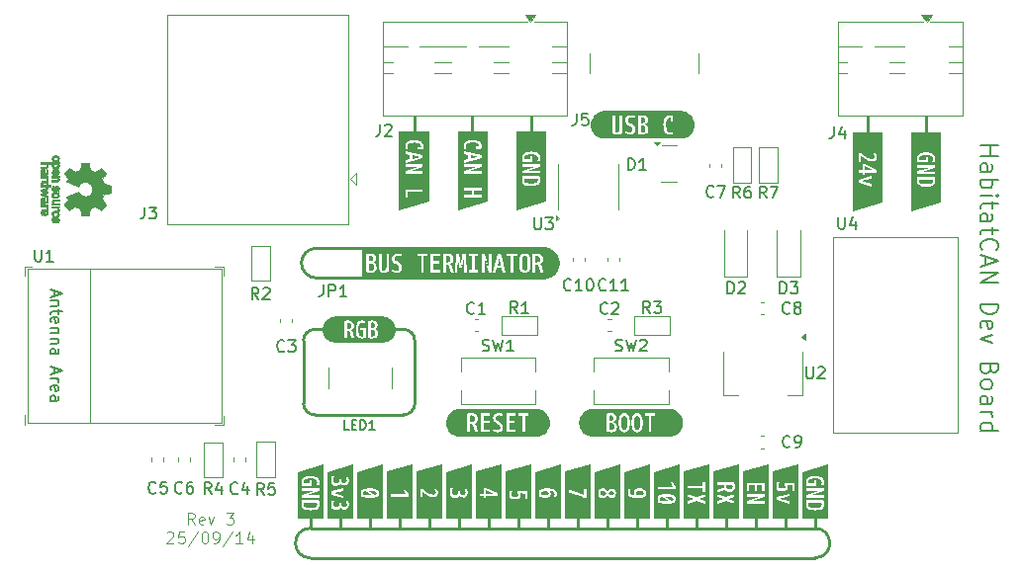
<source format=gbr>
%TF.GenerationSoftware,KiCad,Pcbnew,9.0.4*%
%TF.CreationDate,2025-09-14T05:25:08-04:00*%
%TF.ProjectId,HabitatCAN Dev Board (ESP32),48616269-7461-4744-9341-4e2044657620,3*%
%TF.SameCoordinates,Original*%
%TF.FileFunction,Legend,Top*%
%TF.FilePolarity,Positive*%
%FSLAX46Y46*%
G04 Gerber Fmt 4.6, Leading zero omitted, Abs format (unit mm)*
G04 Created by KiCad (PCBNEW 9.0.4) date 2025-09-14 05:25:08*
%MOMM*%
%LPD*%
G01*
G04 APERTURE LIST*
%ADD10C,0.250000*%
%ADD11C,0.100000*%
%ADD12C,0.200000*%
%ADD13C,0.150000*%
%ADD14C,0.120000*%
%ADD15C,0.000000*%
%ADD16C,0.010000*%
G04 APERTURE END LIST*
D10*
X117065444Y-101075000D02*
X120993058Y-101075000D01*
X117065444Y-103615000D02*
G75*
G02*
X117065444Y-101075000I-44J1270000D01*
G01*
X124547500Y-108038750D02*
G75*
G02*
X125499950Y-108991250I0J-952450D01*
G01*
X125500000Y-114388750D02*
G75*
G02*
X124547500Y-115341300I-952600J50D01*
G01*
X116559959Y-125075000D02*
X159740000Y-125075000D01*
X129301096Y-125045000D02*
X129301096Y-123835000D01*
X131800000Y-125045000D02*
X131800000Y-123835000D01*
X123850514Y-108038750D02*
X124547500Y-108038750D01*
X159740000Y-125075000D02*
X159740000Y-123835000D01*
X121640000Y-125015000D02*
X121640000Y-123805000D01*
X136880000Y-125045000D02*
X136880000Y-123835000D01*
X116560000Y-127615000D02*
G75*
G02*
X116560000Y-125075000I0J1270000D01*
G01*
X141960000Y-125045000D02*
X141960000Y-123835000D01*
X116560000Y-125015000D02*
X116560000Y-123805000D01*
X154660000Y-125045000D02*
X154660000Y-123835000D01*
X164277500Y-91305657D02*
X164277500Y-89794343D01*
X116560000Y-127615000D02*
X159740041Y-127615000D01*
X125500000Y-108991250D02*
X125500000Y-114388750D01*
X120993058Y-103615000D02*
X117065444Y-103615000D01*
X152120000Y-125045000D02*
X152120000Y-123835000D01*
X119100000Y-125015000D02*
X119100000Y-123805000D01*
X144500000Y-125045000D02*
X144500000Y-123835000D01*
X157200000Y-125075000D02*
X157200000Y-123835000D01*
X116927500Y-108038750D02*
X117624486Y-108038750D01*
X125450000Y-91250000D02*
X125450000Y-89800000D01*
X135447944Y-91305657D02*
X135447944Y-89794343D01*
X124180000Y-125015000D02*
X124180000Y-123805000D01*
X139450000Y-125045000D02*
X139450000Y-123835000D01*
X116927500Y-115341250D02*
G75*
G02*
X115975050Y-114388750I0J952450D01*
G01*
X149580000Y-125045000D02*
X149580000Y-123835000D01*
X159740000Y-125075000D02*
G75*
G02*
X159740000Y-127615000I0J-1270000D01*
G01*
X134340000Y-125045000D02*
X134340000Y-123835000D01*
X169250000Y-91598559D02*
X169250000Y-89801441D01*
X130367944Y-91305657D02*
X130367944Y-89794343D01*
X115975000Y-108991250D02*
G75*
G02*
X116927500Y-108038700I952600J-50D01*
G01*
X126720000Y-125015000D02*
X126720000Y-123805000D01*
X116927500Y-115341250D02*
X124547500Y-115341250D01*
X115975000Y-108991250D02*
X115975000Y-114388750D01*
X147040000Y-125045000D02*
X147040000Y-123835000D01*
D11*
X106642856Y-124762475D02*
X106309523Y-124286284D01*
X106071428Y-124762475D02*
X106071428Y-123762475D01*
X106071428Y-123762475D02*
X106452380Y-123762475D01*
X106452380Y-123762475D02*
X106547618Y-123810094D01*
X106547618Y-123810094D02*
X106595237Y-123857713D01*
X106595237Y-123857713D02*
X106642856Y-123952951D01*
X106642856Y-123952951D02*
X106642856Y-124095808D01*
X106642856Y-124095808D02*
X106595237Y-124191046D01*
X106595237Y-124191046D02*
X106547618Y-124238665D01*
X106547618Y-124238665D02*
X106452380Y-124286284D01*
X106452380Y-124286284D02*
X106071428Y-124286284D01*
X107452380Y-124714856D02*
X107357142Y-124762475D01*
X107357142Y-124762475D02*
X107166666Y-124762475D01*
X107166666Y-124762475D02*
X107071428Y-124714856D01*
X107071428Y-124714856D02*
X107023809Y-124619617D01*
X107023809Y-124619617D02*
X107023809Y-124238665D01*
X107023809Y-124238665D02*
X107071428Y-124143427D01*
X107071428Y-124143427D02*
X107166666Y-124095808D01*
X107166666Y-124095808D02*
X107357142Y-124095808D01*
X107357142Y-124095808D02*
X107452380Y-124143427D01*
X107452380Y-124143427D02*
X107499999Y-124238665D01*
X107499999Y-124238665D02*
X107499999Y-124333903D01*
X107499999Y-124333903D02*
X107023809Y-124429141D01*
X107833333Y-124095808D02*
X108071428Y-124762475D01*
X108071428Y-124762475D02*
X108309523Y-124095808D01*
X109357143Y-123762475D02*
X109976190Y-123762475D01*
X109976190Y-123762475D02*
X109642857Y-124143427D01*
X109642857Y-124143427D02*
X109785714Y-124143427D01*
X109785714Y-124143427D02*
X109880952Y-124191046D01*
X109880952Y-124191046D02*
X109928571Y-124238665D01*
X109928571Y-124238665D02*
X109976190Y-124333903D01*
X109976190Y-124333903D02*
X109976190Y-124571998D01*
X109976190Y-124571998D02*
X109928571Y-124667236D01*
X109928571Y-124667236D02*
X109880952Y-124714856D01*
X109880952Y-124714856D02*
X109785714Y-124762475D01*
X109785714Y-124762475D02*
X109500000Y-124762475D01*
X109500000Y-124762475D02*
X109404762Y-124714856D01*
X109404762Y-124714856D02*
X109357143Y-124667236D01*
X104285714Y-125467657D02*
X104333333Y-125420038D01*
X104333333Y-125420038D02*
X104428571Y-125372419D01*
X104428571Y-125372419D02*
X104666666Y-125372419D01*
X104666666Y-125372419D02*
X104761904Y-125420038D01*
X104761904Y-125420038D02*
X104809523Y-125467657D01*
X104809523Y-125467657D02*
X104857142Y-125562895D01*
X104857142Y-125562895D02*
X104857142Y-125658133D01*
X104857142Y-125658133D02*
X104809523Y-125800990D01*
X104809523Y-125800990D02*
X104238095Y-126372419D01*
X104238095Y-126372419D02*
X104857142Y-126372419D01*
X105761904Y-125372419D02*
X105285714Y-125372419D01*
X105285714Y-125372419D02*
X105238095Y-125848609D01*
X105238095Y-125848609D02*
X105285714Y-125800990D01*
X105285714Y-125800990D02*
X105380952Y-125753371D01*
X105380952Y-125753371D02*
X105619047Y-125753371D01*
X105619047Y-125753371D02*
X105714285Y-125800990D01*
X105714285Y-125800990D02*
X105761904Y-125848609D01*
X105761904Y-125848609D02*
X105809523Y-125943847D01*
X105809523Y-125943847D02*
X105809523Y-126181942D01*
X105809523Y-126181942D02*
X105761904Y-126277180D01*
X105761904Y-126277180D02*
X105714285Y-126324800D01*
X105714285Y-126324800D02*
X105619047Y-126372419D01*
X105619047Y-126372419D02*
X105380952Y-126372419D01*
X105380952Y-126372419D02*
X105285714Y-126324800D01*
X105285714Y-126324800D02*
X105238095Y-126277180D01*
X106952380Y-125324800D02*
X106095238Y-126610514D01*
X107476190Y-125372419D02*
X107571428Y-125372419D01*
X107571428Y-125372419D02*
X107666666Y-125420038D01*
X107666666Y-125420038D02*
X107714285Y-125467657D01*
X107714285Y-125467657D02*
X107761904Y-125562895D01*
X107761904Y-125562895D02*
X107809523Y-125753371D01*
X107809523Y-125753371D02*
X107809523Y-125991466D01*
X107809523Y-125991466D02*
X107761904Y-126181942D01*
X107761904Y-126181942D02*
X107714285Y-126277180D01*
X107714285Y-126277180D02*
X107666666Y-126324800D01*
X107666666Y-126324800D02*
X107571428Y-126372419D01*
X107571428Y-126372419D02*
X107476190Y-126372419D01*
X107476190Y-126372419D02*
X107380952Y-126324800D01*
X107380952Y-126324800D02*
X107333333Y-126277180D01*
X107333333Y-126277180D02*
X107285714Y-126181942D01*
X107285714Y-126181942D02*
X107238095Y-125991466D01*
X107238095Y-125991466D02*
X107238095Y-125753371D01*
X107238095Y-125753371D02*
X107285714Y-125562895D01*
X107285714Y-125562895D02*
X107333333Y-125467657D01*
X107333333Y-125467657D02*
X107380952Y-125420038D01*
X107380952Y-125420038D02*
X107476190Y-125372419D01*
X108285714Y-126372419D02*
X108476190Y-126372419D01*
X108476190Y-126372419D02*
X108571428Y-126324800D01*
X108571428Y-126324800D02*
X108619047Y-126277180D01*
X108619047Y-126277180D02*
X108714285Y-126134323D01*
X108714285Y-126134323D02*
X108761904Y-125943847D01*
X108761904Y-125943847D02*
X108761904Y-125562895D01*
X108761904Y-125562895D02*
X108714285Y-125467657D01*
X108714285Y-125467657D02*
X108666666Y-125420038D01*
X108666666Y-125420038D02*
X108571428Y-125372419D01*
X108571428Y-125372419D02*
X108380952Y-125372419D01*
X108380952Y-125372419D02*
X108285714Y-125420038D01*
X108285714Y-125420038D02*
X108238095Y-125467657D01*
X108238095Y-125467657D02*
X108190476Y-125562895D01*
X108190476Y-125562895D02*
X108190476Y-125800990D01*
X108190476Y-125800990D02*
X108238095Y-125896228D01*
X108238095Y-125896228D02*
X108285714Y-125943847D01*
X108285714Y-125943847D02*
X108380952Y-125991466D01*
X108380952Y-125991466D02*
X108571428Y-125991466D01*
X108571428Y-125991466D02*
X108666666Y-125943847D01*
X108666666Y-125943847D02*
X108714285Y-125896228D01*
X108714285Y-125896228D02*
X108761904Y-125800990D01*
X109904761Y-125324800D02*
X109047619Y-126610514D01*
X110761904Y-126372419D02*
X110190476Y-126372419D01*
X110476190Y-126372419D02*
X110476190Y-125372419D01*
X110476190Y-125372419D02*
X110380952Y-125515276D01*
X110380952Y-125515276D02*
X110285714Y-125610514D01*
X110285714Y-125610514D02*
X110190476Y-125658133D01*
X111619047Y-125705752D02*
X111619047Y-126372419D01*
X111380952Y-125324800D02*
X111142857Y-126039085D01*
X111142857Y-126039085D02*
X111761904Y-126039085D01*
D12*
X173943971Y-92285713D02*
X175443971Y-92285713D01*
X174729685Y-92285713D02*
X174729685Y-93142856D01*
X173943971Y-93142856D02*
X175443971Y-93142856D01*
X173943971Y-94500000D02*
X174729685Y-94500000D01*
X174729685Y-94500000D02*
X174872542Y-94428571D01*
X174872542Y-94428571D02*
X174943971Y-94285714D01*
X174943971Y-94285714D02*
X174943971Y-94000000D01*
X174943971Y-94000000D02*
X174872542Y-93857142D01*
X174015400Y-94500000D02*
X173943971Y-94357142D01*
X173943971Y-94357142D02*
X173943971Y-94000000D01*
X173943971Y-94000000D02*
X174015400Y-93857142D01*
X174015400Y-93857142D02*
X174158257Y-93785714D01*
X174158257Y-93785714D02*
X174301114Y-93785714D01*
X174301114Y-93785714D02*
X174443971Y-93857142D01*
X174443971Y-93857142D02*
X174515400Y-94000000D01*
X174515400Y-94000000D02*
X174515400Y-94357142D01*
X174515400Y-94357142D02*
X174586828Y-94500000D01*
X173943971Y-95214285D02*
X175443971Y-95214285D01*
X174872542Y-95214285D02*
X174943971Y-95357143D01*
X174943971Y-95357143D02*
X174943971Y-95642857D01*
X174943971Y-95642857D02*
X174872542Y-95785714D01*
X174872542Y-95785714D02*
X174801114Y-95857143D01*
X174801114Y-95857143D02*
X174658257Y-95928571D01*
X174658257Y-95928571D02*
X174229685Y-95928571D01*
X174229685Y-95928571D02*
X174086828Y-95857143D01*
X174086828Y-95857143D02*
X174015400Y-95785714D01*
X174015400Y-95785714D02*
X173943971Y-95642857D01*
X173943971Y-95642857D02*
X173943971Y-95357143D01*
X173943971Y-95357143D02*
X174015400Y-95214285D01*
X173943971Y-96571428D02*
X174943971Y-96571428D01*
X175443971Y-96571428D02*
X175372542Y-96500000D01*
X175372542Y-96500000D02*
X175301114Y-96571428D01*
X175301114Y-96571428D02*
X175372542Y-96642857D01*
X175372542Y-96642857D02*
X175443971Y-96571428D01*
X175443971Y-96571428D02*
X175301114Y-96571428D01*
X174943971Y-97071429D02*
X174943971Y-97642857D01*
X175443971Y-97285714D02*
X174158257Y-97285714D01*
X174158257Y-97285714D02*
X174015400Y-97357143D01*
X174015400Y-97357143D02*
X173943971Y-97500000D01*
X173943971Y-97500000D02*
X173943971Y-97642857D01*
X173943971Y-98785715D02*
X174729685Y-98785715D01*
X174729685Y-98785715D02*
X174872542Y-98714286D01*
X174872542Y-98714286D02*
X174943971Y-98571429D01*
X174943971Y-98571429D02*
X174943971Y-98285715D01*
X174943971Y-98285715D02*
X174872542Y-98142857D01*
X174015400Y-98785715D02*
X173943971Y-98642857D01*
X173943971Y-98642857D02*
X173943971Y-98285715D01*
X173943971Y-98285715D02*
X174015400Y-98142857D01*
X174015400Y-98142857D02*
X174158257Y-98071429D01*
X174158257Y-98071429D02*
X174301114Y-98071429D01*
X174301114Y-98071429D02*
X174443971Y-98142857D01*
X174443971Y-98142857D02*
X174515400Y-98285715D01*
X174515400Y-98285715D02*
X174515400Y-98642857D01*
X174515400Y-98642857D02*
X174586828Y-98785715D01*
X174943971Y-99285715D02*
X174943971Y-99857143D01*
X175443971Y-99500000D02*
X174158257Y-99500000D01*
X174158257Y-99500000D02*
X174015400Y-99571429D01*
X174015400Y-99571429D02*
X173943971Y-99714286D01*
X173943971Y-99714286D02*
X173943971Y-99857143D01*
X174086828Y-101214286D02*
X174015400Y-101142858D01*
X174015400Y-101142858D02*
X173943971Y-100928572D01*
X173943971Y-100928572D02*
X173943971Y-100785715D01*
X173943971Y-100785715D02*
X174015400Y-100571429D01*
X174015400Y-100571429D02*
X174158257Y-100428572D01*
X174158257Y-100428572D02*
X174301114Y-100357143D01*
X174301114Y-100357143D02*
X174586828Y-100285715D01*
X174586828Y-100285715D02*
X174801114Y-100285715D01*
X174801114Y-100285715D02*
X175086828Y-100357143D01*
X175086828Y-100357143D02*
X175229685Y-100428572D01*
X175229685Y-100428572D02*
X175372542Y-100571429D01*
X175372542Y-100571429D02*
X175443971Y-100785715D01*
X175443971Y-100785715D02*
X175443971Y-100928572D01*
X175443971Y-100928572D02*
X175372542Y-101142858D01*
X175372542Y-101142858D02*
X175301114Y-101214286D01*
X174372542Y-101785715D02*
X174372542Y-102500001D01*
X173943971Y-101642858D02*
X175443971Y-102142858D01*
X175443971Y-102142858D02*
X173943971Y-102642858D01*
X173943971Y-103142857D02*
X175443971Y-103142857D01*
X175443971Y-103142857D02*
X173943971Y-104000000D01*
X173943971Y-104000000D02*
X175443971Y-104000000D01*
X173943971Y-105857143D02*
X175443971Y-105857143D01*
X175443971Y-105857143D02*
X175443971Y-106214286D01*
X175443971Y-106214286D02*
X175372542Y-106428572D01*
X175372542Y-106428572D02*
X175229685Y-106571429D01*
X175229685Y-106571429D02*
X175086828Y-106642858D01*
X175086828Y-106642858D02*
X174801114Y-106714286D01*
X174801114Y-106714286D02*
X174586828Y-106714286D01*
X174586828Y-106714286D02*
X174301114Y-106642858D01*
X174301114Y-106642858D02*
X174158257Y-106571429D01*
X174158257Y-106571429D02*
X174015400Y-106428572D01*
X174015400Y-106428572D02*
X173943971Y-106214286D01*
X173943971Y-106214286D02*
X173943971Y-105857143D01*
X174015400Y-107928572D02*
X173943971Y-107785715D01*
X173943971Y-107785715D02*
X173943971Y-107500001D01*
X173943971Y-107500001D02*
X174015400Y-107357143D01*
X174015400Y-107357143D02*
X174158257Y-107285715D01*
X174158257Y-107285715D02*
X174729685Y-107285715D01*
X174729685Y-107285715D02*
X174872542Y-107357143D01*
X174872542Y-107357143D02*
X174943971Y-107500001D01*
X174943971Y-107500001D02*
X174943971Y-107785715D01*
X174943971Y-107785715D02*
X174872542Y-107928572D01*
X174872542Y-107928572D02*
X174729685Y-108000001D01*
X174729685Y-108000001D02*
X174586828Y-108000001D01*
X174586828Y-108000001D02*
X174443971Y-107285715D01*
X174943971Y-108500000D02*
X173943971Y-108857143D01*
X173943971Y-108857143D02*
X174943971Y-109214286D01*
X174729685Y-111428571D02*
X174658257Y-111642857D01*
X174658257Y-111642857D02*
X174586828Y-111714286D01*
X174586828Y-111714286D02*
X174443971Y-111785714D01*
X174443971Y-111785714D02*
X174229685Y-111785714D01*
X174229685Y-111785714D02*
X174086828Y-111714286D01*
X174086828Y-111714286D02*
X174015400Y-111642857D01*
X174015400Y-111642857D02*
X173943971Y-111500000D01*
X173943971Y-111500000D02*
X173943971Y-110928571D01*
X173943971Y-110928571D02*
X175443971Y-110928571D01*
X175443971Y-110928571D02*
X175443971Y-111428571D01*
X175443971Y-111428571D02*
X175372542Y-111571429D01*
X175372542Y-111571429D02*
X175301114Y-111642857D01*
X175301114Y-111642857D02*
X175158257Y-111714286D01*
X175158257Y-111714286D02*
X175015400Y-111714286D01*
X175015400Y-111714286D02*
X174872542Y-111642857D01*
X174872542Y-111642857D02*
X174801114Y-111571429D01*
X174801114Y-111571429D02*
X174729685Y-111428571D01*
X174729685Y-111428571D02*
X174729685Y-110928571D01*
X173943971Y-112642857D02*
X174015400Y-112500000D01*
X174015400Y-112500000D02*
X174086828Y-112428571D01*
X174086828Y-112428571D02*
X174229685Y-112357143D01*
X174229685Y-112357143D02*
X174658257Y-112357143D01*
X174658257Y-112357143D02*
X174801114Y-112428571D01*
X174801114Y-112428571D02*
X174872542Y-112500000D01*
X174872542Y-112500000D02*
X174943971Y-112642857D01*
X174943971Y-112642857D02*
X174943971Y-112857143D01*
X174943971Y-112857143D02*
X174872542Y-113000000D01*
X174872542Y-113000000D02*
X174801114Y-113071429D01*
X174801114Y-113071429D02*
X174658257Y-113142857D01*
X174658257Y-113142857D02*
X174229685Y-113142857D01*
X174229685Y-113142857D02*
X174086828Y-113071429D01*
X174086828Y-113071429D02*
X174015400Y-113000000D01*
X174015400Y-113000000D02*
X173943971Y-112857143D01*
X173943971Y-112857143D02*
X173943971Y-112642857D01*
X173943971Y-114428572D02*
X174729685Y-114428572D01*
X174729685Y-114428572D02*
X174872542Y-114357143D01*
X174872542Y-114357143D02*
X174943971Y-114214286D01*
X174943971Y-114214286D02*
X174943971Y-113928572D01*
X174943971Y-113928572D02*
X174872542Y-113785714D01*
X174015400Y-114428572D02*
X173943971Y-114285714D01*
X173943971Y-114285714D02*
X173943971Y-113928572D01*
X173943971Y-113928572D02*
X174015400Y-113785714D01*
X174015400Y-113785714D02*
X174158257Y-113714286D01*
X174158257Y-113714286D02*
X174301114Y-113714286D01*
X174301114Y-113714286D02*
X174443971Y-113785714D01*
X174443971Y-113785714D02*
X174515400Y-113928572D01*
X174515400Y-113928572D02*
X174515400Y-114285714D01*
X174515400Y-114285714D02*
X174586828Y-114428572D01*
X173943971Y-115142857D02*
X174943971Y-115142857D01*
X174658257Y-115142857D02*
X174801114Y-115214286D01*
X174801114Y-115214286D02*
X174872542Y-115285715D01*
X174872542Y-115285715D02*
X174943971Y-115428572D01*
X174943971Y-115428572D02*
X174943971Y-115571429D01*
X173943971Y-116714286D02*
X175443971Y-116714286D01*
X174015400Y-116714286D02*
X173943971Y-116571428D01*
X173943971Y-116571428D02*
X173943971Y-116285714D01*
X173943971Y-116285714D02*
X174015400Y-116142857D01*
X174015400Y-116142857D02*
X174086828Y-116071428D01*
X174086828Y-116071428D02*
X174229685Y-116000000D01*
X174229685Y-116000000D02*
X174658257Y-116000000D01*
X174658257Y-116000000D02*
X174801114Y-116071428D01*
X174801114Y-116071428D02*
X174872542Y-116142857D01*
X174872542Y-116142857D02*
X174943971Y-116285714D01*
X174943971Y-116285714D02*
X174943971Y-116571428D01*
X174943971Y-116571428D02*
X174872542Y-116714286D01*
D13*
X112136277Y-105454819D02*
X111802944Y-104978628D01*
X111564849Y-105454819D02*
X111564849Y-104454819D01*
X111564849Y-104454819D02*
X111945801Y-104454819D01*
X111945801Y-104454819D02*
X112041039Y-104502438D01*
X112041039Y-104502438D02*
X112088658Y-104550057D01*
X112088658Y-104550057D02*
X112136277Y-104645295D01*
X112136277Y-104645295D02*
X112136277Y-104788152D01*
X112136277Y-104788152D02*
X112088658Y-104883390D01*
X112088658Y-104883390D02*
X112041039Y-104931009D01*
X112041039Y-104931009D02*
X111945801Y-104978628D01*
X111945801Y-104978628D02*
X111564849Y-104978628D01*
X112517230Y-104550057D02*
X112564849Y-104502438D01*
X112564849Y-104502438D02*
X112660087Y-104454819D01*
X112660087Y-104454819D02*
X112898182Y-104454819D01*
X112898182Y-104454819D02*
X112993420Y-104502438D01*
X112993420Y-104502438D02*
X113041039Y-104550057D01*
X113041039Y-104550057D02*
X113088658Y-104645295D01*
X113088658Y-104645295D02*
X113088658Y-104740533D01*
X113088658Y-104740533D02*
X113041039Y-104883390D01*
X113041039Y-104883390D02*
X112469611Y-105454819D01*
X112469611Y-105454819D02*
X113088658Y-105454819D01*
X156761905Y-104954819D02*
X156761905Y-103954819D01*
X156761905Y-103954819D02*
X157000000Y-103954819D01*
X157000000Y-103954819D02*
X157142857Y-104002438D01*
X157142857Y-104002438D02*
X157238095Y-104097676D01*
X157238095Y-104097676D02*
X157285714Y-104192914D01*
X157285714Y-104192914D02*
X157333333Y-104383390D01*
X157333333Y-104383390D02*
X157333333Y-104526247D01*
X157333333Y-104526247D02*
X157285714Y-104716723D01*
X157285714Y-104716723D02*
X157238095Y-104811961D01*
X157238095Y-104811961D02*
X157142857Y-104907200D01*
X157142857Y-104907200D02*
X157000000Y-104954819D01*
X157000000Y-104954819D02*
X156761905Y-104954819D01*
X157666667Y-103954819D02*
X158285714Y-103954819D01*
X158285714Y-103954819D02*
X157952381Y-104335771D01*
X157952381Y-104335771D02*
X158095238Y-104335771D01*
X158095238Y-104335771D02*
X158190476Y-104383390D01*
X158190476Y-104383390D02*
X158238095Y-104431009D01*
X158238095Y-104431009D02*
X158285714Y-104526247D01*
X158285714Y-104526247D02*
X158285714Y-104764342D01*
X158285714Y-104764342D02*
X158238095Y-104859580D01*
X158238095Y-104859580D02*
X158190476Y-104907200D01*
X158190476Y-104907200D02*
X158095238Y-104954819D01*
X158095238Y-104954819D02*
X157809524Y-104954819D01*
X157809524Y-104954819D02*
X157714286Y-104907200D01*
X157714286Y-104907200D02*
X157666667Y-104859580D01*
X122516666Y-90454819D02*
X122516666Y-91169104D01*
X122516666Y-91169104D02*
X122469047Y-91311961D01*
X122469047Y-91311961D02*
X122373809Y-91407200D01*
X122373809Y-91407200D02*
X122230952Y-91454819D01*
X122230952Y-91454819D02*
X122135714Y-91454819D01*
X122945238Y-90550057D02*
X122992857Y-90502438D01*
X122992857Y-90502438D02*
X123088095Y-90454819D01*
X123088095Y-90454819D02*
X123326190Y-90454819D01*
X123326190Y-90454819D02*
X123421428Y-90502438D01*
X123421428Y-90502438D02*
X123469047Y-90550057D01*
X123469047Y-90550057D02*
X123516666Y-90645295D01*
X123516666Y-90645295D02*
X123516666Y-90740533D01*
X123516666Y-90740533D02*
X123469047Y-90883390D01*
X123469047Y-90883390D02*
X122897619Y-91454819D01*
X122897619Y-91454819D02*
X123516666Y-91454819D01*
X119854761Y-116612295D02*
X119473809Y-116612295D01*
X119473809Y-116612295D02*
X119473809Y-115812295D01*
X120121428Y-116193247D02*
X120388094Y-116193247D01*
X120502380Y-116612295D02*
X120121428Y-116612295D01*
X120121428Y-116612295D02*
X120121428Y-115812295D01*
X120121428Y-115812295D02*
X120502380Y-115812295D01*
X120845238Y-116612295D02*
X120845238Y-115812295D01*
X120845238Y-115812295D02*
X121035714Y-115812295D01*
X121035714Y-115812295D02*
X121150000Y-115850390D01*
X121150000Y-115850390D02*
X121226190Y-115926580D01*
X121226190Y-115926580D02*
X121264285Y-116002771D01*
X121264285Y-116002771D02*
X121302381Y-116155152D01*
X121302381Y-116155152D02*
X121302381Y-116269438D01*
X121302381Y-116269438D02*
X121264285Y-116421819D01*
X121264285Y-116421819D02*
X121226190Y-116498009D01*
X121226190Y-116498009D02*
X121150000Y-116574200D01*
X121150000Y-116574200D02*
X121035714Y-116612295D01*
X121035714Y-116612295D02*
X120845238Y-116612295D01*
X122064285Y-116612295D02*
X121607142Y-116612295D01*
X121835714Y-116612295D02*
X121835714Y-115812295D01*
X121835714Y-115812295D02*
X121759523Y-115926580D01*
X121759523Y-115926580D02*
X121683333Y-116002771D01*
X121683333Y-116002771D02*
X121607142Y-116040866D01*
X103333333Y-121999580D02*
X103285714Y-122047200D01*
X103285714Y-122047200D02*
X103142857Y-122094819D01*
X103142857Y-122094819D02*
X103047619Y-122094819D01*
X103047619Y-122094819D02*
X102904762Y-122047200D01*
X102904762Y-122047200D02*
X102809524Y-121951961D01*
X102809524Y-121951961D02*
X102761905Y-121856723D01*
X102761905Y-121856723D02*
X102714286Y-121666247D01*
X102714286Y-121666247D02*
X102714286Y-121523390D01*
X102714286Y-121523390D02*
X102761905Y-121332914D01*
X102761905Y-121332914D02*
X102809524Y-121237676D01*
X102809524Y-121237676D02*
X102904762Y-121142438D01*
X102904762Y-121142438D02*
X103047619Y-121094819D01*
X103047619Y-121094819D02*
X103142857Y-121094819D01*
X103142857Y-121094819D02*
X103285714Y-121142438D01*
X103285714Y-121142438D02*
X103333333Y-121190057D01*
X104238095Y-121094819D02*
X103761905Y-121094819D01*
X103761905Y-121094819D02*
X103714286Y-121571009D01*
X103714286Y-121571009D02*
X103761905Y-121523390D01*
X103761905Y-121523390D02*
X103857143Y-121475771D01*
X103857143Y-121475771D02*
X104095238Y-121475771D01*
X104095238Y-121475771D02*
X104190476Y-121523390D01*
X104190476Y-121523390D02*
X104238095Y-121571009D01*
X104238095Y-121571009D02*
X104285714Y-121666247D01*
X104285714Y-121666247D02*
X104285714Y-121904342D01*
X104285714Y-121904342D02*
X104238095Y-121999580D01*
X104238095Y-121999580D02*
X104190476Y-122047200D01*
X104190476Y-122047200D02*
X104095238Y-122094819D01*
X104095238Y-122094819D02*
X103857143Y-122094819D01*
X103857143Y-122094819D02*
X103761905Y-122047200D01*
X103761905Y-122047200D02*
X103714286Y-121999580D01*
X157583333Y-106609580D02*
X157535714Y-106657200D01*
X157535714Y-106657200D02*
X157392857Y-106704819D01*
X157392857Y-106704819D02*
X157297619Y-106704819D01*
X157297619Y-106704819D02*
X157154762Y-106657200D01*
X157154762Y-106657200D02*
X157059524Y-106561961D01*
X157059524Y-106561961D02*
X157011905Y-106466723D01*
X157011905Y-106466723D02*
X156964286Y-106276247D01*
X156964286Y-106276247D02*
X156964286Y-106133390D01*
X156964286Y-106133390D02*
X157011905Y-105942914D01*
X157011905Y-105942914D02*
X157059524Y-105847676D01*
X157059524Y-105847676D02*
X157154762Y-105752438D01*
X157154762Y-105752438D02*
X157297619Y-105704819D01*
X157297619Y-105704819D02*
X157392857Y-105704819D01*
X157392857Y-105704819D02*
X157535714Y-105752438D01*
X157535714Y-105752438D02*
X157583333Y-105800057D01*
X158154762Y-106133390D02*
X158059524Y-106085771D01*
X158059524Y-106085771D02*
X158011905Y-106038152D01*
X158011905Y-106038152D02*
X157964286Y-105942914D01*
X157964286Y-105942914D02*
X157964286Y-105895295D01*
X157964286Y-105895295D02*
X158011905Y-105800057D01*
X158011905Y-105800057D02*
X158059524Y-105752438D01*
X158059524Y-105752438D02*
X158154762Y-105704819D01*
X158154762Y-105704819D02*
X158345238Y-105704819D01*
X158345238Y-105704819D02*
X158440476Y-105752438D01*
X158440476Y-105752438D02*
X158488095Y-105800057D01*
X158488095Y-105800057D02*
X158535714Y-105895295D01*
X158535714Y-105895295D02*
X158535714Y-105942914D01*
X158535714Y-105942914D02*
X158488095Y-106038152D01*
X158488095Y-106038152D02*
X158440476Y-106085771D01*
X158440476Y-106085771D02*
X158345238Y-106133390D01*
X158345238Y-106133390D02*
X158154762Y-106133390D01*
X158154762Y-106133390D02*
X158059524Y-106181009D01*
X158059524Y-106181009D02*
X158011905Y-106228628D01*
X158011905Y-106228628D02*
X157964286Y-106323866D01*
X157964286Y-106323866D02*
X157964286Y-106514342D01*
X157964286Y-106514342D02*
X158011905Y-106609580D01*
X158011905Y-106609580D02*
X158059524Y-106657200D01*
X158059524Y-106657200D02*
X158154762Y-106704819D01*
X158154762Y-106704819D02*
X158345238Y-106704819D01*
X158345238Y-106704819D02*
X158440476Y-106657200D01*
X158440476Y-106657200D02*
X158488095Y-106609580D01*
X158488095Y-106609580D02*
X158535714Y-106514342D01*
X158535714Y-106514342D02*
X158535714Y-106323866D01*
X158535714Y-106323866D02*
X158488095Y-106228628D01*
X158488095Y-106228628D02*
X158440476Y-106181009D01*
X158440476Y-106181009D02*
X158345238Y-106133390D01*
X152261905Y-104954819D02*
X152261905Y-103954819D01*
X152261905Y-103954819D02*
X152500000Y-103954819D01*
X152500000Y-103954819D02*
X152642857Y-104002438D01*
X152642857Y-104002438D02*
X152738095Y-104097676D01*
X152738095Y-104097676D02*
X152785714Y-104192914D01*
X152785714Y-104192914D02*
X152833333Y-104383390D01*
X152833333Y-104383390D02*
X152833333Y-104526247D01*
X152833333Y-104526247D02*
X152785714Y-104716723D01*
X152785714Y-104716723D02*
X152738095Y-104811961D01*
X152738095Y-104811961D02*
X152642857Y-104907200D01*
X152642857Y-104907200D02*
X152500000Y-104954819D01*
X152500000Y-104954819D02*
X152261905Y-104954819D01*
X153214286Y-104050057D02*
X153261905Y-104002438D01*
X153261905Y-104002438D02*
X153357143Y-103954819D01*
X153357143Y-103954819D02*
X153595238Y-103954819D01*
X153595238Y-103954819D02*
X153690476Y-104002438D01*
X153690476Y-104002438D02*
X153738095Y-104050057D01*
X153738095Y-104050057D02*
X153785714Y-104145295D01*
X153785714Y-104145295D02*
X153785714Y-104240533D01*
X153785714Y-104240533D02*
X153738095Y-104383390D01*
X153738095Y-104383390D02*
X153166667Y-104954819D01*
X153166667Y-104954819D02*
X153785714Y-104954819D01*
X108083333Y-122144819D02*
X107750000Y-121668628D01*
X107511905Y-122144819D02*
X107511905Y-121144819D01*
X107511905Y-121144819D02*
X107892857Y-121144819D01*
X107892857Y-121144819D02*
X107988095Y-121192438D01*
X107988095Y-121192438D02*
X108035714Y-121240057D01*
X108035714Y-121240057D02*
X108083333Y-121335295D01*
X108083333Y-121335295D02*
X108083333Y-121478152D01*
X108083333Y-121478152D02*
X108035714Y-121573390D01*
X108035714Y-121573390D02*
X107988095Y-121621009D01*
X107988095Y-121621009D02*
X107892857Y-121668628D01*
X107892857Y-121668628D02*
X107511905Y-121668628D01*
X108940476Y-121478152D02*
X108940476Y-122144819D01*
X108702381Y-121097200D02*
X108464286Y-121811485D01*
X108464286Y-121811485D02*
X109083333Y-121811485D01*
X161738095Y-98414819D02*
X161738095Y-99224342D01*
X161738095Y-99224342D02*
X161785714Y-99319580D01*
X161785714Y-99319580D02*
X161833333Y-99367200D01*
X161833333Y-99367200D02*
X161928571Y-99414819D01*
X161928571Y-99414819D02*
X162119047Y-99414819D01*
X162119047Y-99414819D02*
X162214285Y-99367200D01*
X162214285Y-99367200D02*
X162261904Y-99319580D01*
X162261904Y-99319580D02*
X162309523Y-99224342D01*
X162309523Y-99224342D02*
X162309523Y-98414819D01*
X163214285Y-98748152D02*
X163214285Y-99414819D01*
X162976190Y-98367200D02*
X162738095Y-99081485D01*
X162738095Y-99081485D02*
X163357142Y-99081485D01*
X145630833Y-106644819D02*
X145297500Y-106168628D01*
X145059405Y-106644819D02*
X145059405Y-105644819D01*
X145059405Y-105644819D02*
X145440357Y-105644819D01*
X145440357Y-105644819D02*
X145535595Y-105692438D01*
X145535595Y-105692438D02*
X145583214Y-105740057D01*
X145583214Y-105740057D02*
X145630833Y-105835295D01*
X145630833Y-105835295D02*
X145630833Y-105978152D01*
X145630833Y-105978152D02*
X145583214Y-106073390D01*
X145583214Y-106073390D02*
X145535595Y-106121009D01*
X145535595Y-106121009D02*
X145440357Y-106168628D01*
X145440357Y-106168628D02*
X145059405Y-106168628D01*
X145964167Y-105644819D02*
X146583214Y-105644819D01*
X146583214Y-105644819D02*
X146249881Y-106025771D01*
X146249881Y-106025771D02*
X146392738Y-106025771D01*
X146392738Y-106025771D02*
X146487976Y-106073390D01*
X146487976Y-106073390D02*
X146535595Y-106121009D01*
X146535595Y-106121009D02*
X146583214Y-106216247D01*
X146583214Y-106216247D02*
X146583214Y-106454342D01*
X146583214Y-106454342D02*
X146535595Y-106549580D01*
X146535595Y-106549580D02*
X146487976Y-106597200D01*
X146487976Y-106597200D02*
X146392738Y-106644819D01*
X146392738Y-106644819D02*
X146107024Y-106644819D01*
X146107024Y-106644819D02*
X146011786Y-106597200D01*
X146011786Y-106597200D02*
X145964167Y-106549580D01*
X110333333Y-122049580D02*
X110285714Y-122097200D01*
X110285714Y-122097200D02*
X110142857Y-122144819D01*
X110142857Y-122144819D02*
X110047619Y-122144819D01*
X110047619Y-122144819D02*
X109904762Y-122097200D01*
X109904762Y-122097200D02*
X109809524Y-122001961D01*
X109809524Y-122001961D02*
X109761905Y-121906723D01*
X109761905Y-121906723D02*
X109714286Y-121716247D01*
X109714286Y-121716247D02*
X109714286Y-121573390D01*
X109714286Y-121573390D02*
X109761905Y-121382914D01*
X109761905Y-121382914D02*
X109809524Y-121287676D01*
X109809524Y-121287676D02*
X109904762Y-121192438D01*
X109904762Y-121192438D02*
X110047619Y-121144819D01*
X110047619Y-121144819D02*
X110142857Y-121144819D01*
X110142857Y-121144819D02*
X110285714Y-121192438D01*
X110285714Y-121192438D02*
X110333333Y-121240057D01*
X111190476Y-121478152D02*
X111190476Y-122144819D01*
X110952381Y-121097200D02*
X110714286Y-121811485D01*
X110714286Y-121811485D02*
X111333333Y-121811485D01*
X161366666Y-90654819D02*
X161366666Y-91369104D01*
X161366666Y-91369104D02*
X161319047Y-91511961D01*
X161319047Y-91511961D02*
X161223809Y-91607200D01*
X161223809Y-91607200D02*
X161080952Y-91654819D01*
X161080952Y-91654819D02*
X160985714Y-91654819D01*
X162271428Y-90988152D02*
X162271428Y-91654819D01*
X162033333Y-90607200D02*
X161795238Y-91321485D01*
X161795238Y-91321485D02*
X162414285Y-91321485D01*
X117666666Y-104204819D02*
X117666666Y-104919104D01*
X117666666Y-104919104D02*
X117619047Y-105061961D01*
X117619047Y-105061961D02*
X117523809Y-105157200D01*
X117523809Y-105157200D02*
X117380952Y-105204819D01*
X117380952Y-105204819D02*
X117285714Y-105204819D01*
X118142857Y-105204819D02*
X118142857Y-104204819D01*
X118142857Y-104204819D02*
X118523809Y-104204819D01*
X118523809Y-104204819D02*
X118619047Y-104252438D01*
X118619047Y-104252438D02*
X118666666Y-104300057D01*
X118666666Y-104300057D02*
X118714285Y-104395295D01*
X118714285Y-104395295D02*
X118714285Y-104538152D01*
X118714285Y-104538152D02*
X118666666Y-104633390D01*
X118666666Y-104633390D02*
X118619047Y-104681009D01*
X118619047Y-104681009D02*
X118523809Y-104728628D01*
X118523809Y-104728628D02*
X118142857Y-104728628D01*
X119666666Y-105204819D02*
X119095238Y-105204819D01*
X119380952Y-105204819D02*
X119380952Y-104204819D01*
X119380952Y-104204819D02*
X119285714Y-104347676D01*
X119285714Y-104347676D02*
X119190476Y-104442914D01*
X119190476Y-104442914D02*
X119095238Y-104490533D01*
X112583333Y-122204819D02*
X112250000Y-121728628D01*
X112011905Y-122204819D02*
X112011905Y-121204819D01*
X112011905Y-121204819D02*
X112392857Y-121204819D01*
X112392857Y-121204819D02*
X112488095Y-121252438D01*
X112488095Y-121252438D02*
X112535714Y-121300057D01*
X112535714Y-121300057D02*
X112583333Y-121395295D01*
X112583333Y-121395295D02*
X112583333Y-121538152D01*
X112583333Y-121538152D02*
X112535714Y-121633390D01*
X112535714Y-121633390D02*
X112488095Y-121681009D01*
X112488095Y-121681009D02*
X112392857Y-121728628D01*
X112392857Y-121728628D02*
X112011905Y-121728628D01*
X113488095Y-121204819D02*
X113011905Y-121204819D01*
X113011905Y-121204819D02*
X112964286Y-121681009D01*
X112964286Y-121681009D02*
X113011905Y-121633390D01*
X113011905Y-121633390D02*
X113107143Y-121585771D01*
X113107143Y-121585771D02*
X113345238Y-121585771D01*
X113345238Y-121585771D02*
X113440476Y-121633390D01*
X113440476Y-121633390D02*
X113488095Y-121681009D01*
X113488095Y-121681009D02*
X113535714Y-121776247D01*
X113535714Y-121776247D02*
X113535714Y-122014342D01*
X113535714Y-122014342D02*
X113488095Y-122109580D01*
X113488095Y-122109580D02*
X113440476Y-122157200D01*
X113440476Y-122157200D02*
X113345238Y-122204819D01*
X113345238Y-122204819D02*
X113107143Y-122204819D01*
X113107143Y-122204819D02*
X113011905Y-122157200D01*
X113011905Y-122157200D02*
X112964286Y-122109580D01*
X159011314Y-111244819D02*
X159011314Y-112054342D01*
X159011314Y-112054342D02*
X159058933Y-112149580D01*
X159058933Y-112149580D02*
X159106552Y-112197200D01*
X159106552Y-112197200D02*
X159201790Y-112244819D01*
X159201790Y-112244819D02*
X159392266Y-112244819D01*
X159392266Y-112244819D02*
X159487504Y-112197200D01*
X159487504Y-112197200D02*
X159535123Y-112149580D01*
X159535123Y-112149580D02*
X159582742Y-112054342D01*
X159582742Y-112054342D02*
X159582742Y-111244819D01*
X160011314Y-111340057D02*
X160058933Y-111292438D01*
X160058933Y-111292438D02*
X160154171Y-111244819D01*
X160154171Y-111244819D02*
X160392266Y-111244819D01*
X160392266Y-111244819D02*
X160487504Y-111292438D01*
X160487504Y-111292438D02*
X160535123Y-111340057D01*
X160535123Y-111340057D02*
X160582742Y-111435295D01*
X160582742Y-111435295D02*
X160582742Y-111530533D01*
X160582742Y-111530533D02*
X160535123Y-111673390D01*
X160535123Y-111673390D02*
X159963695Y-112244819D01*
X159963695Y-112244819D02*
X160582742Y-112244819D01*
X155583333Y-96764819D02*
X155250000Y-96288628D01*
X155011905Y-96764819D02*
X155011905Y-95764819D01*
X155011905Y-95764819D02*
X155392857Y-95764819D01*
X155392857Y-95764819D02*
X155488095Y-95812438D01*
X155488095Y-95812438D02*
X155535714Y-95860057D01*
X155535714Y-95860057D02*
X155583333Y-95955295D01*
X155583333Y-95955295D02*
X155583333Y-96098152D01*
X155583333Y-96098152D02*
X155535714Y-96193390D01*
X155535714Y-96193390D02*
X155488095Y-96241009D01*
X155488095Y-96241009D02*
X155392857Y-96288628D01*
X155392857Y-96288628D02*
X155011905Y-96288628D01*
X155916667Y-95764819D02*
X156583333Y-95764819D01*
X156583333Y-95764819D02*
X156154762Y-96764819D01*
X143761892Y-94369217D02*
X143761892Y-93369217D01*
X143761892Y-93369217D02*
X143999987Y-93369217D01*
X143999987Y-93369217D02*
X144142844Y-93416836D01*
X144142844Y-93416836D02*
X144238082Y-93512074D01*
X144238082Y-93512074D02*
X144285701Y-93607312D01*
X144285701Y-93607312D02*
X144333320Y-93797788D01*
X144333320Y-93797788D02*
X144333320Y-93940645D01*
X144333320Y-93940645D02*
X144285701Y-94131121D01*
X144285701Y-94131121D02*
X144238082Y-94226359D01*
X144238082Y-94226359D02*
X144142844Y-94321598D01*
X144142844Y-94321598D02*
X143999987Y-94369217D01*
X143999987Y-94369217D02*
X143761892Y-94369217D01*
X145285701Y-94369217D02*
X144714273Y-94369217D01*
X144999987Y-94369217D02*
X144999987Y-93369217D01*
X144999987Y-93369217D02*
X144904749Y-93512074D01*
X144904749Y-93512074D02*
X144809511Y-93607312D01*
X144809511Y-93607312D02*
X144714273Y-93654931D01*
X151083320Y-96609580D02*
X151035701Y-96657200D01*
X151035701Y-96657200D02*
X150892844Y-96704819D01*
X150892844Y-96704819D02*
X150797606Y-96704819D01*
X150797606Y-96704819D02*
X150654749Y-96657200D01*
X150654749Y-96657200D02*
X150559511Y-96561961D01*
X150559511Y-96561961D02*
X150511892Y-96466723D01*
X150511892Y-96466723D02*
X150464273Y-96276247D01*
X150464273Y-96276247D02*
X150464273Y-96133390D01*
X150464273Y-96133390D02*
X150511892Y-95942914D01*
X150511892Y-95942914D02*
X150559511Y-95847676D01*
X150559511Y-95847676D02*
X150654749Y-95752438D01*
X150654749Y-95752438D02*
X150797606Y-95704819D01*
X150797606Y-95704819D02*
X150892844Y-95704819D01*
X150892844Y-95704819D02*
X151035701Y-95752438D01*
X151035701Y-95752438D02*
X151083320Y-95800057D01*
X151416654Y-95704819D02*
X152083320Y-95704819D01*
X152083320Y-95704819D02*
X151654749Y-96704819D01*
X131289167Y-109847200D02*
X131432024Y-109894819D01*
X131432024Y-109894819D02*
X131670119Y-109894819D01*
X131670119Y-109894819D02*
X131765357Y-109847200D01*
X131765357Y-109847200D02*
X131812976Y-109799580D01*
X131812976Y-109799580D02*
X131860595Y-109704342D01*
X131860595Y-109704342D02*
X131860595Y-109609104D01*
X131860595Y-109609104D02*
X131812976Y-109513866D01*
X131812976Y-109513866D02*
X131765357Y-109466247D01*
X131765357Y-109466247D02*
X131670119Y-109418628D01*
X131670119Y-109418628D02*
X131479643Y-109371009D01*
X131479643Y-109371009D02*
X131384405Y-109323390D01*
X131384405Y-109323390D02*
X131336786Y-109275771D01*
X131336786Y-109275771D02*
X131289167Y-109180533D01*
X131289167Y-109180533D02*
X131289167Y-109085295D01*
X131289167Y-109085295D02*
X131336786Y-108990057D01*
X131336786Y-108990057D02*
X131384405Y-108942438D01*
X131384405Y-108942438D02*
X131479643Y-108894819D01*
X131479643Y-108894819D02*
X131717738Y-108894819D01*
X131717738Y-108894819D02*
X131860595Y-108942438D01*
X132193929Y-108894819D02*
X132432024Y-109894819D01*
X132432024Y-109894819D02*
X132622500Y-109180533D01*
X132622500Y-109180533D02*
X132812976Y-109894819D01*
X132812976Y-109894819D02*
X133051072Y-108894819D01*
X133955833Y-109894819D02*
X133384405Y-109894819D01*
X133670119Y-109894819D02*
X133670119Y-108894819D01*
X133670119Y-108894819D02*
X133574881Y-109037676D01*
X133574881Y-109037676D02*
X133479643Y-109132914D01*
X133479643Y-109132914D02*
X133384405Y-109180533D01*
X114333333Y-109859580D02*
X114285714Y-109907200D01*
X114285714Y-109907200D02*
X114142857Y-109954819D01*
X114142857Y-109954819D02*
X114047619Y-109954819D01*
X114047619Y-109954819D02*
X113904762Y-109907200D01*
X113904762Y-109907200D02*
X113809524Y-109811961D01*
X113809524Y-109811961D02*
X113761905Y-109716723D01*
X113761905Y-109716723D02*
X113714286Y-109526247D01*
X113714286Y-109526247D02*
X113714286Y-109383390D01*
X113714286Y-109383390D02*
X113761905Y-109192914D01*
X113761905Y-109192914D02*
X113809524Y-109097676D01*
X113809524Y-109097676D02*
X113904762Y-109002438D01*
X113904762Y-109002438D02*
X114047619Y-108954819D01*
X114047619Y-108954819D02*
X114142857Y-108954819D01*
X114142857Y-108954819D02*
X114285714Y-109002438D01*
X114285714Y-109002438D02*
X114333333Y-109050057D01*
X114666667Y-108954819D02*
X115285714Y-108954819D01*
X115285714Y-108954819D02*
X114952381Y-109335771D01*
X114952381Y-109335771D02*
X115095238Y-109335771D01*
X115095238Y-109335771D02*
X115190476Y-109383390D01*
X115190476Y-109383390D02*
X115238095Y-109431009D01*
X115238095Y-109431009D02*
X115285714Y-109526247D01*
X115285714Y-109526247D02*
X115285714Y-109764342D01*
X115285714Y-109764342D02*
X115238095Y-109859580D01*
X115238095Y-109859580D02*
X115190476Y-109907200D01*
X115190476Y-109907200D02*
X115095238Y-109954819D01*
X115095238Y-109954819D02*
X114809524Y-109954819D01*
X114809524Y-109954819D02*
X114714286Y-109907200D01*
X114714286Y-109907200D02*
X114666667Y-109859580D01*
X139350898Y-89534774D02*
X139350898Y-90249059D01*
X139350898Y-90249059D02*
X139303279Y-90391916D01*
X139303279Y-90391916D02*
X139208041Y-90487155D01*
X139208041Y-90487155D02*
X139065184Y-90534774D01*
X139065184Y-90534774D02*
X138969946Y-90534774D01*
X140303279Y-89534774D02*
X139827089Y-89534774D01*
X139827089Y-89534774D02*
X139779470Y-90010964D01*
X139779470Y-90010964D02*
X139827089Y-89963345D01*
X139827089Y-89963345D02*
X139922327Y-89915726D01*
X139922327Y-89915726D02*
X140160422Y-89915726D01*
X140160422Y-89915726D02*
X140255660Y-89963345D01*
X140255660Y-89963345D02*
X140303279Y-90010964D01*
X140303279Y-90010964D02*
X140350898Y-90106202D01*
X140350898Y-90106202D02*
X140350898Y-90344297D01*
X140350898Y-90344297D02*
X140303279Y-90439535D01*
X140303279Y-90439535D02*
X140255660Y-90487155D01*
X140255660Y-90487155D02*
X140160422Y-90534774D01*
X140160422Y-90534774D02*
X139922327Y-90534774D01*
X139922327Y-90534774D02*
X139827089Y-90487155D01*
X139827089Y-90487155D02*
X139779470Y-90439535D01*
X141980833Y-106619580D02*
X141933214Y-106667200D01*
X141933214Y-106667200D02*
X141790357Y-106714819D01*
X141790357Y-106714819D02*
X141695119Y-106714819D01*
X141695119Y-106714819D02*
X141552262Y-106667200D01*
X141552262Y-106667200D02*
X141457024Y-106571961D01*
X141457024Y-106571961D02*
X141409405Y-106476723D01*
X141409405Y-106476723D02*
X141361786Y-106286247D01*
X141361786Y-106286247D02*
X141361786Y-106143390D01*
X141361786Y-106143390D02*
X141409405Y-105952914D01*
X141409405Y-105952914D02*
X141457024Y-105857676D01*
X141457024Y-105857676D02*
X141552262Y-105762438D01*
X141552262Y-105762438D02*
X141695119Y-105714819D01*
X141695119Y-105714819D02*
X141790357Y-105714819D01*
X141790357Y-105714819D02*
X141933214Y-105762438D01*
X141933214Y-105762438D02*
X141980833Y-105810057D01*
X142361786Y-105810057D02*
X142409405Y-105762438D01*
X142409405Y-105762438D02*
X142504643Y-105714819D01*
X142504643Y-105714819D02*
X142742738Y-105714819D01*
X142742738Y-105714819D02*
X142837976Y-105762438D01*
X142837976Y-105762438D02*
X142885595Y-105810057D01*
X142885595Y-105810057D02*
X142933214Y-105905295D01*
X142933214Y-105905295D02*
X142933214Y-106000533D01*
X142933214Y-106000533D02*
X142885595Y-106143390D01*
X142885595Y-106143390D02*
X142314167Y-106714819D01*
X142314167Y-106714819D02*
X142933214Y-106714819D01*
X153333333Y-96764819D02*
X153000000Y-96288628D01*
X152761905Y-96764819D02*
X152761905Y-95764819D01*
X152761905Y-95764819D02*
X153142857Y-95764819D01*
X153142857Y-95764819D02*
X153238095Y-95812438D01*
X153238095Y-95812438D02*
X153285714Y-95860057D01*
X153285714Y-95860057D02*
X153333333Y-95955295D01*
X153333333Y-95955295D02*
X153333333Y-96098152D01*
X153333333Y-96098152D02*
X153285714Y-96193390D01*
X153285714Y-96193390D02*
X153238095Y-96241009D01*
X153238095Y-96241009D02*
X153142857Y-96288628D01*
X153142857Y-96288628D02*
X152761905Y-96288628D01*
X154190476Y-95764819D02*
X154000000Y-95764819D01*
X154000000Y-95764819D02*
X153904762Y-95812438D01*
X153904762Y-95812438D02*
X153857143Y-95860057D01*
X153857143Y-95860057D02*
X153761905Y-96002914D01*
X153761905Y-96002914D02*
X153714286Y-96193390D01*
X153714286Y-96193390D02*
X153714286Y-96574342D01*
X153714286Y-96574342D02*
X153761905Y-96669580D01*
X153761905Y-96669580D02*
X153809524Y-96717200D01*
X153809524Y-96717200D02*
X153904762Y-96764819D01*
X153904762Y-96764819D02*
X154095238Y-96764819D01*
X154095238Y-96764819D02*
X154190476Y-96717200D01*
X154190476Y-96717200D02*
X154238095Y-96669580D01*
X154238095Y-96669580D02*
X154285714Y-96574342D01*
X154285714Y-96574342D02*
X154285714Y-96336247D01*
X154285714Y-96336247D02*
X154238095Y-96241009D01*
X154238095Y-96241009D02*
X154190476Y-96193390D01*
X154190476Y-96193390D02*
X154095238Y-96145771D01*
X154095238Y-96145771D02*
X153904762Y-96145771D01*
X153904762Y-96145771D02*
X153809524Y-96193390D01*
X153809524Y-96193390D02*
X153761905Y-96241009D01*
X153761905Y-96241009D02*
X153714286Y-96336247D01*
X130578333Y-106619580D02*
X130530714Y-106667200D01*
X130530714Y-106667200D02*
X130387857Y-106714819D01*
X130387857Y-106714819D02*
X130292619Y-106714819D01*
X130292619Y-106714819D02*
X130149762Y-106667200D01*
X130149762Y-106667200D02*
X130054524Y-106571961D01*
X130054524Y-106571961D02*
X130006905Y-106476723D01*
X130006905Y-106476723D02*
X129959286Y-106286247D01*
X129959286Y-106286247D02*
X129959286Y-106143390D01*
X129959286Y-106143390D02*
X130006905Y-105952914D01*
X130006905Y-105952914D02*
X130054524Y-105857676D01*
X130054524Y-105857676D02*
X130149762Y-105762438D01*
X130149762Y-105762438D02*
X130292619Y-105714819D01*
X130292619Y-105714819D02*
X130387857Y-105714819D01*
X130387857Y-105714819D02*
X130530714Y-105762438D01*
X130530714Y-105762438D02*
X130578333Y-105810057D01*
X131530714Y-106714819D02*
X130959286Y-106714819D01*
X131245000Y-106714819D02*
X131245000Y-105714819D01*
X131245000Y-105714819D02*
X131149762Y-105857676D01*
X131149762Y-105857676D02*
X131054524Y-105952914D01*
X131054524Y-105952914D02*
X130959286Y-106000533D01*
X105583333Y-121999580D02*
X105535714Y-122047200D01*
X105535714Y-122047200D02*
X105392857Y-122094819D01*
X105392857Y-122094819D02*
X105297619Y-122094819D01*
X105297619Y-122094819D02*
X105154762Y-122047200D01*
X105154762Y-122047200D02*
X105059524Y-121951961D01*
X105059524Y-121951961D02*
X105011905Y-121856723D01*
X105011905Y-121856723D02*
X104964286Y-121666247D01*
X104964286Y-121666247D02*
X104964286Y-121523390D01*
X104964286Y-121523390D02*
X105011905Y-121332914D01*
X105011905Y-121332914D02*
X105059524Y-121237676D01*
X105059524Y-121237676D02*
X105154762Y-121142438D01*
X105154762Y-121142438D02*
X105297619Y-121094819D01*
X105297619Y-121094819D02*
X105392857Y-121094819D01*
X105392857Y-121094819D02*
X105535714Y-121142438D01*
X105535714Y-121142438D02*
X105583333Y-121190057D01*
X106440476Y-121094819D02*
X106250000Y-121094819D01*
X106250000Y-121094819D02*
X106154762Y-121142438D01*
X106154762Y-121142438D02*
X106107143Y-121190057D01*
X106107143Y-121190057D02*
X106011905Y-121332914D01*
X106011905Y-121332914D02*
X105964286Y-121523390D01*
X105964286Y-121523390D02*
X105964286Y-121904342D01*
X105964286Y-121904342D02*
X106011905Y-121999580D01*
X106011905Y-121999580D02*
X106059524Y-122047200D01*
X106059524Y-122047200D02*
X106154762Y-122094819D01*
X106154762Y-122094819D02*
X106345238Y-122094819D01*
X106345238Y-122094819D02*
X106440476Y-122047200D01*
X106440476Y-122047200D02*
X106488095Y-121999580D01*
X106488095Y-121999580D02*
X106535714Y-121904342D01*
X106535714Y-121904342D02*
X106535714Y-121666247D01*
X106535714Y-121666247D02*
X106488095Y-121571009D01*
X106488095Y-121571009D02*
X106440476Y-121523390D01*
X106440476Y-121523390D02*
X106345238Y-121475771D01*
X106345238Y-121475771D02*
X106154762Y-121475771D01*
X106154762Y-121475771D02*
X106059524Y-121523390D01*
X106059524Y-121523390D02*
X106011905Y-121571009D01*
X106011905Y-121571009D02*
X105964286Y-121666247D01*
X134278333Y-106644819D02*
X133945000Y-106168628D01*
X133706905Y-106644819D02*
X133706905Y-105644819D01*
X133706905Y-105644819D02*
X134087857Y-105644819D01*
X134087857Y-105644819D02*
X134183095Y-105692438D01*
X134183095Y-105692438D02*
X134230714Y-105740057D01*
X134230714Y-105740057D02*
X134278333Y-105835295D01*
X134278333Y-105835295D02*
X134278333Y-105978152D01*
X134278333Y-105978152D02*
X134230714Y-106073390D01*
X134230714Y-106073390D02*
X134183095Y-106121009D01*
X134183095Y-106121009D02*
X134087857Y-106168628D01*
X134087857Y-106168628D02*
X133706905Y-106168628D01*
X135230714Y-106644819D02*
X134659286Y-106644819D01*
X134945000Y-106644819D02*
X134945000Y-105644819D01*
X134945000Y-105644819D02*
X134849762Y-105787676D01*
X134849762Y-105787676D02*
X134754524Y-105882914D01*
X134754524Y-105882914D02*
X134659286Y-105930533D01*
X141857142Y-104609580D02*
X141809523Y-104657200D01*
X141809523Y-104657200D02*
X141666666Y-104704819D01*
X141666666Y-104704819D02*
X141571428Y-104704819D01*
X141571428Y-104704819D02*
X141428571Y-104657200D01*
X141428571Y-104657200D02*
X141333333Y-104561961D01*
X141333333Y-104561961D02*
X141285714Y-104466723D01*
X141285714Y-104466723D02*
X141238095Y-104276247D01*
X141238095Y-104276247D02*
X141238095Y-104133390D01*
X141238095Y-104133390D02*
X141285714Y-103942914D01*
X141285714Y-103942914D02*
X141333333Y-103847676D01*
X141333333Y-103847676D02*
X141428571Y-103752438D01*
X141428571Y-103752438D02*
X141571428Y-103704819D01*
X141571428Y-103704819D02*
X141666666Y-103704819D01*
X141666666Y-103704819D02*
X141809523Y-103752438D01*
X141809523Y-103752438D02*
X141857142Y-103800057D01*
X142809523Y-104704819D02*
X142238095Y-104704819D01*
X142523809Y-104704819D02*
X142523809Y-103704819D01*
X142523809Y-103704819D02*
X142428571Y-103847676D01*
X142428571Y-103847676D02*
X142333333Y-103942914D01*
X142333333Y-103942914D02*
X142238095Y-103990533D01*
X143761904Y-104704819D02*
X143190476Y-104704819D01*
X143476190Y-104704819D02*
X143476190Y-103704819D01*
X143476190Y-103704819D02*
X143380952Y-103847676D01*
X143380952Y-103847676D02*
X143285714Y-103942914D01*
X143285714Y-103942914D02*
X143190476Y-103990533D01*
X138857142Y-104609580D02*
X138809523Y-104657200D01*
X138809523Y-104657200D02*
X138666666Y-104704819D01*
X138666666Y-104704819D02*
X138571428Y-104704819D01*
X138571428Y-104704819D02*
X138428571Y-104657200D01*
X138428571Y-104657200D02*
X138333333Y-104561961D01*
X138333333Y-104561961D02*
X138285714Y-104466723D01*
X138285714Y-104466723D02*
X138238095Y-104276247D01*
X138238095Y-104276247D02*
X138238095Y-104133390D01*
X138238095Y-104133390D02*
X138285714Y-103942914D01*
X138285714Y-103942914D02*
X138333333Y-103847676D01*
X138333333Y-103847676D02*
X138428571Y-103752438D01*
X138428571Y-103752438D02*
X138571428Y-103704819D01*
X138571428Y-103704819D02*
X138666666Y-103704819D01*
X138666666Y-103704819D02*
X138809523Y-103752438D01*
X138809523Y-103752438D02*
X138857142Y-103800057D01*
X139809523Y-104704819D02*
X139238095Y-104704819D01*
X139523809Y-104704819D02*
X139523809Y-103704819D01*
X139523809Y-103704819D02*
X139428571Y-103847676D01*
X139428571Y-103847676D02*
X139333333Y-103942914D01*
X139333333Y-103942914D02*
X139238095Y-103990533D01*
X140428571Y-103704819D02*
X140523809Y-103704819D01*
X140523809Y-103704819D02*
X140619047Y-103752438D01*
X140619047Y-103752438D02*
X140666666Y-103800057D01*
X140666666Y-103800057D02*
X140714285Y-103895295D01*
X140714285Y-103895295D02*
X140761904Y-104085771D01*
X140761904Y-104085771D02*
X140761904Y-104323866D01*
X140761904Y-104323866D02*
X140714285Y-104514342D01*
X140714285Y-104514342D02*
X140666666Y-104609580D01*
X140666666Y-104609580D02*
X140619047Y-104657200D01*
X140619047Y-104657200D02*
X140523809Y-104704819D01*
X140523809Y-104704819D02*
X140428571Y-104704819D01*
X140428571Y-104704819D02*
X140333333Y-104657200D01*
X140333333Y-104657200D02*
X140285714Y-104609580D01*
X140285714Y-104609580D02*
X140238095Y-104514342D01*
X140238095Y-104514342D02*
X140190476Y-104323866D01*
X140190476Y-104323866D02*
X140190476Y-104085771D01*
X140190476Y-104085771D02*
X140238095Y-103895295D01*
X140238095Y-103895295D02*
X140285714Y-103800057D01*
X140285714Y-103800057D02*
X140333333Y-103752438D01*
X140333333Y-103752438D02*
X140428571Y-103704819D01*
X102364610Y-97549819D02*
X102364610Y-98264104D01*
X102364610Y-98264104D02*
X102316991Y-98406961D01*
X102316991Y-98406961D02*
X102221753Y-98502200D01*
X102221753Y-98502200D02*
X102078896Y-98549819D01*
X102078896Y-98549819D02*
X101983658Y-98549819D01*
X102745563Y-97549819D02*
X103364610Y-97549819D01*
X103364610Y-97549819D02*
X103031277Y-97930771D01*
X103031277Y-97930771D02*
X103174134Y-97930771D01*
X103174134Y-97930771D02*
X103269372Y-97978390D01*
X103269372Y-97978390D02*
X103316991Y-98026009D01*
X103316991Y-98026009D02*
X103364610Y-98121247D01*
X103364610Y-98121247D02*
X103364610Y-98359342D01*
X103364610Y-98359342D02*
X103316991Y-98454580D01*
X103316991Y-98454580D02*
X103269372Y-98502200D01*
X103269372Y-98502200D02*
X103174134Y-98549819D01*
X103174134Y-98549819D02*
X102888420Y-98549819D01*
X102888420Y-98549819D02*
X102793182Y-98502200D01*
X102793182Y-98502200D02*
X102745563Y-98454580D01*
X142666667Y-109847200D02*
X142809524Y-109894819D01*
X142809524Y-109894819D02*
X143047619Y-109894819D01*
X143047619Y-109894819D02*
X143142857Y-109847200D01*
X143142857Y-109847200D02*
X143190476Y-109799580D01*
X143190476Y-109799580D02*
X143238095Y-109704342D01*
X143238095Y-109704342D02*
X143238095Y-109609104D01*
X143238095Y-109609104D02*
X143190476Y-109513866D01*
X143190476Y-109513866D02*
X143142857Y-109466247D01*
X143142857Y-109466247D02*
X143047619Y-109418628D01*
X143047619Y-109418628D02*
X142857143Y-109371009D01*
X142857143Y-109371009D02*
X142761905Y-109323390D01*
X142761905Y-109323390D02*
X142714286Y-109275771D01*
X142714286Y-109275771D02*
X142666667Y-109180533D01*
X142666667Y-109180533D02*
X142666667Y-109085295D01*
X142666667Y-109085295D02*
X142714286Y-108990057D01*
X142714286Y-108990057D02*
X142761905Y-108942438D01*
X142761905Y-108942438D02*
X142857143Y-108894819D01*
X142857143Y-108894819D02*
X143095238Y-108894819D01*
X143095238Y-108894819D02*
X143238095Y-108942438D01*
X143571429Y-108894819D02*
X143809524Y-109894819D01*
X143809524Y-109894819D02*
X144000000Y-109180533D01*
X144000000Y-109180533D02*
X144190476Y-109894819D01*
X144190476Y-109894819D02*
X144428572Y-108894819D01*
X144761905Y-108990057D02*
X144809524Y-108942438D01*
X144809524Y-108942438D02*
X144904762Y-108894819D01*
X144904762Y-108894819D02*
X145142857Y-108894819D01*
X145142857Y-108894819D02*
X145238095Y-108942438D01*
X145238095Y-108942438D02*
X145285714Y-108990057D01*
X145285714Y-108990057D02*
X145333333Y-109085295D01*
X145333333Y-109085295D02*
X145333333Y-109180533D01*
X145333333Y-109180533D02*
X145285714Y-109323390D01*
X145285714Y-109323390D02*
X144714286Y-109894819D01*
X144714286Y-109894819D02*
X145333333Y-109894819D01*
X92988095Y-101204819D02*
X92988095Y-102014342D01*
X92988095Y-102014342D02*
X93035714Y-102109580D01*
X93035714Y-102109580D02*
X93083333Y-102157200D01*
X93083333Y-102157200D02*
X93178571Y-102204819D01*
X93178571Y-102204819D02*
X93369047Y-102204819D01*
X93369047Y-102204819D02*
X93464285Y-102157200D01*
X93464285Y-102157200D02*
X93511904Y-102109580D01*
X93511904Y-102109580D02*
X93559523Y-102014342D01*
X93559523Y-102014342D02*
X93559523Y-101204819D01*
X94559523Y-102204819D02*
X93988095Y-102204819D01*
X94273809Y-102204819D02*
X94273809Y-101204819D01*
X94273809Y-101204819D02*
X94178571Y-101347676D01*
X94178571Y-101347676D02*
X94083333Y-101442914D01*
X94083333Y-101442914D02*
X93988095Y-101490533D01*
X94630895Y-104678094D02*
X94630895Y-105154284D01*
X94345180Y-104582856D02*
X95345180Y-104916189D01*
X95345180Y-104916189D02*
X94345180Y-105249522D01*
X95011847Y-105582856D02*
X94345180Y-105582856D01*
X94916609Y-105582856D02*
X94964228Y-105630475D01*
X94964228Y-105630475D02*
X95011847Y-105725713D01*
X95011847Y-105725713D02*
X95011847Y-105868570D01*
X95011847Y-105868570D02*
X94964228Y-105963808D01*
X94964228Y-105963808D02*
X94868990Y-106011427D01*
X94868990Y-106011427D02*
X94345180Y-106011427D01*
X95011847Y-106344761D02*
X95011847Y-106725713D01*
X95345180Y-106487618D02*
X94488038Y-106487618D01*
X94488038Y-106487618D02*
X94392800Y-106535237D01*
X94392800Y-106535237D02*
X94345180Y-106630475D01*
X94345180Y-106630475D02*
X94345180Y-106725713D01*
X94392800Y-107439999D02*
X94345180Y-107344761D01*
X94345180Y-107344761D02*
X94345180Y-107154285D01*
X94345180Y-107154285D02*
X94392800Y-107059047D01*
X94392800Y-107059047D02*
X94488038Y-107011428D01*
X94488038Y-107011428D02*
X94868990Y-107011428D01*
X94868990Y-107011428D02*
X94964228Y-107059047D01*
X94964228Y-107059047D02*
X95011847Y-107154285D01*
X95011847Y-107154285D02*
X95011847Y-107344761D01*
X95011847Y-107344761D02*
X94964228Y-107439999D01*
X94964228Y-107439999D02*
X94868990Y-107487618D01*
X94868990Y-107487618D02*
X94773752Y-107487618D01*
X94773752Y-107487618D02*
X94678514Y-107011428D01*
X95011847Y-107916190D02*
X94345180Y-107916190D01*
X94916609Y-107916190D02*
X94964228Y-107963809D01*
X94964228Y-107963809D02*
X95011847Y-108059047D01*
X95011847Y-108059047D02*
X95011847Y-108201904D01*
X95011847Y-108201904D02*
X94964228Y-108297142D01*
X94964228Y-108297142D02*
X94868990Y-108344761D01*
X94868990Y-108344761D02*
X94345180Y-108344761D01*
X95011847Y-108820952D02*
X94345180Y-108820952D01*
X94916609Y-108820952D02*
X94964228Y-108868571D01*
X94964228Y-108868571D02*
X95011847Y-108963809D01*
X95011847Y-108963809D02*
X95011847Y-109106666D01*
X95011847Y-109106666D02*
X94964228Y-109201904D01*
X94964228Y-109201904D02*
X94868990Y-109249523D01*
X94868990Y-109249523D02*
X94345180Y-109249523D01*
X94345180Y-110154285D02*
X94868990Y-110154285D01*
X94868990Y-110154285D02*
X94964228Y-110106666D01*
X94964228Y-110106666D02*
X95011847Y-110011428D01*
X95011847Y-110011428D02*
X95011847Y-109820952D01*
X95011847Y-109820952D02*
X94964228Y-109725714D01*
X94392800Y-110154285D02*
X94345180Y-110059047D01*
X94345180Y-110059047D02*
X94345180Y-109820952D01*
X94345180Y-109820952D02*
X94392800Y-109725714D01*
X94392800Y-109725714D02*
X94488038Y-109678095D01*
X94488038Y-109678095D02*
X94583276Y-109678095D01*
X94583276Y-109678095D02*
X94678514Y-109725714D01*
X94678514Y-109725714D02*
X94726133Y-109820952D01*
X94726133Y-109820952D02*
X94726133Y-110059047D01*
X94726133Y-110059047D02*
X94773752Y-110154285D01*
X94630895Y-111344762D02*
X94630895Y-111820952D01*
X94345180Y-111249524D02*
X95345180Y-111582857D01*
X95345180Y-111582857D02*
X94345180Y-111916190D01*
X94345180Y-112249524D02*
X95011847Y-112249524D01*
X94821371Y-112249524D02*
X94916609Y-112297143D01*
X94916609Y-112297143D02*
X94964228Y-112344762D01*
X94964228Y-112344762D02*
X95011847Y-112440000D01*
X95011847Y-112440000D02*
X95011847Y-112535238D01*
X94392800Y-113249524D02*
X94345180Y-113154286D01*
X94345180Y-113154286D02*
X94345180Y-112963810D01*
X94345180Y-112963810D02*
X94392800Y-112868572D01*
X94392800Y-112868572D02*
X94488038Y-112820953D01*
X94488038Y-112820953D02*
X94868990Y-112820953D01*
X94868990Y-112820953D02*
X94964228Y-112868572D01*
X94964228Y-112868572D02*
X95011847Y-112963810D01*
X95011847Y-112963810D02*
X95011847Y-113154286D01*
X95011847Y-113154286D02*
X94964228Y-113249524D01*
X94964228Y-113249524D02*
X94868990Y-113297143D01*
X94868990Y-113297143D02*
X94773752Y-113297143D01*
X94773752Y-113297143D02*
X94678514Y-112820953D01*
X94345180Y-114154286D02*
X94868990Y-114154286D01*
X94868990Y-114154286D02*
X94964228Y-114106667D01*
X94964228Y-114106667D02*
X95011847Y-114011429D01*
X95011847Y-114011429D02*
X95011847Y-113820953D01*
X95011847Y-113820953D02*
X94964228Y-113725715D01*
X94392800Y-114154286D02*
X94345180Y-114059048D01*
X94345180Y-114059048D02*
X94345180Y-113820953D01*
X94345180Y-113820953D02*
X94392800Y-113725715D01*
X94392800Y-113725715D02*
X94488038Y-113678096D01*
X94488038Y-113678096D02*
X94583276Y-113678096D01*
X94583276Y-113678096D02*
X94678514Y-113725715D01*
X94678514Y-113725715D02*
X94726133Y-113820953D01*
X94726133Y-113820953D02*
X94726133Y-114059048D01*
X94726133Y-114059048D02*
X94773752Y-114154286D01*
X135738095Y-98454819D02*
X135738095Y-99264342D01*
X135738095Y-99264342D02*
X135785714Y-99359580D01*
X135785714Y-99359580D02*
X135833333Y-99407200D01*
X135833333Y-99407200D02*
X135928571Y-99454819D01*
X135928571Y-99454819D02*
X136119047Y-99454819D01*
X136119047Y-99454819D02*
X136214285Y-99407200D01*
X136214285Y-99407200D02*
X136261904Y-99359580D01*
X136261904Y-99359580D02*
X136309523Y-99264342D01*
X136309523Y-99264342D02*
X136309523Y-98454819D01*
X136690476Y-98454819D02*
X137309523Y-98454819D01*
X137309523Y-98454819D02*
X136976190Y-98835771D01*
X136976190Y-98835771D02*
X137119047Y-98835771D01*
X137119047Y-98835771D02*
X137214285Y-98883390D01*
X137214285Y-98883390D02*
X137261904Y-98931009D01*
X137261904Y-98931009D02*
X137309523Y-99026247D01*
X137309523Y-99026247D02*
X137309523Y-99264342D01*
X137309523Y-99264342D02*
X137261904Y-99359580D01*
X137261904Y-99359580D02*
X137214285Y-99407200D01*
X137214285Y-99407200D02*
X137119047Y-99454819D01*
X137119047Y-99454819D02*
X136833333Y-99454819D01*
X136833333Y-99454819D02*
X136738095Y-99407200D01*
X136738095Y-99407200D02*
X136690476Y-99359580D01*
X157606552Y-118049580D02*
X157558933Y-118097200D01*
X157558933Y-118097200D02*
X157416076Y-118144819D01*
X157416076Y-118144819D02*
X157320838Y-118144819D01*
X157320838Y-118144819D02*
X157177981Y-118097200D01*
X157177981Y-118097200D02*
X157082743Y-118001961D01*
X157082743Y-118001961D02*
X157035124Y-117906723D01*
X157035124Y-117906723D02*
X156987505Y-117716247D01*
X156987505Y-117716247D02*
X156987505Y-117573390D01*
X156987505Y-117573390D02*
X157035124Y-117382914D01*
X157035124Y-117382914D02*
X157082743Y-117287676D01*
X157082743Y-117287676D02*
X157177981Y-117192438D01*
X157177981Y-117192438D02*
X157320838Y-117144819D01*
X157320838Y-117144819D02*
X157416076Y-117144819D01*
X157416076Y-117144819D02*
X157558933Y-117192438D01*
X157558933Y-117192438D02*
X157606552Y-117240057D01*
X158082743Y-118144819D02*
X158273219Y-118144819D01*
X158273219Y-118144819D02*
X158368457Y-118097200D01*
X158368457Y-118097200D02*
X158416076Y-118049580D01*
X158416076Y-118049580D02*
X158511314Y-117906723D01*
X158511314Y-117906723D02*
X158558933Y-117716247D01*
X158558933Y-117716247D02*
X158558933Y-117335295D01*
X158558933Y-117335295D02*
X158511314Y-117240057D01*
X158511314Y-117240057D02*
X158463695Y-117192438D01*
X158463695Y-117192438D02*
X158368457Y-117144819D01*
X158368457Y-117144819D02*
X158177981Y-117144819D01*
X158177981Y-117144819D02*
X158082743Y-117192438D01*
X158082743Y-117192438D02*
X158035124Y-117240057D01*
X158035124Y-117240057D02*
X157987505Y-117335295D01*
X157987505Y-117335295D02*
X157987505Y-117573390D01*
X157987505Y-117573390D02*
X158035124Y-117668628D01*
X158035124Y-117668628D02*
X158082743Y-117716247D01*
X158082743Y-117716247D02*
X158177981Y-117763866D01*
X158177981Y-117763866D02*
X158368457Y-117763866D01*
X158368457Y-117763866D02*
X158463695Y-117716247D01*
X158463695Y-117716247D02*
X158511314Y-117668628D01*
X158511314Y-117668628D02*
X158558933Y-117573390D01*
D14*
%TO.C,R2*%
X111502944Y-100845000D02*
X111502944Y-103845000D01*
X111502944Y-103845000D02*
X113102944Y-103845000D01*
X113102944Y-100845000D02*
X111502944Y-100845000D01*
X113102944Y-103845000D02*
X113102944Y-100845000D01*
%TO.C,D3*%
X156500000Y-103522146D02*
X156500000Y-99512146D01*
X156500000Y-103522146D02*
X158500000Y-103522146D01*
X158500000Y-103522146D02*
X158500000Y-99512146D01*
%TO.C,J2*%
X122780000Y-81680000D02*
X135100000Y-81680000D01*
X122780000Y-89720000D02*
X122780000Y-81680000D01*
X123588000Y-85100000D02*
X122780000Y-85100000D01*
X123588000Y-86100000D02*
X122780000Y-86100000D01*
X124857000Y-83800000D02*
X122780000Y-83800000D01*
X128588000Y-85100000D02*
X127212000Y-85100000D01*
X128588000Y-86100000D02*
X127212000Y-86100000D01*
X129857000Y-83800000D02*
X125943000Y-83800000D01*
X133520000Y-83800000D02*
X130943000Y-83800000D01*
X133520000Y-85100000D02*
X132212000Y-85100000D01*
X133520000Y-86100000D02*
X132212000Y-86100000D01*
X135700000Y-81680000D02*
X138520000Y-81680000D01*
X138520000Y-81680000D02*
X138520000Y-89720000D01*
X138520000Y-83800000D02*
X137280000Y-83800000D01*
X138520000Y-85100000D02*
X137280000Y-85100000D01*
X138520000Y-86100000D02*
X137280000Y-86100000D01*
X138520000Y-89720000D02*
X122780000Y-89720000D01*
X135400000Y-81680000D02*
X134960000Y-81070000D01*
X135840000Y-81070000D01*
X135400000Y-81680000D01*
G36*
X135400000Y-81680000D02*
G01*
X134960000Y-81070000D01*
X135840000Y-81070000D01*
X135400000Y-81680000D01*
G37*
%TO.C,LED1*%
X118127500Y-113066250D02*
X118127500Y-111266250D01*
X123527500Y-113066250D02*
X123527500Y-111266250D01*
D15*
%TO.C,kibuzzard-68C5C8ED*%
G36*
X152701507Y-121479195D02*
G01*
X152685325Y-121588613D01*
X152636781Y-121666182D01*
X152553305Y-121712414D01*
X152432329Y-121727825D01*
X152305959Y-121711387D01*
X152222740Y-121662072D01*
X152176507Y-121573716D01*
X152161096Y-121440154D01*
X152161096Y-121360017D01*
X152685068Y-121360017D01*
X152701507Y-121479195D01*
G37*
G36*
X153222740Y-120230822D02*
G01*
X153222740Y-120230993D01*
X153222740Y-123888356D01*
X153222740Y-124230822D01*
X151017260Y-124230822D01*
X151017260Y-123888356D01*
X151017260Y-122989469D01*
X151017260Y-122116182D01*
X151359726Y-122116182D01*
X151359726Y-122358647D01*
X151959726Y-122545634D01*
X151959726Y-122549743D01*
X151359726Y-122738784D01*
X151359726Y-122989469D01*
X152124110Y-122697688D01*
X152859726Y-122985360D01*
X152859726Y-122747003D01*
X152284384Y-122557962D01*
X152284384Y-122553853D01*
X152859726Y-122366866D01*
X152859726Y-122122346D01*
X152124110Y-122410017D01*
X151359726Y-122116182D01*
X151017260Y-122116182D01*
X151017260Y-121992894D01*
X151017260Y-121129880D01*
X151359726Y-121129880D01*
X151359726Y-121360017D01*
X151982329Y-121360017D01*
X151982329Y-121440154D01*
X151942260Y-121564469D01*
X151884469Y-121603767D01*
X151791233Y-121637414D01*
X151359726Y-121756592D01*
X151359726Y-121992894D01*
X151778904Y-121865497D01*
X151940205Y-121799743D01*
X152041918Y-121721661D01*
X152046027Y-121721661D01*
X152104846Y-121822346D01*
X152188836Y-121894264D01*
X152297997Y-121937414D01*
X152432329Y-121951798D01*
X152573311Y-121939127D01*
X152686667Y-121901113D01*
X152772397Y-121837757D01*
X152832329Y-121747232D01*
X152868288Y-121627711D01*
X152880274Y-121479195D01*
X152875708Y-121360930D01*
X152862009Y-121244492D01*
X152839178Y-121129880D01*
X151359726Y-121129880D01*
X151017260Y-121129880D01*
X151017260Y-120230993D01*
X151017260Y-120230822D01*
X153222740Y-119569178D01*
X153222740Y-120230822D01*
G37*
%TO.C,kibuzzard-68C5C81E*%
G36*
X125272466Y-120227740D02*
G01*
X125272466Y-120227911D01*
X125272466Y-123885274D01*
X125272466Y-124227740D01*
X123087534Y-124227740D01*
X123087534Y-123885274D01*
X123087534Y-122350428D01*
X123430000Y-122350428D01*
X124930000Y-122350428D01*
X124930000Y-122122346D01*
X124720411Y-121762757D01*
X124519041Y-121762757D01*
X124716301Y-122116182D01*
X124714247Y-122120291D01*
X123430000Y-122120291D01*
X123430000Y-122350428D01*
X123087534Y-122350428D01*
X123087534Y-122120291D01*
X123087534Y-120227911D01*
X123087534Y-120227740D01*
X125272466Y-119572260D01*
X125272466Y-120227740D01*
G37*
%TO.C,kibuzzard-68C5BDE3*%
G36*
X117151781Y-122998716D02*
G01*
X117119932Y-123141010D01*
X117024384Y-123239127D01*
X116918447Y-123281364D01*
X116770502Y-123306707D01*
X116580548Y-123315154D01*
X116370731Y-123306821D01*
X116209772Y-123281821D01*
X116097671Y-123240154D01*
X115999041Y-123142295D01*
X115966164Y-122998716D01*
X115984658Y-122906250D01*
X117133288Y-122906250D01*
X117151781Y-122998716D01*
G37*
G36*
X117673014Y-120233904D02*
G01*
X117673014Y-120234075D01*
X117673014Y-123891438D01*
X117673014Y-124233904D01*
X115446986Y-124233904D01*
X115446986Y-123891438D01*
X115446986Y-122998716D01*
X115789452Y-122998716D01*
X115807175Y-123169264D01*
X115860342Y-123302825D01*
X115957175Y-123404281D01*
X116105890Y-123478510D01*
X116236256Y-123512186D01*
X116394475Y-123532392D01*
X116580548Y-123539127D01*
X116772607Y-123531229D01*
X116933716Y-123507534D01*
X117063874Y-123468044D01*
X117163082Y-123412757D01*
X117256119Y-123310588D01*
X117311941Y-123172574D01*
X117330548Y-122998716D01*
X117320274Y-122836901D01*
X117289452Y-122676113D01*
X115830548Y-122676113D01*
X115799726Y-122830736D01*
X115789452Y-122998716D01*
X115446986Y-122998716D01*
X115446986Y-121891182D01*
X115810000Y-121891182D01*
X116899041Y-121891182D01*
X116899041Y-121895291D01*
X115810000Y-122215839D01*
X115810000Y-122445976D01*
X117310000Y-122445976D01*
X117310000Y-122230223D01*
X116220959Y-122230223D01*
X116220959Y-122224058D01*
X117310000Y-121903510D01*
X117310000Y-121665154D01*
X115810000Y-121665154D01*
X115810000Y-121891182D01*
X115446986Y-121891182D01*
X115446986Y-121665154D01*
X115446986Y-121100086D01*
X115789452Y-121100086D01*
X115797443Y-121222917D01*
X115821416Y-121339355D01*
X115861370Y-121449401D01*
X116703836Y-121449401D01*
X116703836Y-120970634D01*
X116529178Y-120970634D01*
X116529178Y-121229538D01*
X115990822Y-121229538D01*
X115966164Y-121106250D01*
X116001096Y-120980908D01*
X116105890Y-120888442D01*
X116219589Y-120846204D01*
X116374384Y-120820862D01*
X116570274Y-120812414D01*
X116761712Y-120821318D01*
X116911370Y-120848031D01*
X117019247Y-120892551D01*
X117117106Y-120994777D01*
X117149726Y-121141182D01*
X117137397Y-121267038D01*
X117100411Y-121398031D01*
X117285342Y-121398031D01*
X117319247Y-121272175D01*
X117330548Y-121141182D01*
X117310228Y-120971661D01*
X117249269Y-120832962D01*
X117147671Y-120725086D01*
X117043005Y-120664405D01*
X116911884Y-120621062D01*
X116754307Y-120595056D01*
X116570274Y-120586387D01*
X116387269Y-120594414D01*
X116228664Y-120618493D01*
X116094461Y-120658626D01*
X115984658Y-120714812D01*
X115899255Y-120787051D01*
X115838253Y-120875342D01*
X115801652Y-120979688D01*
X115789452Y-121100086D01*
X115446986Y-121100086D01*
X115446986Y-120234075D01*
X115446986Y-120233904D01*
X117673014Y-119566096D01*
X117673014Y-120233904D01*
G37*
D14*
%TO.C,C5*%
X102990000Y-119024420D02*
X102990000Y-119305580D01*
X104010000Y-119024420D02*
X104010000Y-119305580D01*
D15*
%TO.C,kibuzzard-68C35A34*%
G36*
X121989812Y-107468430D02*
G01*
X122065839Y-107538978D01*
X122091182Y-107656558D01*
X122074743Y-107764692D01*
X122025428Y-107838408D01*
X121941182Y-107880788D01*
X121819949Y-107894914D01*
X121760360Y-107894914D01*
X121760360Y-107461353D01*
X121863099Y-107444914D01*
X121989812Y-107468430D01*
G37*
G36*
X119923887Y-107463151D02*
G01*
X120001455Y-107511695D01*
X120047688Y-107595171D01*
X120063099Y-107716147D01*
X120046661Y-107842517D01*
X119997346Y-107925736D01*
X119908990Y-107971969D01*
X119775428Y-107987380D01*
X119695291Y-107987380D01*
X119695291Y-107463408D01*
X119814469Y-107446969D01*
X119923887Y-107463151D01*
G37*
G36*
X121973031Y-108086524D02*
G01*
X122060360Y-108137380D01*
X122111216Y-108225223D01*
X122128168Y-108353134D01*
X122112500Y-108479247D01*
X122065497Y-108565805D01*
X121986644Y-108615890D01*
X121875428Y-108632586D01*
X121760360Y-108616147D01*
X121760360Y-108069572D01*
X121846661Y-108069572D01*
X121973031Y-108086524D01*
G37*
G36*
X122846594Y-106931096D02*
G01*
X122954638Y-106947123D01*
X123060591Y-106973662D01*
X123163432Y-107010459D01*
X123262171Y-107057160D01*
X123355857Y-107113313D01*
X123443588Y-107178379D01*
X123524520Y-107251730D01*
X123597871Y-107332662D01*
X123662937Y-107420393D01*
X123719090Y-107514079D01*
X123765791Y-107612818D01*
X123802588Y-107715659D01*
X123829127Y-107821612D01*
X123845154Y-107929656D01*
X123850514Y-108038750D01*
X123845154Y-108147844D01*
X123829127Y-108255888D01*
X123802588Y-108361841D01*
X123765791Y-108464682D01*
X123719090Y-108563421D01*
X123662937Y-108657107D01*
X123597871Y-108744838D01*
X123524520Y-108825770D01*
X123443588Y-108899121D01*
X123355857Y-108964187D01*
X123262171Y-109020340D01*
X123163432Y-109067041D01*
X123060591Y-109103838D01*
X122954638Y-109130377D01*
X122846594Y-109146404D01*
X122737500Y-109151764D01*
X122737329Y-109151764D01*
X121875428Y-109151764D01*
X120961045Y-109151764D01*
X120328168Y-109151764D01*
X119079966Y-109151764D01*
X118737500Y-109151764D01*
X118628406Y-109146404D01*
X118520362Y-109130377D01*
X118414409Y-109103838D01*
X118311568Y-109067041D01*
X118212829Y-109020340D01*
X118119143Y-108964187D01*
X118031412Y-108899121D01*
X117950480Y-108825770D01*
X117877129Y-108744838D01*
X117812063Y-108657107D01*
X117755910Y-108563421D01*
X117709209Y-108464682D01*
X117672412Y-108361841D01*
X117645873Y-108255888D01*
X117629846Y-108147844D01*
X117624486Y-108038750D01*
X117629846Y-107929656D01*
X117645873Y-107821612D01*
X117672412Y-107715659D01*
X117709209Y-107612818D01*
X117755910Y-107514079D01*
X117812063Y-107420393D01*
X117877129Y-107332662D01*
X117898304Y-107309298D01*
X119465154Y-107309298D01*
X119465154Y-108788750D01*
X119695291Y-108788750D01*
X119695291Y-108166147D01*
X119775428Y-108166147D01*
X119899743Y-108206216D01*
X119939041Y-108264007D01*
X119972688Y-108357243D01*
X120091866Y-108788750D01*
X120328168Y-108788750D01*
X120200771Y-108369572D01*
X120135017Y-108208271D01*
X120056935Y-108106558D01*
X120056935Y-108102449D01*
X120157620Y-108043630D01*
X120170596Y-108028476D01*
X120447346Y-108028476D01*
X120455372Y-108211481D01*
X120479452Y-108370086D01*
X120519585Y-108504289D01*
X120575771Y-108614092D01*
X120648009Y-108699495D01*
X120736301Y-108760497D01*
X120840646Y-108797098D01*
X120961045Y-108809298D01*
X121083876Y-108801307D01*
X121200314Y-108777334D01*
X121310360Y-108737380D01*
X121310360Y-107894914D01*
X120831592Y-107894914D01*
X120831592Y-108069572D01*
X121090497Y-108069572D01*
X121090497Y-108607928D01*
X120967209Y-108632586D01*
X120841866Y-108597654D01*
X120749401Y-108492860D01*
X120707163Y-108379161D01*
X120681821Y-108224366D01*
X120673373Y-108028476D01*
X120682277Y-107837038D01*
X120708990Y-107687380D01*
X120753510Y-107579503D01*
X120855736Y-107481644D01*
X121002140Y-107449024D01*
X121127997Y-107461353D01*
X121258990Y-107498339D01*
X121258990Y-107313408D01*
X121243734Y-107309298D01*
X121530223Y-107309298D01*
X121530223Y-108768202D01*
X121643465Y-108791033D01*
X121758533Y-108804732D01*
X121875428Y-108809298D01*
X122021090Y-108796741D01*
X122140268Y-108759070D01*
X122232962Y-108696284D01*
X122299172Y-108608385D01*
X122338898Y-108495371D01*
X122352140Y-108357243D01*
X122332363Y-108219572D01*
X122273031Y-108102449D01*
X122183904Y-108016661D01*
X122074743Y-107972997D01*
X122074743Y-107970942D01*
X122171062Y-107928818D01*
X122246318Y-107855873D01*
X122294863Y-107758271D01*
X122311045Y-107642175D01*
X122293127Y-107507545D01*
X122239373Y-107402832D01*
X122149784Y-107328038D01*
X122024360Y-107283161D01*
X121863099Y-107268202D01*
X121693579Y-107278476D01*
X121530223Y-107309298D01*
X121243734Y-107309298D01*
X121133134Y-107279503D01*
X121002140Y-107268202D01*
X120832620Y-107288522D01*
X120693921Y-107349481D01*
X120586045Y-107451079D01*
X120525364Y-107555745D01*
X120482021Y-107686866D01*
X120456015Y-107844443D01*
X120447346Y-108028476D01*
X120170596Y-108028476D01*
X120229538Y-107959640D01*
X120272688Y-107850479D01*
X120287072Y-107716147D01*
X120274401Y-107575166D01*
X120236387Y-107461809D01*
X120173031Y-107376079D01*
X120082506Y-107316147D01*
X119962985Y-107280188D01*
X119814469Y-107268202D01*
X119696204Y-107272768D01*
X119579766Y-107286467D01*
X119465154Y-107309298D01*
X117898304Y-107309298D01*
X117950480Y-107251730D01*
X118031412Y-107178379D01*
X118119143Y-107113313D01*
X118212829Y-107057160D01*
X118311568Y-107010459D01*
X118414409Y-106973662D01*
X118520362Y-106947123D01*
X118628406Y-106931096D01*
X118737500Y-106925736D01*
X119079966Y-106925736D01*
X122737329Y-106925736D01*
X122737500Y-106925736D01*
X122846594Y-106931096D01*
G37*
D14*
%TO.C,C8*%
X155107639Y-105680000D02*
X155388799Y-105680000D01*
X155107639Y-106700000D02*
X155388799Y-106700000D01*
D15*
%TO.C,kibuzzard-68C5C8C1*%
G36*
X144922003Y-121893236D02*
G01*
X145022945Y-121924058D01*
X145076113Y-121979024D01*
X145093836Y-122061729D01*
X145074829Y-122140325D01*
X145017808Y-122195291D01*
X144913527Y-122227654D01*
X144752740Y-122238442D01*
X144608904Y-122226884D01*
X144506164Y-122192209D01*
X144444521Y-122134418D01*
X144423973Y-122053510D01*
X144441952Y-121975685D01*
X144495890Y-121923031D01*
X144598116Y-121892979D01*
X144760959Y-121882962D01*
X144922003Y-121893236D01*
G37*
G36*
X145613014Y-120233904D02*
G01*
X145613014Y-120234075D01*
X145613014Y-123891438D01*
X145613014Y-124233904D01*
X143386986Y-124233904D01*
X143386986Y-123891438D01*
X143386986Y-122006250D01*
X143729452Y-122006250D01*
X143748202Y-122153938D01*
X143804452Y-122268236D01*
X143908219Y-122354281D01*
X144069521Y-122417209D01*
X144173480Y-122439683D01*
X144295291Y-122455736D01*
X144434953Y-122465368D01*
X144592466Y-122468579D01*
X144773930Y-122462928D01*
X144923801Y-122445976D01*
X145042080Y-122417723D01*
X145128767Y-122378168D01*
X145207534Y-122302825D01*
X145254795Y-122197346D01*
X145270548Y-122061729D01*
X145256963Y-121936501D01*
X145216210Y-121834789D01*
X145148288Y-121756592D01*
X145050913Y-121701227D01*
X144921804Y-121668008D01*
X144760959Y-121656935D01*
X144595776Y-121666866D01*
X144464612Y-121696661D01*
X144367466Y-121746318D01*
X144277312Y-121857534D01*
X144247260Y-122012414D01*
X144269349Y-122126969D01*
X144335616Y-122232277D01*
X144335616Y-122238442D01*
X144186530Y-122226227D01*
X144073516Y-122203282D01*
X143996575Y-122169606D01*
X143930308Y-122092808D01*
X143908219Y-121979538D01*
X143922603Y-121862414D01*
X143965753Y-121749401D01*
X143770548Y-121749401D01*
X143739726Y-121875257D01*
X143729452Y-122006250D01*
X143386986Y-122006250D01*
X143386986Y-120234075D01*
X143386986Y-120233904D01*
X145613014Y-119566096D01*
X145613014Y-120233904D01*
G37*
%TO.C,kibuzzard-68C5C8CC*%
G36*
X147186119Y-122358305D02*
G01*
X147309406Y-122366524D01*
X147409863Y-122380223D01*
X147521849Y-122408733D01*
X147590685Y-122444949D01*
X147637945Y-122552825D01*
X147601986Y-122649401D01*
X147479726Y-122711045D01*
X146869452Y-122359675D01*
X147040000Y-122355565D01*
X147186119Y-122358305D01*
G37*
G36*
X147247534Y-122743921D02*
G01*
X147151473Y-122748545D01*
X147040000Y-122750086D01*
X146893881Y-122747346D01*
X146770594Y-122739127D01*
X146670137Y-122725428D01*
X146558151Y-122696918D01*
X146489315Y-122660702D01*
X146442055Y-122552825D01*
X146484178Y-122450086D01*
X146629041Y-122386387D01*
X147247534Y-122743921D01*
G37*
G36*
X148153014Y-120233904D02*
G01*
X148153014Y-120234075D01*
X148153014Y-123891438D01*
X148153014Y-124233904D01*
X145926986Y-124233904D01*
X145926986Y-123891438D01*
X145926986Y-122552825D01*
X146269452Y-122552825D01*
X146286147Y-122680736D01*
X146336233Y-122780908D01*
X146429212Y-122857705D01*
X146574589Y-122915497D01*
X146702557Y-122942323D01*
X146857694Y-122958419D01*
X147040000Y-122963784D01*
X147222306Y-122958419D01*
X147377443Y-122942323D01*
X147505411Y-122915497D01*
X147650788Y-122857705D01*
X147743767Y-122780908D01*
X147793853Y-122680736D01*
X147810548Y-122552825D01*
X147793853Y-122424914D01*
X147743767Y-122324743D01*
X147650788Y-122247945D01*
X147505411Y-122190154D01*
X147377443Y-122163328D01*
X147222306Y-122147232D01*
X147040000Y-122141866D01*
X146857694Y-122147232D01*
X146702557Y-122163328D01*
X146574589Y-122190154D01*
X146429212Y-122247945D01*
X146336233Y-122324743D01*
X146286147Y-122424914D01*
X146269452Y-122552825D01*
X145926986Y-122552825D01*
X145926986Y-121749401D01*
X146290000Y-121749401D01*
X147790000Y-121749401D01*
X147790000Y-121521318D01*
X147580411Y-121161729D01*
X147379041Y-121161729D01*
X147576301Y-121515154D01*
X147574247Y-121519264D01*
X146290000Y-121519264D01*
X146290000Y-121749401D01*
X145926986Y-121749401D01*
X145926986Y-121519264D01*
X145926986Y-120234075D01*
X145926986Y-120233904D01*
X148153014Y-119566096D01*
X148153014Y-120233904D01*
G37*
D14*
%TO.C,D2*%
X151961228Y-103522146D02*
X151961228Y-99512146D01*
X151961228Y-103522146D02*
X153961228Y-103522146D01*
X153961228Y-103522146D02*
X153961228Y-99512146D01*
D15*
%TO.C,kibuzzard-68C5C7EB*%
G36*
X121786119Y-121868236D02*
G01*
X121909406Y-121876455D01*
X122009863Y-121890154D01*
X122121849Y-121918664D01*
X122190685Y-121954880D01*
X122237945Y-122062757D01*
X122201986Y-122159332D01*
X122079726Y-122220976D01*
X121469452Y-121869606D01*
X121640000Y-121865497D01*
X121786119Y-121868236D01*
G37*
G36*
X121847534Y-122253853D02*
G01*
X121751473Y-122258476D01*
X121640000Y-122260017D01*
X121493881Y-122257277D01*
X121370594Y-122249058D01*
X121270137Y-122235360D01*
X121158151Y-122206849D01*
X121089315Y-122170634D01*
X121042055Y-122062757D01*
X121084178Y-121960017D01*
X121229041Y-121896318D01*
X121847534Y-122253853D01*
G37*
G36*
X122753014Y-120233904D02*
G01*
X122753014Y-120234075D01*
X122753014Y-123891438D01*
X122753014Y-124233904D01*
X120526986Y-124233904D01*
X120526986Y-123891438D01*
X120526986Y-122062757D01*
X120869452Y-122062757D01*
X120886147Y-122190668D01*
X120936233Y-122290839D01*
X121029212Y-122367637D01*
X121174589Y-122425428D01*
X121302557Y-122452255D01*
X121457694Y-122468350D01*
X121640000Y-122473716D01*
X121822306Y-122468350D01*
X121977443Y-122452255D01*
X122105411Y-122425428D01*
X122250788Y-122367637D01*
X122343767Y-122290839D01*
X122393853Y-122190668D01*
X122410548Y-122062757D01*
X122393853Y-121934846D01*
X122343767Y-121834675D01*
X122250788Y-121757877D01*
X122105411Y-121700086D01*
X121977443Y-121673259D01*
X121822306Y-121657163D01*
X121640000Y-121651798D01*
X121457694Y-121657163D01*
X121302557Y-121673259D01*
X121174589Y-121700086D01*
X121029212Y-121757877D01*
X120936233Y-121834675D01*
X120886147Y-121934846D01*
X120869452Y-122062757D01*
X120526986Y-122062757D01*
X120526986Y-120234075D01*
X120526986Y-120233904D01*
X122753014Y-119566096D01*
X122753014Y-120233904D01*
G37*
D14*
%TO.C,R4*%
X107450000Y-117715000D02*
X107450000Y-120715000D01*
X107450000Y-120715000D02*
X109050000Y-120715000D01*
X109050000Y-117715000D02*
X107450000Y-117715000D01*
X109050000Y-120715000D02*
X109050000Y-117715000D01*
D15*
%TO.C,kibuzzard-68C5C857*%
G36*
X132231507Y-122110017D02*
G01*
X132231507Y-122114127D01*
X131559589Y-122114127D01*
X131559589Y-121785360D01*
X131565753Y-121785360D01*
X132231507Y-122110017D01*
G37*
G36*
X132892466Y-120227740D02*
G01*
X132892466Y-120227911D01*
X132892466Y-123885274D01*
X132892466Y-124227740D01*
X130707534Y-124227740D01*
X130707534Y-123885274D01*
X130707534Y-122340154D01*
X130707534Y-122114127D01*
X131050000Y-122114127D01*
X131050000Y-122340154D01*
X131382877Y-122340154D01*
X131382877Y-122508647D01*
X131559589Y-122508647D01*
X131559589Y-122340154D01*
X132550000Y-122340154D01*
X132550000Y-122091524D01*
X131559589Y-121604538D01*
X131382877Y-121604538D01*
X131382877Y-122114127D01*
X131050000Y-122114127D01*
X130707534Y-122114127D01*
X130707534Y-120227911D01*
X130707534Y-120227740D01*
X132892466Y-119572260D01*
X132892466Y-120227740D01*
G37*
%TO.C,kibuzzard-68C366CA*%
G36*
X130483870Y-115413527D02*
G01*
X130566610Y-115465308D01*
X130615925Y-115554349D01*
X130632363Y-115683390D01*
X130614829Y-115818185D01*
X130562226Y-115906952D01*
X130467979Y-115956267D01*
X130325514Y-115972705D01*
X130240034Y-115972705D01*
X130240034Y-115413801D01*
X130367158Y-115396267D01*
X130483870Y-115413527D01*
G37*
G36*
X135988867Y-114846002D02*
G01*
X136104114Y-114863097D01*
X136217130Y-114891406D01*
X136326827Y-114930657D01*
X136432149Y-114980470D01*
X136532081Y-115040367D01*
X136625661Y-115109771D01*
X136711988Y-115188012D01*
X136790229Y-115274339D01*
X136859633Y-115367919D01*
X136919530Y-115467851D01*
X136969343Y-115573173D01*
X137008594Y-115682870D01*
X137036903Y-115795886D01*
X137053998Y-115911133D01*
X137059715Y-116027500D01*
X137053998Y-116143867D01*
X137036903Y-116259114D01*
X137008594Y-116372130D01*
X136969343Y-116481827D01*
X136919530Y-116587149D01*
X136859633Y-116687081D01*
X136790229Y-116780661D01*
X136711988Y-116866988D01*
X136625661Y-116945229D01*
X136532081Y-117014633D01*
X136432149Y-117074530D01*
X136326827Y-117124343D01*
X136217130Y-117163594D01*
X136104114Y-117191903D01*
X135988867Y-117208998D01*
X135872500Y-117214715D01*
X135507203Y-117214715D01*
X134923870Y-117214715D01*
X134093185Y-117214715D01*
X132576473Y-117214715D01*
X131901404Y-117214715D01*
X130915103Y-117214715D01*
X129737797Y-117214715D01*
X129372500Y-117214715D01*
X129256133Y-117208998D01*
X129140886Y-117191903D01*
X129027870Y-117163594D01*
X128918173Y-117124343D01*
X128812851Y-117074530D01*
X128712919Y-117014633D01*
X128619339Y-116945229D01*
X128533012Y-116866988D01*
X128454771Y-116780661D01*
X128385367Y-116687081D01*
X128325470Y-116587149D01*
X128275657Y-116481827D01*
X128236406Y-116372130D01*
X128208097Y-116259114D01*
X128191002Y-116143867D01*
X128185285Y-116027500D01*
X128191002Y-115911133D01*
X128208097Y-115795886D01*
X128236406Y-115682870D01*
X128275657Y-115573173D01*
X128325470Y-115467851D01*
X128385367Y-115367919D01*
X128454771Y-115274339D01*
X128477358Y-115249418D01*
X129994555Y-115249418D01*
X129994555Y-116827500D01*
X130240034Y-116827500D01*
X130240034Y-116163390D01*
X130325514Y-116163390D01*
X130458116Y-116206130D01*
X130500034Y-116267774D01*
X130535925Y-116367226D01*
X130663048Y-116827500D01*
X130915103Y-116827500D01*
X131134281Y-116827500D01*
X131901404Y-116827500D01*
X131901404Y-116636815D01*
X131379760Y-116636815D01*
X131379760Y-116060377D01*
X131879486Y-116060377D01*
X131879486Y-115874075D01*
X131379760Y-115874075D01*
X131379760Y-115622021D01*
X132192911Y-115622021D01*
X132215651Y-115777637D01*
X132283870Y-115906952D01*
X132359243Y-115982934D01*
X132464083Y-116055993D01*
X132598390Y-116126130D01*
X132692363Y-116182568D01*
X132755103Y-116246678D01*
X132790445Y-116324486D01*
X132802226Y-116422021D01*
X132786884Y-116524212D01*
X132740856Y-116598459D01*
X132667432Y-116643664D01*
X132569897Y-116658733D01*
X132441556Y-116642903D01*
X132319547Y-116595415D01*
X132203870Y-116516267D01*
X132203870Y-116744212D01*
X132316381Y-116802660D01*
X132440582Y-116837728D01*
X132576473Y-116849418D01*
X132746116Y-116831884D01*
X132757113Y-116827500D01*
X133326062Y-116827500D01*
X134093185Y-116827500D01*
X134093185Y-116636815D01*
X133571541Y-116636815D01*
X133571541Y-116060377D01*
X134071267Y-116060377D01*
X134071267Y-115874075D01*
X133571541Y-115874075D01*
X133571541Y-115418185D01*
X134093185Y-115418185D01*
X134351815Y-115418185D01*
X134678390Y-115418185D01*
X134678390Y-116827500D01*
X134923870Y-116827500D01*
X134923870Y-115418185D01*
X135250445Y-115418185D01*
X135250445Y-115227500D01*
X134351815Y-115227500D01*
X134351815Y-115418185D01*
X134093185Y-115418185D01*
X134093185Y-115227500D01*
X133326062Y-115227500D01*
X133326062Y-116827500D01*
X132757113Y-116827500D01*
X132878062Y-116779281D01*
X132972308Y-116691610D01*
X133028856Y-116568870D01*
X133047705Y-116411062D01*
X133024144Y-116241747D01*
X132953459Y-116106404D01*
X132873337Y-116028231D01*
X132758634Y-115951518D01*
X132609349Y-115876267D01*
X132511937Y-115810757D01*
X132453489Y-115722355D01*
X132434007Y-115611062D01*
X132449349Y-115521199D01*
X132495377Y-115453253D01*
X132568253Y-115410514D01*
X132664144Y-115396267D01*
X132834555Y-115419829D01*
X133003870Y-115490514D01*
X133003870Y-115271336D01*
X132886001Y-115234806D01*
X132763261Y-115212888D01*
X132635651Y-115205582D01*
X132504753Y-115217759D01*
X132395529Y-115254288D01*
X132307979Y-115315171D01*
X132221678Y-115446678D01*
X132192911Y-115622021D01*
X131379760Y-115622021D01*
X131379760Y-115418185D01*
X131901404Y-115418185D01*
X131901404Y-115227500D01*
X131134281Y-115227500D01*
X131134281Y-116827500D01*
X130915103Y-116827500D01*
X130779212Y-116380377D01*
X130709075Y-116208322D01*
X130625788Y-116099829D01*
X130625788Y-116095445D01*
X130733185Y-116032705D01*
X130809897Y-115943116D01*
X130855925Y-115826678D01*
X130871267Y-115683390D01*
X130857751Y-115533010D01*
X130817203Y-115412097D01*
X130749623Y-115320651D01*
X130653063Y-115256724D01*
X130525575Y-115218368D01*
X130367158Y-115205582D01*
X130241008Y-115210453D01*
X130116807Y-115225065D01*
X129994555Y-115249418D01*
X128477358Y-115249418D01*
X128533012Y-115188012D01*
X128619339Y-115109771D01*
X128712919Y-115040367D01*
X128812851Y-114980470D01*
X128918173Y-114930657D01*
X129027870Y-114891406D01*
X129140886Y-114863097D01*
X129256133Y-114846002D01*
X129372500Y-114840285D01*
X129737797Y-114840285D01*
X135507203Y-114840285D01*
X135872500Y-114840285D01*
X135988867Y-114846002D01*
G37*
D14*
%TO.C,U4*%
X161312247Y-100100000D02*
X161312247Y-116860000D01*
X161312247Y-116860000D02*
X171972247Y-116860000D01*
X171972247Y-100100000D02*
X161322247Y-100100000D01*
X171972247Y-116860000D02*
X171972247Y-100100000D01*
%TO.C,R3*%
X144297500Y-106890000D02*
X144297500Y-108490000D01*
X144297500Y-108490000D02*
X147297500Y-108490000D01*
X147297500Y-106890000D02*
X144297500Y-106890000D01*
X147297500Y-108490000D02*
X147297500Y-106890000D01*
%TO.C,C4*%
X109990000Y-119305580D02*
X109990000Y-119024420D01*
X111010000Y-119305580D02*
X111010000Y-119024420D01*
D15*
%TO.C,kibuzzard-68C5BCFF*%
G36*
X145100091Y-89891659D02*
G01*
X145181187Y-89966910D01*
X145208219Y-90092329D01*
X145190685Y-90207671D01*
X145138082Y-90286301D01*
X145048219Y-90331507D01*
X144918904Y-90346575D01*
X144855342Y-90346575D01*
X144855342Y-89884110D01*
X144964932Y-89866575D01*
X145100091Y-89891659D01*
G37*
G36*
X145082192Y-90550959D02*
G01*
X145175342Y-90605205D01*
X145229589Y-90698904D01*
X145247671Y-90835342D01*
X145230959Y-90969863D01*
X145180822Y-91062192D01*
X145096712Y-91115616D01*
X144978082Y-91133425D01*
X144855342Y-91115890D01*
X144855342Y-90532877D01*
X144947397Y-90532877D01*
X145082192Y-90550959D01*
G37*
G36*
X148366367Y-89318502D02*
G01*
X148481614Y-89335597D01*
X148594630Y-89363906D01*
X148704327Y-89403157D01*
X148809649Y-89452970D01*
X148909581Y-89512867D01*
X149003161Y-89582271D01*
X149089488Y-89660512D01*
X149167729Y-89746839D01*
X149237133Y-89840419D01*
X149297030Y-89940351D01*
X149346843Y-90045673D01*
X149386094Y-90155370D01*
X149414403Y-90268386D01*
X149431498Y-90383633D01*
X149437215Y-90500000D01*
X149431498Y-90616367D01*
X149414403Y-90731614D01*
X149386094Y-90844630D01*
X149346843Y-90954327D01*
X149297030Y-91059649D01*
X149237133Y-91159581D01*
X149167729Y-91253161D01*
X149089488Y-91339488D01*
X149003161Y-91417729D01*
X148909581Y-91487133D01*
X148809649Y-91547030D01*
X148704327Y-91596843D01*
X148594630Y-91636094D01*
X148481614Y-91664403D01*
X148366367Y-91681498D01*
X148250000Y-91687215D01*
X147884703Y-91687215D01*
X147318904Y-91687215D01*
X144978082Y-91687215D01*
X143893151Y-91687215D01*
X142830137Y-91687215D01*
X142115297Y-91687215D01*
X141750000Y-91687215D01*
X141633633Y-91681498D01*
X141518386Y-91664403D01*
X141405370Y-91636094D01*
X141295673Y-91596843D01*
X141190351Y-91547030D01*
X141090419Y-91487133D01*
X140996839Y-91417729D01*
X140910512Y-91339488D01*
X140832271Y-91253161D01*
X140762867Y-91159581D01*
X140702970Y-91059649D01*
X140653157Y-90954327D01*
X140627836Y-90883562D01*
X142391781Y-90883562D01*
X142403105Y-91026271D01*
X142437078Y-91138782D01*
X142493699Y-91221096D01*
X142576377Y-91277108D01*
X142688524Y-91310715D01*
X142830137Y-91321918D01*
X142971750Y-91310715D01*
X143083896Y-91277108D01*
X143166575Y-91221096D01*
X143223196Y-91138782D01*
X143257169Y-91026271D01*
X143268493Y-90883562D01*
X143268493Y-90094521D01*
X143509589Y-90094521D01*
X143532329Y-90250137D01*
X143600548Y-90379452D01*
X143675921Y-90455434D01*
X143780761Y-90528493D01*
X143915068Y-90598630D01*
X144009041Y-90655068D01*
X144071781Y-90719178D01*
X144107123Y-90796986D01*
X144118904Y-90894521D01*
X144103562Y-90996712D01*
X144057534Y-91070959D01*
X143984110Y-91116164D01*
X143886575Y-91131233D01*
X143758234Y-91115403D01*
X143636225Y-91067915D01*
X143520548Y-90988767D01*
X143520548Y-91216712D01*
X143633059Y-91275160D01*
X143757260Y-91310228D01*
X143893151Y-91321918D01*
X144062795Y-91304384D01*
X144194740Y-91251781D01*
X144288986Y-91164110D01*
X144345534Y-91041370D01*
X144364384Y-90883562D01*
X144340822Y-90714247D01*
X144270137Y-90578904D01*
X144190015Y-90500731D01*
X144075312Y-90424018D01*
X143926027Y-90348767D01*
X143828615Y-90283257D01*
X143770167Y-90194855D01*
X143750685Y-90083562D01*
X143766027Y-89993699D01*
X143812055Y-89925753D01*
X143884932Y-89883014D01*
X143980822Y-89868767D01*
X144151233Y-89892329D01*
X144320548Y-89963014D01*
X144320548Y-89743836D01*
X144249827Y-89721918D01*
X144609863Y-89721918D01*
X144609863Y-91278082D01*
X144730654Y-91302435D01*
X144853394Y-91317047D01*
X144978082Y-91321918D01*
X145133455Y-91308524D01*
X145260578Y-91268341D01*
X145359452Y-91201370D01*
X145430076Y-91107610D01*
X145472451Y-90987062D01*
X145486575Y-90839726D01*
X145465479Y-90692877D01*
X145402192Y-90567945D01*
X145308831Y-90478082D01*
X146764384Y-90478082D01*
X146773048Y-90675856D01*
X146799041Y-90847260D01*
X146842363Y-90992295D01*
X146903014Y-91110959D01*
X146980993Y-91203253D01*
X147076301Y-91269178D01*
X147188938Y-91308733D01*
X147318904Y-91321918D01*
X147465205Y-91308219D01*
X147597260Y-91267123D01*
X147597260Y-91065479D01*
X147472329Y-91116438D01*
X147356164Y-91133425D01*
X147249011Y-91115221D01*
X147161339Y-91060609D01*
X147093151Y-90969589D01*
X147044444Y-90842161D01*
X147015221Y-90678326D01*
X147005479Y-90478082D01*
X147014307Y-90292572D01*
X147040791Y-90140791D01*
X147084932Y-90022740D01*
X147146728Y-89938417D01*
X147226180Y-89887823D01*
X147323288Y-89870959D01*
X147373699Y-89879726D01*
X147373699Y-90221644D01*
X147608219Y-90221644D01*
X147608219Y-89726301D01*
X147468493Y-89690137D01*
X147312329Y-89678082D01*
X147183904Y-89690582D01*
X147072603Y-89728082D01*
X146978425Y-89790582D01*
X146901370Y-89878082D01*
X146841438Y-89990582D01*
X146798630Y-90128082D01*
X146772945Y-90290582D01*
X146764384Y-90478082D01*
X145308831Y-90478082D01*
X145307123Y-90476438D01*
X145190685Y-90429863D01*
X145190685Y-90427671D01*
X145293425Y-90382740D01*
X145373699Y-90304932D01*
X145425479Y-90200822D01*
X145442740Y-90076986D01*
X145423627Y-89933381D01*
X145366290Y-89821688D01*
X145270729Y-89741907D01*
X145136942Y-89694038D01*
X144964932Y-89678082D01*
X144784110Y-89689041D01*
X144609863Y-89721918D01*
X144249827Y-89721918D01*
X144202679Y-89707306D01*
X144079939Y-89685388D01*
X143952329Y-89678082D01*
X143821431Y-89690259D01*
X143712207Y-89726788D01*
X143624658Y-89787671D01*
X143538356Y-89919178D01*
X143509589Y-90094521D01*
X143268493Y-90094521D01*
X143268493Y-89700000D01*
X143029589Y-89700000D01*
X143029589Y-90839726D01*
X143018630Y-90983014D01*
X142985753Y-91070959D01*
X142834521Y-91131233D01*
X142743014Y-91115890D01*
X142683288Y-91069863D01*
X142650411Y-90981644D01*
X142639452Y-90839726D01*
X142639452Y-89700000D01*
X142391781Y-89700000D01*
X142391781Y-90883562D01*
X140627836Y-90883562D01*
X140613906Y-90844630D01*
X140585597Y-90731614D01*
X140568502Y-90616367D01*
X140562785Y-90500000D01*
X140568502Y-90383633D01*
X140585597Y-90268386D01*
X140613906Y-90155370D01*
X140653157Y-90045673D01*
X140702970Y-89940351D01*
X140762867Y-89840419D01*
X140832271Y-89746839D01*
X140910512Y-89660512D01*
X140996839Y-89582271D01*
X141090419Y-89512867D01*
X141190351Y-89452970D01*
X141295673Y-89403157D01*
X141405370Y-89363906D01*
X141518386Y-89335597D01*
X141633633Y-89318502D01*
X141750000Y-89312785D01*
X142115297Y-89312785D01*
X147884703Y-89312785D01*
X148250000Y-89312785D01*
X148366367Y-89318502D01*
G37*
D14*
%TO.C,J4*%
X161680000Y-81680000D02*
X169000000Y-81680000D01*
X161680000Y-89720000D02*
X161680000Y-81680000D01*
X162488000Y-85100000D02*
X161680000Y-85100000D01*
X162488000Y-86100000D02*
X161680000Y-86100000D01*
X163757000Y-83800000D02*
X161680000Y-83800000D01*
X167420000Y-83800000D02*
X164843000Y-83800000D01*
X167420000Y-85100000D02*
X166112000Y-85100000D01*
X167420000Y-86100000D02*
X166112000Y-86100000D01*
X169600000Y-81680000D02*
X172420000Y-81680000D01*
X172420000Y-81680000D02*
X172420000Y-89720000D01*
X172420000Y-83800000D02*
X171180000Y-83800000D01*
X172420000Y-85100000D02*
X171180000Y-85100000D01*
X172420000Y-86100000D02*
X171180000Y-86100000D01*
X172420000Y-89720000D02*
X161680000Y-89720000D01*
X169300000Y-81680000D02*
X168860000Y-81070000D01*
X169740000Y-81070000D01*
X169300000Y-81680000D01*
G36*
X169300000Y-81680000D02*
G01*
X168860000Y-81070000D01*
X169740000Y-81070000D01*
X169300000Y-81680000D01*
G37*
D15*
%TO.C,kibuzzard-68C5C8AB*%
G36*
X142437226Y-121897603D02*
G01*
X142502466Y-121932277D01*
X142553836Y-122075086D01*
X142500411Y-122205565D01*
X142434658Y-122240240D01*
X142344247Y-122251798D01*
X142224155Y-122231250D01*
X142135114Y-122169606D01*
X142077123Y-122066866D01*
X142132374Y-121966410D01*
X142221416Y-121906136D01*
X142344247Y-121886045D01*
X142437226Y-121897603D01*
G37*
G36*
X141747900Y-121864812D02*
G01*
X141845160Y-121930565D01*
X141908630Y-122040154D01*
X141845160Y-122166866D01*
X141747900Y-122242894D01*
X141616849Y-122268236D01*
X141478721Y-122244492D01*
X141395845Y-122173259D01*
X141368219Y-122054538D01*
X141383887Y-121965154D01*
X141430890Y-121898373D01*
X141508716Y-121856764D01*
X141616849Y-121842894D01*
X141747900Y-121864812D01*
G37*
G36*
X143073014Y-120233904D02*
G01*
X143073014Y-120234075D01*
X143073014Y-123891438D01*
X143073014Y-124233904D01*
X140846986Y-124233904D01*
X140846986Y-123891438D01*
X140846986Y-122058647D01*
X141189452Y-122058647D01*
X141201210Y-122185588D01*
X141236484Y-122292437D01*
X141295274Y-122379195D01*
X141376210Y-122443122D01*
X141477922Y-122481478D01*
X141600411Y-122494264D01*
X141733459Y-122478082D01*
X141849041Y-122429538D01*
X141942534Y-122351712D01*
X142009315Y-122247688D01*
X142013425Y-122247688D01*
X142079435Y-122337586D01*
X142162397Y-122405908D01*
X142257688Y-122449058D01*
X142360685Y-122463442D01*
X142516079Y-122437243D01*
X142632945Y-122358647D01*
X142706147Y-122232277D01*
X142730548Y-122062757D01*
X142705890Y-121893236D01*
X142631918Y-121766866D01*
X142514795Y-121688271D01*
X142360685Y-121662072D01*
X142250240Y-121676199D01*
X142144932Y-121718579D01*
X142054007Y-121784075D01*
X141986712Y-121867551D01*
X141984658Y-121867551D01*
X141916721Y-121764170D01*
X141830034Y-121690325D01*
X141724598Y-121646019D01*
X141600411Y-121631250D01*
X141477922Y-121643579D01*
X141376210Y-121680565D01*
X141295274Y-121742209D01*
X141236484Y-121826684D01*
X141201210Y-121932163D01*
X141189452Y-122058647D01*
X140846986Y-122058647D01*
X140846986Y-120234075D01*
X140846986Y-120233904D01*
X143073014Y-119566096D01*
X143073014Y-120233904D01*
G37*
%TO.C,kibuzzard-68C35C66*%
G36*
X130971917Y-93242534D02*
G01*
X130971917Y-93244589D01*
X130267122Y-93384315D01*
X130267122Y-93102808D01*
X130971917Y-93242534D01*
G37*
G36*
X131732191Y-91613425D02*
G01*
X131732191Y-96928493D01*
X131732191Y-97099726D01*
X129163697Y-97870274D01*
X129163697Y-97099726D01*
X129163697Y-96928493D01*
X129163697Y-96741849D01*
X129163697Y-95919932D01*
X129697944Y-95919932D01*
X129697944Y-96143904D01*
X130417122Y-96143904D01*
X130417122Y-96509658D01*
X129697944Y-96509658D01*
X129697944Y-96741849D01*
X131197944Y-96741849D01*
X131197944Y-96509658D01*
X130591780Y-96509658D01*
X130591780Y-96143904D01*
X131197944Y-96143904D01*
X131197944Y-95919932D01*
X129697944Y-95919932D01*
X129163697Y-95919932D01*
X129163697Y-94111712D01*
X129697944Y-94111712D01*
X130786985Y-94111712D01*
X130786985Y-94115822D01*
X129697944Y-94436370D01*
X129697944Y-94666507D01*
X131197944Y-94666507D01*
X131197944Y-94450753D01*
X130108903Y-94450753D01*
X130108903Y-94444589D01*
X131197944Y-94124041D01*
X131197944Y-93885685D01*
X129697944Y-93885685D01*
X129697944Y-94111712D01*
X129163697Y-94111712D01*
X129163697Y-93885685D01*
X129163697Y-92989795D01*
X129697944Y-92989795D01*
X130092465Y-93067877D01*
X130092465Y-93419247D01*
X129697944Y-93497329D01*
X129697944Y-93735685D01*
X131197944Y-93380205D01*
X131197944Y-93113082D01*
X129697944Y-92759658D01*
X129697944Y-92989795D01*
X129163697Y-92989795D01*
X129163697Y-92759658D01*
X129163697Y-92319932D01*
X129677396Y-92319932D01*
X129690239Y-92457089D01*
X129728766Y-92580890D01*
X129917807Y-92580890D01*
X129870033Y-92463767D01*
X129854108Y-92354863D01*
X129871175Y-92254406D01*
X129922373Y-92172215D01*
X130007704Y-92108288D01*
X130127168Y-92062626D01*
X130280764Y-92035228D01*
X130468492Y-92026096D01*
X130642407Y-92034372D01*
X130784702Y-92059201D01*
X130895376Y-92100582D01*
X130974428Y-92158516D01*
X131021860Y-92233002D01*
X131037670Y-92324041D01*
X131029451Y-92371301D01*
X130708903Y-92371301D01*
X130708903Y-92591164D01*
X131173286Y-92591164D01*
X131207191Y-92460171D01*
X131218492Y-92313767D01*
X131206773Y-92193369D01*
X131171617Y-92089024D01*
X131113023Y-92000732D01*
X131030992Y-91928493D01*
X130925523Y-91872307D01*
X130796617Y-91832175D01*
X130644273Y-91808095D01*
X130468492Y-91800068D01*
X130283079Y-91808191D01*
X130122387Y-91832560D01*
X129986418Y-91873174D01*
X129875170Y-91930034D01*
X129788644Y-92003140D01*
X129726840Y-92092491D01*
X129689757Y-92198089D01*
X129677396Y-92319932D01*
X129163697Y-92319932D01*
X129163697Y-91613425D01*
X129163697Y-91099726D01*
X131732191Y-91099726D01*
X131732191Y-91613425D01*
G37*
%TO.C,kibuzzard-68C5C8FB*%
G36*
X155752466Y-120227740D02*
G01*
X155752466Y-120227911D01*
X155752466Y-123885274D01*
X155752466Y-124227740D01*
X153567534Y-124227740D01*
X153567534Y-123885274D01*
X153567534Y-122388442D01*
X153910000Y-122388442D01*
X154999041Y-122388442D01*
X154999041Y-122392551D01*
X153910000Y-122713099D01*
X153910000Y-122943236D01*
X155410000Y-122943236D01*
X155410000Y-122727483D01*
X154320959Y-122727483D01*
X154320959Y-122721318D01*
X155410000Y-122400771D01*
X155410000Y-122162414D01*
X153910000Y-122162414D01*
X153910000Y-122388442D01*
X153567534Y-122388442D01*
X153567534Y-122162414D01*
X153567534Y-121889127D01*
X153567534Y-121169949D01*
X153910000Y-121169949D01*
X153910000Y-121889127D01*
X154088767Y-121889127D01*
X154088767Y-121400086D01*
X154629178Y-121400086D01*
X154629178Y-121868579D01*
X154803836Y-121868579D01*
X154803836Y-121400086D01*
X155231233Y-121400086D01*
X155231233Y-121889127D01*
X155410000Y-121889127D01*
X155410000Y-121169949D01*
X153910000Y-121169949D01*
X153567534Y-121169949D01*
X153567534Y-120227911D01*
X153567534Y-120227740D01*
X155752466Y-119572260D01*
X155752466Y-120227740D01*
G37*
%TO.C,kibuzzard-68C5C916*%
G36*
X160331781Y-122998716D02*
G01*
X160299932Y-123141010D01*
X160204384Y-123239127D01*
X160098447Y-123281364D01*
X159950502Y-123306707D01*
X159760548Y-123315154D01*
X159550731Y-123306821D01*
X159389772Y-123281821D01*
X159277671Y-123240154D01*
X159179041Y-123142295D01*
X159146164Y-122998716D01*
X159164658Y-122906250D01*
X160313288Y-122906250D01*
X160331781Y-122998716D01*
G37*
G36*
X160853014Y-120233904D02*
G01*
X160853014Y-120234075D01*
X160853014Y-123891438D01*
X160853014Y-124233904D01*
X158626986Y-124233904D01*
X158626986Y-123891438D01*
X158626986Y-122998716D01*
X158969452Y-122998716D01*
X158987175Y-123169264D01*
X159040342Y-123302825D01*
X159137175Y-123404281D01*
X159285890Y-123478510D01*
X159416256Y-123512186D01*
X159574475Y-123532392D01*
X159760548Y-123539127D01*
X159952607Y-123531229D01*
X160113716Y-123507534D01*
X160243874Y-123468044D01*
X160343082Y-123412757D01*
X160436119Y-123310588D01*
X160491941Y-123172574D01*
X160510548Y-122998716D01*
X160500274Y-122836901D01*
X160469452Y-122676113D01*
X159010548Y-122676113D01*
X158979726Y-122830736D01*
X158969452Y-122998716D01*
X158626986Y-122998716D01*
X158626986Y-121891182D01*
X158990000Y-121891182D01*
X160079041Y-121891182D01*
X160079041Y-121895291D01*
X158990000Y-122215839D01*
X158990000Y-122445976D01*
X160490000Y-122445976D01*
X160490000Y-122230223D01*
X159400959Y-122230223D01*
X159400959Y-122224058D01*
X160490000Y-121903510D01*
X160490000Y-121665154D01*
X158990000Y-121665154D01*
X158990000Y-121891182D01*
X158626986Y-121891182D01*
X158626986Y-121665154D01*
X158626986Y-121100086D01*
X158969452Y-121100086D01*
X158977443Y-121222917D01*
X159001416Y-121339355D01*
X159041370Y-121449401D01*
X159883836Y-121449401D01*
X159883836Y-120970634D01*
X159709178Y-120970634D01*
X159709178Y-121229538D01*
X159170822Y-121229538D01*
X159146164Y-121106250D01*
X159181096Y-120980908D01*
X159285890Y-120888442D01*
X159399589Y-120846204D01*
X159554384Y-120820862D01*
X159750274Y-120812414D01*
X159941712Y-120821318D01*
X160091370Y-120848031D01*
X160199247Y-120892551D01*
X160297106Y-120994777D01*
X160329726Y-121141182D01*
X160317397Y-121267038D01*
X160280411Y-121398031D01*
X160465342Y-121398031D01*
X160499247Y-121272175D01*
X160510548Y-121141182D01*
X160490228Y-120971661D01*
X160429269Y-120832962D01*
X160327671Y-120725086D01*
X160223005Y-120664405D01*
X160091884Y-120621062D01*
X159934307Y-120595056D01*
X159750274Y-120586387D01*
X159567269Y-120594414D01*
X159408664Y-120618493D01*
X159274461Y-120658626D01*
X159164658Y-120714812D01*
X159079255Y-120787051D01*
X159018253Y-120875342D01*
X158981652Y-120979688D01*
X158969452Y-121100086D01*
X158626986Y-121100086D01*
X158626986Y-120234075D01*
X158626986Y-120233904D01*
X160853014Y-119566096D01*
X160853014Y-120233904D01*
G37*
%TO.C,kibuzzard-68C35D6E*%
G36*
X164698733Y-94359144D02*
G01*
X164698733Y-94363253D01*
X164026815Y-94363253D01*
X164026815Y-94034486D01*
X164032979Y-94034486D01*
X164698733Y-94359144D01*
G37*
G36*
X165551473Y-91679007D02*
G01*
X165551473Y-96994075D01*
X165551473Y-97165308D01*
X163003527Y-97929692D01*
X163003527Y-97165308D01*
X163003527Y-96994075D01*
X163003527Y-95476952D01*
X163003527Y-95189281D01*
X163517226Y-95189281D01*
X163517226Y-95476952D01*
X164585719Y-95764623D01*
X164585719Y-95538596D01*
X163681610Y-95339281D01*
X163681610Y-95335171D01*
X164585719Y-95135856D01*
X164585719Y-94901610D01*
X163517226Y-95189281D01*
X163003527Y-95189281D01*
X163003527Y-94589281D01*
X163003527Y-94363253D01*
X163517226Y-94363253D01*
X163517226Y-94589281D01*
X163850103Y-94589281D01*
X163850103Y-94757774D01*
X164026815Y-94757774D01*
X164026815Y-94589281D01*
X165017226Y-94589281D01*
X165017226Y-94340651D01*
X164026815Y-93853664D01*
X163850103Y-93853664D01*
X163850103Y-94363253D01*
X163517226Y-94363253D01*
X163003527Y-94363253D01*
X163003527Y-93648185D01*
X163003527Y-92908459D01*
X163517226Y-92908459D01*
X163517226Y-93648185D01*
X163695993Y-93648185D01*
X163695993Y-93146815D01*
X163700103Y-93146815D01*
X163843682Y-93267342D01*
X163978527Y-93370017D01*
X164104640Y-93454842D01*
X164222021Y-93521815D01*
X164368596Y-93586313D01*
X164506952Y-93625011D01*
X164637089Y-93637911D01*
X164810462Y-93614538D01*
X164936062Y-93544418D01*
X165012346Y-93430120D01*
X165037774Y-93274212D01*
X165025902Y-93144075D01*
X164990285Y-93022158D01*
X164930925Y-92908459D01*
X164737774Y-92908459D01*
X164805126Y-93024212D01*
X164845537Y-93130377D01*
X164859007Y-93226952D01*
X164803527Y-93361541D01*
X164731610Y-93394675D01*
X164626815Y-93405719D01*
X164514221Y-93395571D01*
X164394833Y-93365127D01*
X164268652Y-93314386D01*
X164135677Y-93243348D01*
X163995909Y-93152015D01*
X163849348Y-93040385D01*
X163695993Y-92908459D01*
X163517226Y-92908459D01*
X163003527Y-92908459D01*
X163003527Y-91679007D01*
X163003527Y-91165308D01*
X165551473Y-91165308D01*
X165551473Y-91679007D01*
G37*
%TO.C,kibuzzard-68C366C1*%
G36*
X142415708Y-115419159D02*
G01*
X142496804Y-115494410D01*
X142523836Y-115619829D01*
X142506301Y-115735171D01*
X142453699Y-115813801D01*
X142363836Y-115859007D01*
X142234521Y-115874075D01*
X142170959Y-115874075D01*
X142170959Y-115411610D01*
X142280548Y-115394075D01*
X142415708Y-115419159D01*
G37*
G36*
X142397808Y-116078459D02*
G01*
X142490959Y-116132705D01*
X142545205Y-116226404D01*
X142563288Y-116362842D01*
X142546575Y-116497363D01*
X142496438Y-116589692D01*
X142412329Y-116643116D01*
X142293699Y-116660925D01*
X142170959Y-116643390D01*
X142170959Y-116060377D01*
X142263014Y-116060377D01*
X142397808Y-116078459D01*
G37*
G36*
X143546849Y-115429966D02*
G01*
X143624110Y-115531062D01*
X143656986Y-115646130D01*
X143676712Y-115811610D01*
X143683288Y-116027500D01*
X143676712Y-116243390D01*
X143656986Y-116408870D01*
X143624110Y-116523938D01*
X143546849Y-116625034D01*
X143433425Y-116658733D01*
X143320000Y-116625034D01*
X143242740Y-116523938D01*
X143209863Y-116408870D01*
X143190137Y-116243390D01*
X143183562Y-116027500D01*
X143190137Y-115811610D01*
X143209863Y-115646130D01*
X143242740Y-115531062D01*
X143320000Y-115429966D01*
X143433425Y-115396267D01*
X143546849Y-115429966D01*
G37*
G36*
X144642740Y-115429966D02*
G01*
X144720000Y-115531062D01*
X144752877Y-115646130D01*
X144772603Y-115811610D01*
X144779178Y-116027500D01*
X144772603Y-116243390D01*
X144752877Y-116408870D01*
X144720000Y-116523938D01*
X144642740Y-116625034D01*
X144529315Y-116658733D01*
X144415890Y-116625034D01*
X144338630Y-116523938D01*
X144305753Y-116408870D01*
X144286027Y-116243390D01*
X144279452Y-116027500D01*
X144286027Y-115811610D01*
X144305753Y-115646130D01*
X144338630Y-115531062D01*
X144415890Y-115429966D01*
X144529315Y-115396267D01*
X144642740Y-115429966D01*
G37*
G36*
X147366367Y-114846002D02*
G01*
X147481614Y-114863097D01*
X147594630Y-114891406D01*
X147704327Y-114930657D01*
X147809649Y-114980470D01*
X147909581Y-115040367D01*
X148003161Y-115109771D01*
X148089488Y-115188012D01*
X148167729Y-115274339D01*
X148237133Y-115367919D01*
X148297030Y-115467851D01*
X148346843Y-115573173D01*
X148386094Y-115682870D01*
X148414403Y-115795886D01*
X148431498Y-115911133D01*
X148437215Y-116027500D01*
X148431498Y-116143867D01*
X148414403Y-116259114D01*
X148386094Y-116372130D01*
X148346843Y-116481827D01*
X148297030Y-116587149D01*
X148237133Y-116687081D01*
X148167729Y-116780661D01*
X148089488Y-116866988D01*
X148003161Y-116945229D01*
X147909581Y-117014633D01*
X147809649Y-117074530D01*
X147704327Y-117124343D01*
X147594630Y-117163594D01*
X147481614Y-117191903D01*
X147366367Y-117208998D01*
X147250000Y-117214715D01*
X146884703Y-117214715D01*
X145747945Y-117214715D01*
X144529315Y-117214715D01*
X143433425Y-117214715D01*
X142293699Y-117214715D01*
X141115297Y-117214715D01*
X140750000Y-117214715D01*
X140633633Y-117208998D01*
X140518386Y-117191903D01*
X140405370Y-117163594D01*
X140295673Y-117124343D01*
X140190351Y-117074530D01*
X140090419Y-117014633D01*
X139996839Y-116945229D01*
X139910512Y-116866988D01*
X139832271Y-116780661D01*
X139762867Y-116687081D01*
X139702970Y-116587149D01*
X139653157Y-116481827D01*
X139613906Y-116372130D01*
X139585597Y-116259114D01*
X139568502Y-116143867D01*
X139562785Y-116027500D01*
X139568502Y-115911133D01*
X139585597Y-115795886D01*
X139613906Y-115682870D01*
X139653157Y-115573173D01*
X139702970Y-115467851D01*
X139762867Y-115367919D01*
X139832271Y-115274339D01*
X139854858Y-115249418D01*
X141925479Y-115249418D01*
X141925479Y-116805582D01*
X142046271Y-116829935D01*
X142169011Y-116844547D01*
X142293699Y-116849418D01*
X142449072Y-116836024D01*
X142576195Y-116795841D01*
X142675068Y-116728870D01*
X142745693Y-116635110D01*
X142788067Y-116514562D01*
X142802192Y-116367226D01*
X142781096Y-116220377D01*
X142717808Y-116095445D01*
X142647219Y-116027500D01*
X142951233Y-116027500D01*
X142957199Y-116219403D01*
X142975099Y-116383056D01*
X143004932Y-116518459D01*
X143070959Y-116673527D01*
X143161644Y-116774897D01*
X143281096Y-116830788D01*
X143433425Y-116849418D01*
X143585753Y-116830788D01*
X143705205Y-116774897D01*
X143795890Y-116673527D01*
X143861918Y-116518459D01*
X143891750Y-116383056D01*
X143909650Y-116219403D01*
X143915616Y-116027500D01*
X144047123Y-116027500D01*
X144053090Y-116219403D01*
X144070989Y-116383056D01*
X144100822Y-116518459D01*
X144166849Y-116673527D01*
X144257534Y-116774897D01*
X144376986Y-116830788D01*
X144529315Y-116849418D01*
X144681644Y-116830788D01*
X144801096Y-116774897D01*
X144891781Y-116673527D01*
X144957808Y-116518459D01*
X144987641Y-116383056D01*
X145005540Y-116219403D01*
X145011507Y-116027500D01*
X145005540Y-115835597D01*
X144987641Y-115671944D01*
X144957808Y-115536541D01*
X144907413Y-115418185D01*
X145175890Y-115418185D01*
X145502466Y-115418185D01*
X145502466Y-116827500D01*
X145747945Y-116827500D01*
X145747945Y-115418185D01*
X146074521Y-115418185D01*
X146074521Y-115227500D01*
X145175890Y-115227500D01*
X145175890Y-115418185D01*
X144907413Y-115418185D01*
X144891781Y-115381473D01*
X144801096Y-115280103D01*
X144681644Y-115224212D01*
X144529315Y-115205582D01*
X144376986Y-115224212D01*
X144257534Y-115280103D01*
X144166849Y-115381473D01*
X144100822Y-115536541D01*
X144070989Y-115671944D01*
X144053090Y-115835597D01*
X144047123Y-116027500D01*
X143915616Y-116027500D01*
X143909650Y-115835597D01*
X143891750Y-115671944D01*
X143861918Y-115536541D01*
X143795890Y-115381473D01*
X143705205Y-115280103D01*
X143585753Y-115224212D01*
X143433425Y-115205582D01*
X143281096Y-115224212D01*
X143161644Y-115280103D01*
X143070959Y-115381473D01*
X143004932Y-115536541D01*
X142975099Y-115671944D01*
X142957199Y-115835597D01*
X142951233Y-116027500D01*
X142647219Y-116027500D01*
X142622740Y-116003938D01*
X142506301Y-115957363D01*
X142506301Y-115955171D01*
X142609041Y-115910240D01*
X142689315Y-115832432D01*
X142741096Y-115728322D01*
X142758356Y-115604486D01*
X142739244Y-115460881D01*
X142681907Y-115349188D01*
X142586345Y-115269407D01*
X142452559Y-115221538D01*
X142280548Y-115205582D01*
X142099726Y-115216541D01*
X141925479Y-115249418D01*
X139854858Y-115249418D01*
X139910512Y-115188012D01*
X139996839Y-115109771D01*
X140090419Y-115040367D01*
X140190351Y-114980470D01*
X140295673Y-114930657D01*
X140405370Y-114891406D01*
X140518386Y-114863097D01*
X140633633Y-114846002D01*
X140750000Y-114840285D01*
X141115297Y-114840285D01*
X146884703Y-114840285D01*
X147250000Y-114840285D01*
X147366367Y-114846002D01*
G37*
%TO.C,kibuzzard-68C5C84A*%
G36*
X130373014Y-120233904D02*
G01*
X130373014Y-120234075D01*
X130373014Y-123891438D01*
X130373014Y-124233904D01*
X128146986Y-124233904D01*
X128146986Y-123891438D01*
X128146986Y-121995976D01*
X128489452Y-121995976D01*
X128502009Y-122137243D01*
X128539680Y-122252825D01*
X128602466Y-122342723D01*
X128690365Y-122406935D01*
X128803379Y-122445462D01*
X128941507Y-122458305D01*
X129085856Y-122441610D01*
X129196301Y-122391524D01*
X129272842Y-122308048D01*
X129315479Y-122191182D01*
X129317534Y-122191182D01*
X129369803Y-122299058D01*
X129448527Y-122376113D01*
X129553707Y-122422346D01*
X129685342Y-122437757D01*
X129829949Y-122412072D01*
X129939110Y-122335017D01*
X130007688Y-122210188D01*
X130030548Y-122041182D01*
X130022557Y-121929766D01*
X129998584Y-121814697D01*
X129958630Y-121695976D01*
X129767534Y-121695976D01*
X129832260Y-121855223D01*
X129853836Y-122000086D01*
X129831918Y-122118807D01*
X129766164Y-122190040D01*
X129656575Y-122213784D01*
X129540993Y-122195291D01*
X129461370Y-122139812D01*
X129415137Y-122042723D01*
X129399726Y-121899401D01*
X129399726Y-121858305D01*
X129218904Y-121858305D01*
X129218904Y-121899401D01*
X129203236Y-122053510D01*
X129156233Y-122154195D01*
X129073784Y-122209675D01*
X128951781Y-122228168D01*
X128827723Y-122211986D01*
X128739110Y-122163442D01*
X128685942Y-122082534D01*
X128668219Y-121969264D01*
X128689281Y-121816695D01*
X128752466Y-121667209D01*
X128555205Y-121667209D01*
X128505890Y-121828510D01*
X128489452Y-121995976D01*
X128146986Y-121995976D01*
X128146986Y-120234075D01*
X128146986Y-120233904D01*
X130373014Y-119566096D01*
X130373014Y-120233904D01*
G37*
D14*
%TO.C,R5*%
X111950000Y-117675000D02*
X111950000Y-120675000D01*
X111950000Y-120675000D02*
X113550000Y-120675000D01*
X113550000Y-117675000D02*
X111950000Y-117675000D01*
X113550000Y-120675000D02*
X113550000Y-117675000D01*
D15*
%TO.C,kibuzzard-68C5C89F*%
G36*
X140512466Y-120227740D02*
G01*
X140512466Y-120227911D01*
X140512466Y-123885274D01*
X140512466Y-124227740D01*
X138327534Y-124227740D01*
X138327534Y-123885274D01*
X138327534Y-122015497D01*
X138327534Y-121775086D01*
X138670000Y-121775086D01*
X138670000Y-122015497D01*
X138834460Y-122056009D01*
X138994505Y-122098094D01*
X139150137Y-122141752D01*
X139301355Y-122186983D01*
X139448158Y-122233787D01*
X139590548Y-122282163D01*
X139728524Y-122332113D01*
X139862085Y-122383635D01*
X139991233Y-122436729D01*
X140170000Y-122436729D01*
X140170000Y-121676455D01*
X139991233Y-121676455D01*
X139991233Y-122237414D01*
X139987123Y-122237414D01*
X139852750Y-122176912D01*
X139715383Y-122118693D01*
X139575023Y-122062757D01*
X139431669Y-122009104D01*
X139285322Y-121957734D01*
X139135982Y-121908647D01*
X138983648Y-121861844D01*
X138828321Y-121817323D01*
X138670000Y-121775086D01*
X138327534Y-121775086D01*
X138327534Y-120227911D01*
X138327534Y-120227740D01*
X140512466Y-119572260D01*
X140512466Y-120227740D01*
G37*
D14*
%TO.C,U2*%
X151863219Y-109940000D02*
X151863219Y-113700000D01*
X151863219Y-113700000D02*
X153123219Y-113700000D01*
X158683219Y-109940000D02*
X158683219Y-113700000D01*
X158683219Y-113700000D02*
X157423219Y-113700000D01*
X158913219Y-108900000D02*
X158583219Y-108660000D01*
X158913219Y-108420000D01*
X158913219Y-108900000D01*
G36*
X158913219Y-108900000D02*
G01*
X158583219Y-108660000D01*
X158913219Y-108420000D01*
X158913219Y-108900000D01*
G37*
D15*
%TO.C,kibuzzard-68C5C90A*%
G36*
X158302740Y-120230822D02*
G01*
X158302740Y-120230993D01*
X158302740Y-123888356D01*
X158302740Y-124230822D01*
X156097260Y-124230822D01*
X156097260Y-123888356D01*
X156097260Y-122679195D01*
X156097260Y-122391524D01*
X156460274Y-122391524D01*
X156460274Y-122679195D01*
X157528767Y-122966866D01*
X157528767Y-122740839D01*
X156624658Y-122541524D01*
X156624658Y-122537414D01*
X157528767Y-122338099D01*
X157528767Y-122103853D01*
X156460274Y-122391524D01*
X156097260Y-122391524D01*
X156097260Y-121446318D01*
X156439726Y-121446318D01*
X156452511Y-121587186D01*
X156490868Y-121700200D01*
X156554795Y-121785360D01*
X156648402Y-121844720D01*
X156775799Y-121880337D01*
X156936986Y-121892209D01*
X157110822Y-121879058D01*
X157246027Y-121839606D01*
X157342603Y-121773853D01*
X157400548Y-121681798D01*
X157419863Y-121563442D01*
X157407021Y-121465839D01*
X157368493Y-121382620D01*
X157368493Y-121378510D01*
X157783562Y-121392894D01*
X157783562Y-121851113D01*
X157960274Y-121851113D01*
X157960274Y-121183305D01*
X157163014Y-121162757D01*
X157163014Y-121351798D01*
X157224658Y-121423202D01*
X157245205Y-121501798D01*
X157174315Y-121623031D01*
X157079538Y-121652312D01*
X156936986Y-121662072D01*
X156786729Y-121648202D01*
X156689384Y-121606592D01*
X156636216Y-121534675D01*
X156618493Y-121429880D01*
X156638014Y-121292723D01*
X156696575Y-121152483D01*
X156501370Y-121152483D01*
X156455137Y-121293750D01*
X156439726Y-121446318D01*
X156097260Y-121446318D01*
X156097260Y-120230993D01*
X156097260Y-120230822D01*
X158302740Y-119569178D01*
X158302740Y-120230822D01*
G37*
D14*
%TO.C,R7*%
X154950000Y-92425000D02*
X154950000Y-95425000D01*
X154950000Y-95425000D02*
X156550000Y-95425000D01*
X156550000Y-92425000D02*
X154950000Y-92425000D01*
X156550000Y-95425000D02*
X156550000Y-92425000D01*
%TO.C,D1*%
X146599987Y-95360000D02*
X147899987Y-95360000D01*
X147899987Y-92240000D02*
X146629987Y-92240000D01*
X146249987Y-92290000D02*
X146009987Y-91960000D01*
X146489987Y-91960000D01*
X146249987Y-92290000D01*
G36*
X146249987Y-92290000D02*
G01*
X146009987Y-91960000D01*
X146489987Y-91960000D01*
X146249987Y-92290000D01*
G37*
%TO.C,C7*%
X150739987Y-94115580D02*
X150739987Y-93834420D01*
X151759987Y-94115580D02*
X151759987Y-93834420D01*
D15*
%TO.C,kibuzzard-68C5C8DC*%
G36*
X150672466Y-120227740D02*
G01*
X150672466Y-120227911D01*
X150672466Y-123885274D01*
X150672466Y-124227740D01*
X148487534Y-124227740D01*
X148487534Y-123885274D01*
X148487534Y-122998716D01*
X148487534Y-122125428D01*
X148830000Y-122125428D01*
X148830000Y-122367894D01*
X149430000Y-122554880D01*
X149430000Y-122558990D01*
X148830000Y-122748031D01*
X148830000Y-122998716D01*
X149594384Y-122706935D01*
X150330000Y-122994606D01*
X150330000Y-122756250D01*
X149754658Y-122567209D01*
X149754658Y-122563099D01*
X150330000Y-122376113D01*
X150330000Y-122131592D01*
X149594384Y-122419264D01*
X148830000Y-122125428D01*
X148487534Y-122125428D01*
X148487534Y-121650771D01*
X148487534Y-121420634D01*
X148830000Y-121420634D01*
X148830000Y-121650771D01*
X150151233Y-121650771D01*
X150151233Y-121956935D01*
X150330000Y-121956935D01*
X150330000Y-121114469D01*
X150151233Y-121114469D01*
X150151233Y-121420634D01*
X148830000Y-121420634D01*
X148487534Y-121420634D01*
X148487534Y-120227911D01*
X148487534Y-120227740D01*
X150672466Y-119572260D01*
X150672466Y-120227740D01*
G37*
%TO.C,kibuzzard-68C36393*%
G36*
X132873971Y-102537877D02*
G01*
X132573697Y-102537877D01*
X132722739Y-101786096D01*
X132724930Y-101786096D01*
X132873971Y-102537877D01*
G37*
G36*
X121848583Y-101736659D02*
G01*
X121929679Y-101811910D01*
X121956711Y-101937329D01*
X121939177Y-102052671D01*
X121886574Y-102131301D01*
X121796711Y-102176507D01*
X121667396Y-102191575D01*
X121603834Y-102191575D01*
X121603834Y-101729110D01*
X121713423Y-101711575D01*
X121848583Y-101736659D01*
G37*
G36*
X121830684Y-102395959D02*
G01*
X121923834Y-102450205D01*
X121978081Y-102543904D01*
X121996163Y-102680342D01*
X121979451Y-102814863D01*
X121929314Y-102907192D01*
X121845204Y-102960616D01*
X121726574Y-102978425D01*
X121603834Y-102960890D01*
X121603834Y-102377877D01*
X121695889Y-102377877D01*
X121830684Y-102395959D01*
G37*
G36*
X128412054Y-101731027D02*
G01*
X128494793Y-101782808D01*
X128544108Y-101871849D01*
X128560547Y-102000890D01*
X128543012Y-102135685D01*
X128490410Y-102224452D01*
X128396163Y-102273767D01*
X128253697Y-102290205D01*
X128168218Y-102290205D01*
X128168218Y-101731301D01*
X128295341Y-101713767D01*
X128412054Y-101731027D01*
G37*
G36*
X136083286Y-101731027D02*
G01*
X136166026Y-101782808D01*
X136215341Y-101871849D01*
X136231780Y-102000890D01*
X136214245Y-102135685D01*
X136161643Y-102224452D01*
X136067396Y-102273767D01*
X135924930Y-102290205D01*
X135839451Y-102290205D01*
X135839451Y-101731301D01*
X135966574Y-101713767D01*
X136083286Y-101731027D01*
G37*
G36*
X135034519Y-101747466D02*
G01*
X135111780Y-101848562D01*
X135144656Y-101963630D01*
X135164382Y-102129110D01*
X135170958Y-102345000D01*
X135164382Y-102560890D01*
X135144656Y-102726370D01*
X135111780Y-102841438D01*
X135034519Y-102942534D01*
X134921095Y-102976233D01*
X134807670Y-102942534D01*
X134730410Y-102841438D01*
X134697533Y-102726370D01*
X134677807Y-102560890D01*
X134671232Y-102345000D01*
X134677807Y-102129110D01*
X134697533Y-101963630D01*
X134730410Y-101848562D01*
X134807670Y-101747466D01*
X134921095Y-101713767D01*
X135034519Y-101747466D01*
G37*
G36*
X136650762Y-100963556D02*
G01*
X136785512Y-100983545D01*
X136917654Y-101016644D01*
X137045916Y-101062537D01*
X137169061Y-101120781D01*
X137285905Y-101190814D01*
X137395321Y-101271963D01*
X137496257Y-101363445D01*
X137587739Y-101464381D01*
X137668888Y-101573797D01*
X137738921Y-101690641D01*
X137797165Y-101813786D01*
X137843058Y-101942048D01*
X137876157Y-102074190D01*
X137896146Y-102208940D01*
X137902830Y-102345000D01*
X137896146Y-102481060D01*
X137876157Y-102615810D01*
X137843058Y-102747952D01*
X137797165Y-102876214D01*
X137738921Y-102999359D01*
X137668888Y-103116203D01*
X137587739Y-103225619D01*
X137496257Y-103326555D01*
X137395321Y-103418037D01*
X137285905Y-103499186D01*
X137169061Y-103569219D01*
X137045916Y-103627463D01*
X136917654Y-103673356D01*
X136785512Y-103706455D01*
X136650762Y-103726444D01*
X136514702Y-103733128D01*
X136514519Y-103733128D01*
X134921095Y-103733128D01*
X133947944Y-103733128D01*
X132207670Y-103733128D01*
X131216985Y-103733128D01*
X130910136Y-103733128D01*
X129156711Y-103733128D01*
X128843286Y-103733128D01*
X127637807Y-103733128D01*
X126276711Y-103733128D01*
X123929314Y-103733128D01*
X122866300Y-103733128D01*
X121726574Y-103733128D01*
X121358355Y-103733128D01*
X120993058Y-103733128D01*
X120993058Y-101566918D01*
X121358355Y-101566918D01*
X121358355Y-103123082D01*
X121479146Y-103147435D01*
X121601886Y-103162047D01*
X121726574Y-103166918D01*
X121881947Y-103153524D01*
X122009070Y-103113341D01*
X122107944Y-103046370D01*
X122178568Y-102952610D01*
X122220942Y-102832062D01*
X122230864Y-102728562D01*
X122427944Y-102728562D01*
X122439268Y-102871271D01*
X122473241Y-102983782D01*
X122529862Y-103066096D01*
X122612541Y-103122108D01*
X122724687Y-103155715D01*
X122866300Y-103166918D01*
X123007914Y-103155715D01*
X123120060Y-103122108D01*
X123202739Y-103066096D01*
X123259360Y-102983782D01*
X123293332Y-102871271D01*
X123304656Y-102728562D01*
X123304656Y-101939521D01*
X123545752Y-101939521D01*
X123568492Y-102095137D01*
X123636711Y-102224452D01*
X123712084Y-102300434D01*
X123816924Y-102373493D01*
X123951232Y-102443630D01*
X124045204Y-102500068D01*
X124107944Y-102564178D01*
X124143286Y-102641986D01*
X124155067Y-102739521D01*
X124139725Y-102841712D01*
X124093697Y-102915959D01*
X124020273Y-102961164D01*
X123922739Y-102976233D01*
X123794398Y-102960403D01*
X123672388Y-102912915D01*
X123556711Y-102833767D01*
X123556711Y-103061712D01*
X123669223Y-103120160D01*
X123793423Y-103155228D01*
X123929314Y-103166918D01*
X124098958Y-103149384D01*
X124230903Y-103096781D01*
X124325149Y-103009110D01*
X124381697Y-102886370D01*
X124400547Y-102728562D01*
X124376985Y-102559247D01*
X124306300Y-102423904D01*
X124226178Y-102345731D01*
X124111475Y-102269018D01*
X123962191Y-102193767D01*
X123864778Y-102128257D01*
X123806331Y-102039855D01*
X123786848Y-101928562D01*
X123802191Y-101838699D01*
X123848218Y-101770753D01*
X123921095Y-101728014D01*
X124016985Y-101713767D01*
X124187396Y-101737329D01*
X124356711Y-101808014D01*
X124356711Y-101735685D01*
X125704656Y-101735685D01*
X126031232Y-101735685D01*
X126031232Y-103145000D01*
X126276711Y-103145000D01*
X126870684Y-103145000D01*
X127637807Y-103145000D01*
X127637807Y-102954315D01*
X127116163Y-102954315D01*
X127116163Y-102377877D01*
X127615889Y-102377877D01*
X127615889Y-102191575D01*
X127116163Y-102191575D01*
X127116163Y-101735685D01*
X127637807Y-101735685D01*
X127637807Y-101566918D01*
X127922739Y-101566918D01*
X127922739Y-103145000D01*
X128168218Y-103145000D01*
X128168218Y-102480890D01*
X128253697Y-102480890D01*
X128386300Y-102523630D01*
X128428218Y-102585274D01*
X128464108Y-102684726D01*
X128591232Y-103145000D01*
X128843286Y-103145000D01*
X128941917Y-103145000D01*
X129156711Y-103145000D01*
X129193971Y-101786096D01*
X129200547Y-101786096D01*
X129325478Y-102772397D01*
X129533697Y-102772397D01*
X129669588Y-101786096D01*
X129671780Y-101786096D01*
X129704656Y-103145000D01*
X129939177Y-103145000D01*
X129867746Y-101735685D01*
X130164930Y-101735685D01*
X130410410Y-101735685D01*
X130410410Y-102954315D01*
X130164930Y-102954315D01*
X130164930Y-103145000D01*
X130910136Y-103145000D01*
X131216985Y-103145000D01*
X131458081Y-103145000D01*
X131458081Y-101983356D01*
X131462465Y-101983356D01*
X131804382Y-103145000D01*
X132049862Y-103145000D01*
X132207670Y-103145000D01*
X132453149Y-103145000D01*
X132536437Y-102724178D01*
X132911232Y-102724178D01*
X132994519Y-103145000D01*
X133248766Y-103145000D01*
X132914778Y-101735685D01*
X133375889Y-101735685D01*
X133702465Y-101735685D01*
X133702465Y-103145000D01*
X133947944Y-103145000D01*
X133947944Y-102345000D01*
X134438903Y-102345000D01*
X134444869Y-102536903D01*
X134462769Y-102700556D01*
X134492602Y-102835959D01*
X134558629Y-102991027D01*
X134649314Y-103092397D01*
X134768766Y-103148288D01*
X134921095Y-103166918D01*
X135073423Y-103148288D01*
X135192876Y-103092397D01*
X135283560Y-102991027D01*
X135349588Y-102835959D01*
X135379420Y-102700556D01*
X135397320Y-102536903D01*
X135403286Y-102345000D01*
X135397320Y-102153097D01*
X135379420Y-101989444D01*
X135349588Y-101854041D01*
X135283560Y-101698973D01*
X135192876Y-101597603D01*
X135127295Y-101566918D01*
X135593971Y-101566918D01*
X135593971Y-103145000D01*
X135839451Y-103145000D01*
X135839451Y-102480890D01*
X135924930Y-102480890D01*
X136057533Y-102523630D01*
X136099451Y-102585274D01*
X136135341Y-102684726D01*
X136262465Y-103145000D01*
X136514519Y-103145000D01*
X136378629Y-102697877D01*
X136308492Y-102525822D01*
X136225204Y-102417329D01*
X136225204Y-102412945D01*
X136332602Y-102350205D01*
X136409314Y-102260616D01*
X136455341Y-102144178D01*
X136470684Y-102000890D01*
X136457168Y-101850510D01*
X136416620Y-101729597D01*
X136349040Y-101638151D01*
X136252480Y-101574224D01*
X136124991Y-101535868D01*
X135966574Y-101523082D01*
X135840425Y-101527953D01*
X135716224Y-101542565D01*
X135593971Y-101566918D01*
X135127295Y-101566918D01*
X135073423Y-101541712D01*
X134921095Y-101523082D01*
X134768766Y-101541712D01*
X134649314Y-101597603D01*
X134558629Y-101698973D01*
X134492602Y-101854041D01*
X134462769Y-101989444D01*
X134444869Y-102153097D01*
X134438903Y-102345000D01*
X133947944Y-102345000D01*
X133947944Y-101735685D01*
X134274519Y-101735685D01*
X134274519Y-101545000D01*
X133375889Y-101545000D01*
X133375889Y-101735685D01*
X132914778Y-101735685D01*
X132869588Y-101545000D01*
X132584656Y-101545000D01*
X132207670Y-103145000D01*
X132049862Y-103145000D01*
X132049862Y-101545000D01*
X131819725Y-101545000D01*
X131819725Y-102706644D01*
X131813149Y-102706644D01*
X131471232Y-101545000D01*
X131216985Y-101545000D01*
X131216985Y-103145000D01*
X130910136Y-103145000D01*
X130910136Y-102954315D01*
X130664656Y-102954315D01*
X130664656Y-101735685D01*
X130910136Y-101735685D01*
X130910136Y-101545000D01*
X130164930Y-101545000D01*
X130164930Y-101735685D01*
X129867746Y-101735685D01*
X129858081Y-101545000D01*
X129581917Y-101545000D01*
X129450410Y-102564178D01*
X129446026Y-102564178D01*
X129312328Y-101545000D01*
X129025204Y-101545000D01*
X128941917Y-103145000D01*
X128843286Y-103145000D01*
X128707396Y-102697877D01*
X128637259Y-102525822D01*
X128553971Y-102417329D01*
X128553971Y-102412945D01*
X128661369Y-102350205D01*
X128738081Y-102260616D01*
X128784108Y-102144178D01*
X128799451Y-102000890D01*
X128785935Y-101850510D01*
X128745387Y-101729597D01*
X128677807Y-101638151D01*
X128581247Y-101574224D01*
X128453758Y-101535868D01*
X128295341Y-101523082D01*
X128169192Y-101527953D01*
X128044991Y-101542565D01*
X127922739Y-101566918D01*
X127637807Y-101566918D01*
X127637807Y-101545000D01*
X126870684Y-101545000D01*
X126870684Y-103145000D01*
X126276711Y-103145000D01*
X126276711Y-101735685D01*
X126603286Y-101735685D01*
X126603286Y-101545000D01*
X125704656Y-101545000D01*
X125704656Y-101735685D01*
X124356711Y-101735685D01*
X124356711Y-101588836D01*
X124238842Y-101552306D01*
X124116102Y-101530388D01*
X123988492Y-101523082D01*
X123857594Y-101535259D01*
X123748370Y-101571788D01*
X123660821Y-101632671D01*
X123574519Y-101764178D01*
X123545752Y-101939521D01*
X123304656Y-101939521D01*
X123304656Y-101545000D01*
X123065752Y-101545000D01*
X123065752Y-102684726D01*
X123054793Y-102828014D01*
X123021917Y-102915959D01*
X122870684Y-102976233D01*
X122779177Y-102960890D01*
X122719451Y-102914863D01*
X122686574Y-102826644D01*
X122675615Y-102684726D01*
X122675615Y-101545000D01*
X122427944Y-101545000D01*
X122427944Y-102728562D01*
X122230864Y-102728562D01*
X122235067Y-102684726D01*
X122213971Y-102537877D01*
X122150684Y-102412945D01*
X122055615Y-102321438D01*
X121939177Y-102274863D01*
X121939177Y-102272671D01*
X122041917Y-102227740D01*
X122122191Y-102149932D01*
X122173971Y-102045822D01*
X122191232Y-101921986D01*
X122172119Y-101778381D01*
X122114782Y-101666688D01*
X122019221Y-101586907D01*
X121885434Y-101539038D01*
X121713423Y-101523082D01*
X121532602Y-101534041D01*
X121358355Y-101566918D01*
X120993058Y-101566918D01*
X120993058Y-100956872D01*
X121358355Y-100956872D01*
X136514519Y-100956872D01*
X136514702Y-100956872D01*
X136650762Y-100963556D01*
G37*
%TO.C,kibuzzard-68C5C7D3*%
G36*
X120213014Y-120233904D02*
G01*
X120213014Y-120234075D01*
X120213014Y-123891438D01*
X120213014Y-124233904D01*
X117986986Y-124233904D01*
X117986986Y-123891438D01*
X117986986Y-123023373D01*
X118329452Y-123023373D01*
X118342009Y-123164640D01*
X118379680Y-123280223D01*
X118442466Y-123370120D01*
X118530365Y-123434332D01*
X118643379Y-123472860D01*
X118781507Y-123485702D01*
X118925856Y-123469007D01*
X119036301Y-123418921D01*
X119112842Y-123335445D01*
X119155479Y-123218579D01*
X119157534Y-123218579D01*
X119209803Y-123326455D01*
X119288527Y-123403510D01*
X119393707Y-123449743D01*
X119525342Y-123465154D01*
X119669949Y-123439469D01*
X119779110Y-123362414D01*
X119847688Y-123237586D01*
X119870548Y-123068579D01*
X119862557Y-122957163D01*
X119838584Y-122842095D01*
X119798630Y-122723373D01*
X119607534Y-122723373D01*
X119672260Y-122882620D01*
X119693836Y-123027483D01*
X119671918Y-123146204D01*
X119606164Y-123217437D01*
X119496575Y-123241182D01*
X119380993Y-123222688D01*
X119301370Y-123167209D01*
X119255137Y-123070120D01*
X119239726Y-122926798D01*
X119239726Y-122885702D01*
X119058904Y-122885702D01*
X119058904Y-122926798D01*
X119043236Y-123080908D01*
X118996233Y-123181592D01*
X118913784Y-123237072D01*
X118791781Y-123255565D01*
X118667723Y-123239384D01*
X118579110Y-123190839D01*
X118525942Y-123109932D01*
X118508219Y-122996661D01*
X118529281Y-122844092D01*
X118592466Y-122694606D01*
X118395205Y-122694606D01*
X118345890Y-122855908D01*
X118329452Y-123023373D01*
X117986986Y-123023373D01*
X117986986Y-122207620D01*
X117986986Y-121919949D01*
X118350000Y-121919949D01*
X118350000Y-122207620D01*
X119418493Y-122495291D01*
X119418493Y-122269264D01*
X118514384Y-122069949D01*
X118514384Y-122065839D01*
X119418493Y-121866524D01*
X119418493Y-121632277D01*
X118350000Y-121919949D01*
X117986986Y-121919949D01*
X117986986Y-120968579D01*
X118329452Y-120968579D01*
X118342009Y-121109846D01*
X118379680Y-121225428D01*
X118442466Y-121315325D01*
X118530365Y-121379538D01*
X118643379Y-121418065D01*
X118781507Y-121430908D01*
X118925856Y-121414212D01*
X119036301Y-121364127D01*
X119112842Y-121280651D01*
X119155479Y-121163784D01*
X119157534Y-121163784D01*
X119209803Y-121271661D01*
X119288527Y-121348716D01*
X119393707Y-121394949D01*
X119525342Y-121410360D01*
X119669949Y-121384675D01*
X119779110Y-121307620D01*
X119847688Y-121182791D01*
X119870548Y-121013784D01*
X119862557Y-120902369D01*
X119838584Y-120787300D01*
X119798630Y-120668579D01*
X119607534Y-120668579D01*
X119672260Y-120827825D01*
X119693836Y-120972688D01*
X119671918Y-121091410D01*
X119606164Y-121162643D01*
X119496575Y-121186387D01*
X119380993Y-121167894D01*
X119301370Y-121112414D01*
X119255137Y-121015325D01*
X119239726Y-120872003D01*
X119239726Y-120830908D01*
X119058904Y-120830908D01*
X119058904Y-120872003D01*
X119043236Y-121026113D01*
X118996233Y-121126798D01*
X118913784Y-121182277D01*
X118791781Y-121200771D01*
X118667723Y-121184589D01*
X118579110Y-121136045D01*
X118525942Y-121055137D01*
X118508219Y-120941866D01*
X118529281Y-120789298D01*
X118592466Y-120639812D01*
X118395205Y-120639812D01*
X118345890Y-120801113D01*
X118329452Y-120968579D01*
X117986986Y-120968579D01*
X117986986Y-120234075D01*
X117986986Y-120233904D01*
X120213014Y-119566096D01*
X120213014Y-120233904D01*
G37*
D14*
%TO.C,SW1*%
X129422500Y-110440000D02*
X129422500Y-111640000D01*
X129422500Y-113240000D02*
X129422500Y-114440000D01*
X129422500Y-114440000D02*
X135822500Y-114440000D01*
X135822500Y-110440000D02*
X129422500Y-110440000D01*
X135822500Y-111640000D02*
X135822500Y-110440000D01*
X135822500Y-114440000D02*
X135822500Y-113240000D01*
D15*
%TO.C,kibuzzard-68C5C878*%
G36*
X135442740Y-120230822D02*
G01*
X135442740Y-120230993D01*
X135442740Y-124230651D01*
X135442740Y-124230822D01*
X133237260Y-124230822D01*
X133237260Y-124230651D01*
X133237260Y-122154795D01*
X133579726Y-122154795D01*
X133592511Y-122295662D01*
X133630868Y-122408676D01*
X133694795Y-122493836D01*
X133788402Y-122553196D01*
X133915799Y-122588813D01*
X134076986Y-122600685D01*
X134250822Y-122587534D01*
X134386027Y-122548082D01*
X134482603Y-122482329D01*
X134540548Y-122390274D01*
X134559863Y-122271918D01*
X134547021Y-122174315D01*
X134508493Y-122091096D01*
X134508493Y-122086986D01*
X134923562Y-122101370D01*
X134923562Y-122559589D01*
X135100274Y-122559589D01*
X135100274Y-121891781D01*
X134303014Y-121871233D01*
X134303014Y-122060274D01*
X134364658Y-122131678D01*
X134385205Y-122210274D01*
X134314315Y-122331507D01*
X134219538Y-122360788D01*
X134076986Y-122370548D01*
X133926729Y-122356678D01*
X133829384Y-122315068D01*
X133776216Y-122243151D01*
X133758493Y-122138356D01*
X133778014Y-122001199D01*
X133836575Y-121860959D01*
X133641370Y-121860959D01*
X133595137Y-122002226D01*
X133579726Y-122154795D01*
X133237260Y-122154795D01*
X133237260Y-120230993D01*
X133237260Y-120230822D01*
X135442740Y-119569178D01*
X135442740Y-120230822D01*
G37*
D14*
%TO.C,C3*%
X113990000Y-107134420D02*
X113990000Y-107415580D01*
X115010000Y-107134420D02*
X115010000Y-107415580D01*
%TO.C,J5*%
X140448220Y-84378102D02*
X140448220Y-86078102D01*
X149788220Y-84378102D02*
X149788220Y-86078102D01*
%TO.C,C2*%
X142006920Y-107180000D02*
X142288080Y-107180000D01*
X142006920Y-108200000D02*
X142288080Y-108200000D01*
%TO.C,R6*%
X152700000Y-92425000D02*
X152700000Y-95425000D01*
X152700000Y-95425000D02*
X154300000Y-95425000D01*
X154300000Y-92425000D02*
X152700000Y-92425000D01*
X154300000Y-95425000D02*
X154300000Y-92425000D01*
%TO.C,C1*%
X130604420Y-107180000D02*
X130885580Y-107180000D01*
X130604420Y-108200000D02*
X130885580Y-108200000D01*
%TO.C,C6*%
X105240000Y-119024420D02*
X105240000Y-119305580D01*
X106260000Y-119024420D02*
X106260000Y-119305580D01*
D15*
%TO.C,kibuzzard-68C5C890*%
G36*
X136790360Y-121898630D02*
G01*
X136885137Y-121933305D01*
X136938305Y-121991610D01*
X136956027Y-122074058D01*
X136890274Y-122204538D01*
X136794726Y-122233048D01*
X136639589Y-122242551D01*
X136465702Y-122232021D01*
X136359110Y-122200428D01*
X136304401Y-122144692D01*
X136286164Y-122061729D01*
X136305942Y-121983390D01*
X136365274Y-121929195D01*
X136475462Y-121897603D01*
X136647808Y-121887072D01*
X136790360Y-121898630D01*
G37*
G36*
X137993014Y-120233904D02*
G01*
X137993014Y-120234075D01*
X137993014Y-123891438D01*
X137993014Y-124233904D01*
X135766986Y-124233904D01*
X135766986Y-123891438D01*
X135766986Y-122061729D01*
X136109452Y-122061729D01*
X136123037Y-122188099D01*
X136163790Y-122290497D01*
X136231712Y-122368921D01*
X136331370Y-122424287D01*
X136467329Y-122457506D01*
X136639589Y-122468579D01*
X136800548Y-122459218D01*
X136927260Y-122431136D01*
X137019726Y-122384332D01*
X137104486Y-122274914D01*
X137132740Y-122115154D01*
X137110651Y-121999058D01*
X137044384Y-121893236D01*
X137044384Y-121889127D01*
X137193470Y-121901113D01*
X137306484Y-121923373D01*
X137383425Y-121955908D01*
X137449692Y-122031164D01*
X137471781Y-122143921D01*
X137457397Y-122262586D01*
X137414247Y-122376113D01*
X137609452Y-122376113D01*
X137640274Y-122250257D01*
X137650548Y-122119264D01*
X137631541Y-121972860D01*
X137574521Y-121858305D01*
X137469726Y-121771490D01*
X137307397Y-121708305D01*
X137203245Y-121685830D01*
X137081884Y-121669777D01*
X136943313Y-121660146D01*
X136787534Y-121656935D01*
X136624749Y-121661958D01*
X136487078Y-121677026D01*
X136374521Y-121702140D01*
X136247637Y-121757363D01*
X136166986Y-121832620D01*
X136123836Y-121932534D01*
X136109452Y-122061729D01*
X135766986Y-122061729D01*
X135766986Y-120234075D01*
X135766986Y-120233904D01*
X137993014Y-119566096D01*
X137993014Y-120233904D01*
G37*
D16*
%TO.C,REF\u002A\u002A*%
X95041386Y-97540347D02*
X95039744Y-97581869D01*
X95033913Y-97603291D01*
X95022539Y-97609502D01*
X95022202Y-97609505D01*
X95010287Y-97612439D01*
X95011841Y-97625704D01*
X95020437Y-97644084D01*
X95036432Y-97682046D01*
X95046055Y-97712872D01*
X95048522Y-97752536D01*
X95041970Y-97799460D01*
X95028755Y-97842711D01*
X95012059Y-97870558D01*
X94998855Y-97879629D01*
X94983203Y-97877132D01*
X94958615Y-97860931D01*
X94941200Y-97847232D01*
X94909717Y-97818992D01*
X94896471Y-97797775D01*
X94897336Y-97779688D01*
X94910990Y-97726035D01*
X94910370Y-97686630D01*
X94894896Y-97654632D01*
X94885839Y-97643890D01*
X94853973Y-97609505D01*
X94437821Y-97609505D01*
X94437821Y-97471188D01*
X95041386Y-97471188D01*
X95041386Y-97540347D01*
G36*
X95041386Y-97540347D02*
G01*
X95039744Y-97581869D01*
X95033913Y-97603291D01*
X95022539Y-97609502D01*
X95022202Y-97609505D01*
X95010287Y-97612439D01*
X95011841Y-97625704D01*
X95020437Y-97644084D01*
X95036432Y-97682046D01*
X95046055Y-97712872D01*
X95048522Y-97752536D01*
X95041970Y-97799460D01*
X95028755Y-97842711D01*
X95012059Y-97870558D01*
X94998855Y-97879629D01*
X94983203Y-97877132D01*
X94958615Y-97860931D01*
X94941200Y-97847232D01*
X94909717Y-97818992D01*
X94896471Y-97797775D01*
X94897336Y-97779688D01*
X94910990Y-97726035D01*
X94910370Y-97686630D01*
X94894896Y-97654632D01*
X94885839Y-97643890D01*
X94853973Y-97609505D01*
X94437821Y-97609505D01*
X94437821Y-97471188D01*
X95041386Y-97471188D01*
X95041386Y-97540347D01*
G37*
X94098317Y-97389456D02*
X94097275Y-97429333D01*
X94092642Y-97450107D01*
X94082151Y-97457789D01*
X94072255Y-97458614D01*
X94046194Y-97458614D01*
X94072255Y-97491745D01*
X94090035Y-97529735D01*
X94098826Y-97580770D01*
X94098514Y-97635255D01*
X94088985Y-97683595D01*
X94074875Y-97711114D01*
X94051432Y-97740064D01*
X93999429Y-97698876D01*
X93967936Y-97673482D01*
X93952572Y-97656238D01*
X93950224Y-97639102D01*
X93957783Y-97614027D01*
X93962059Y-97602257D01*
X93968369Y-97554270D01*
X93954844Y-97510324D01*
X93924290Y-97478060D01*
X93914548Y-97472819D01*
X93888742Y-97467112D01*
X93841183Y-97462706D01*
X93775242Y-97459811D01*
X93694290Y-97458631D01*
X93682774Y-97458614D01*
X93482178Y-97458614D01*
X93482178Y-97320297D01*
X94098317Y-97320297D01*
X94098317Y-97389456D01*
G36*
X94098317Y-97389456D02*
G01*
X94097275Y-97429333D01*
X94092642Y-97450107D01*
X94082151Y-97457789D01*
X94072255Y-97458614D01*
X94046194Y-97458614D01*
X94072255Y-97491745D01*
X94090035Y-97529735D01*
X94098826Y-97580770D01*
X94098514Y-97635255D01*
X94088985Y-97683595D01*
X94074875Y-97711114D01*
X94051432Y-97740064D01*
X93999429Y-97698876D01*
X93967936Y-97673482D01*
X93952572Y-97656238D01*
X93950224Y-97639102D01*
X93957783Y-97614027D01*
X93962059Y-97602257D01*
X93968369Y-97554270D01*
X93954844Y-97510324D01*
X93924290Y-97478060D01*
X93914548Y-97472819D01*
X93888742Y-97467112D01*
X93841183Y-97462706D01*
X93775242Y-97459811D01*
X93694290Y-97458631D01*
X93682774Y-97458614D01*
X93482178Y-97458614D01*
X93482178Y-97320297D01*
X94098317Y-97320297D01*
X94098317Y-97389456D01*
G37*
X94098317Y-94968911D02*
X94096980Y-95006644D01*
X94091340Y-95025461D01*
X94078947Y-95031527D01*
X94073353Y-95031782D01*
X94057770Y-95032871D01*
X94055324Y-95040368D01*
X94066007Y-95060619D01*
X94073306Y-95072649D01*
X94088937Y-95110600D01*
X94096666Y-95155928D01*
X94097260Y-95203456D01*
X94091487Y-95248005D01*
X94080116Y-95284398D01*
X94063912Y-95307457D01*
X94043645Y-95312004D01*
X94038157Y-95309709D01*
X94015374Y-95292980D01*
X93987353Y-95267037D01*
X93982823Y-95262345D01*
X93961995Y-95237617D01*
X93955265Y-95216282D01*
X93959962Y-95186445D01*
X93963083Y-95174492D01*
X93970579Y-95137295D01*
X93967208Y-95111141D01*
X93955319Y-95089054D01*
X93939365Y-95068822D01*
X93919300Y-95053921D01*
X93891298Y-95043566D01*
X93851533Y-95036971D01*
X93796177Y-95033351D01*
X93721406Y-95031922D01*
X93676260Y-95031782D01*
X93482178Y-95031782D01*
X93482178Y-94906040D01*
X94098317Y-94906040D01*
X94098317Y-94968911D01*
G36*
X94098317Y-94968911D02*
G01*
X94096980Y-95006644D01*
X94091340Y-95025461D01*
X94078947Y-95031527D01*
X94073353Y-95031782D01*
X94057770Y-95032871D01*
X94055324Y-95040368D01*
X94066007Y-95060619D01*
X94073306Y-95072649D01*
X94088937Y-95110600D01*
X94096666Y-95155928D01*
X94097260Y-95203456D01*
X94091487Y-95248005D01*
X94080116Y-95284398D01*
X94063912Y-95307457D01*
X94043645Y-95312004D01*
X94038157Y-95309709D01*
X94015374Y-95292980D01*
X93987353Y-95267037D01*
X93982823Y-95262345D01*
X93961995Y-95237617D01*
X93955265Y-95216282D01*
X93959962Y-95186445D01*
X93963083Y-95174492D01*
X93970579Y-95137295D01*
X93967208Y-95111141D01*
X93955319Y-95089054D01*
X93939365Y-95068822D01*
X93919300Y-95053921D01*
X93891298Y-95043566D01*
X93851533Y-95036971D01*
X93796177Y-95033351D01*
X93721406Y-95031922D01*
X93676260Y-95031782D01*
X93482178Y-95031782D01*
X93482178Y-94906040D01*
X94098317Y-94906040D01*
X94098317Y-94968911D01*
G37*
X95041386Y-96993367D02*
X94845658Y-96993367D01*
X94753437Y-96994555D01*
X94683390Y-96998897D01*
X94632619Y-97007558D01*
X94598228Y-97021704D01*
X94577321Y-97042500D01*
X94567000Y-97071110D01*
X94564364Y-97106535D01*
X94567318Y-97143636D01*
X94578111Y-97171818D01*
X94599640Y-97192243D01*
X94634801Y-97206079D01*
X94686490Y-97214491D01*
X94757606Y-97218643D01*
X94845658Y-97219703D01*
X95041386Y-97219703D01*
X95041386Y-97358020D01*
X94437821Y-97358020D01*
X94437821Y-97288862D01*
X94439511Y-97247170D01*
X94445444Y-97225701D01*
X94456707Y-97219703D01*
X94466739Y-97216091D01*
X94464617Y-97201714D01*
X94450420Y-97172736D01*
X94428520Y-97106319D01*
X94430072Y-97035875D01*
X94453853Y-96968377D01*
X94472638Y-96936233D01*
X94492978Y-96911715D01*
X94518427Y-96893804D01*
X94552542Y-96881479D01*
X94598879Y-96873723D01*
X94660993Y-96869516D01*
X94742439Y-96867840D01*
X94805422Y-96867624D01*
X95041386Y-96867624D01*
X95041386Y-96993367D01*
G36*
X95041386Y-96993367D02*
G01*
X94845658Y-96993367D01*
X94753437Y-96994555D01*
X94683390Y-96998897D01*
X94632619Y-97007558D01*
X94598228Y-97021704D01*
X94577321Y-97042500D01*
X94567000Y-97071110D01*
X94564364Y-97106535D01*
X94567318Y-97143636D01*
X94578111Y-97171818D01*
X94599640Y-97192243D01*
X94634801Y-97206079D01*
X94686490Y-97214491D01*
X94757606Y-97218643D01*
X94845658Y-97219703D01*
X95041386Y-97219703D01*
X95041386Y-97358020D01*
X94437821Y-97358020D01*
X94437821Y-97288862D01*
X94439511Y-97247170D01*
X94445444Y-97225701D01*
X94456707Y-97219703D01*
X94466739Y-97216091D01*
X94464617Y-97201714D01*
X94450420Y-97172736D01*
X94428520Y-97106319D01*
X94430072Y-97035875D01*
X94453853Y-96968377D01*
X94472638Y-96936233D01*
X94492978Y-96911715D01*
X94518427Y-96893804D01*
X94552542Y-96881479D01*
X94598879Y-96873723D01*
X94660993Y-96869516D01*
X94742439Y-96867840D01*
X94805422Y-96867624D01*
X95041386Y-96867624D01*
X95041386Y-96993367D01*
G37*
X95041386Y-94950050D02*
X95039744Y-94991572D01*
X95033913Y-95012994D01*
X95022539Y-95019205D01*
X95022202Y-95019208D01*
X95011062Y-95022090D01*
X95012326Y-95034801D01*
X95024566Y-95060074D01*
X95042576Y-95117395D01*
X95044579Y-95182963D01*
X95030998Y-95245988D01*
X95016050Y-95277283D01*
X94994459Y-95307591D01*
X94969609Y-95330682D01*
X94937913Y-95347500D01*
X94895786Y-95358994D01*
X94839642Y-95366109D01*
X94765894Y-95369793D01*
X94670956Y-95370992D01*
X94661015Y-95371011D01*
X94437821Y-95371287D01*
X94437821Y-95232970D01*
X94643582Y-95232970D01*
X94719811Y-95232872D01*
X94775061Y-95232191D01*
X94813499Y-95230349D01*
X94839294Y-95226767D01*
X94856616Y-95220868D01*
X94869632Y-95212073D01*
X94882493Y-95199820D01*
X94910127Y-95156953D01*
X94915255Y-95110157D01*
X94897783Y-95065576D01*
X94884779Y-95050072D01*
X94872553Y-95038690D01*
X94859460Y-95030519D01*
X94841385Y-95025026D01*
X94814213Y-95021680D01*
X94773830Y-95019949D01*
X94716121Y-95019303D01*
X94645868Y-95019208D01*
X94437821Y-95019208D01*
X94437821Y-94880891D01*
X95041386Y-94880891D01*
X95041386Y-94950050D01*
G36*
X95041386Y-94950050D02*
G01*
X95039744Y-94991572D01*
X95033913Y-95012994D01*
X95022539Y-95019205D01*
X95022202Y-95019208D01*
X95011062Y-95022090D01*
X95012326Y-95034801D01*
X95024566Y-95060074D01*
X95042576Y-95117395D01*
X95044579Y-95182963D01*
X95030998Y-95245988D01*
X95016050Y-95277283D01*
X94994459Y-95307591D01*
X94969609Y-95330682D01*
X94937913Y-95347500D01*
X94895786Y-95358994D01*
X94839642Y-95366109D01*
X94765894Y-95369793D01*
X94670956Y-95370992D01*
X94661015Y-95371011D01*
X94437821Y-95371287D01*
X94437821Y-95232970D01*
X94643582Y-95232970D01*
X94719811Y-95232872D01*
X94775061Y-95232191D01*
X94813499Y-95230349D01*
X94839294Y-95226767D01*
X94856616Y-95220868D01*
X94869632Y-95212073D01*
X94882493Y-95199820D01*
X94910127Y-95156953D01*
X94915255Y-95110157D01*
X94897783Y-95065576D01*
X94884779Y-95050072D01*
X94872553Y-95038690D01*
X94859460Y-95030519D01*
X94841385Y-95025026D01*
X94814213Y-95021680D01*
X94773830Y-95019949D01*
X94716121Y-95019303D01*
X94645868Y-95019208D01*
X94437821Y-95019208D01*
X94437821Y-94880891D01*
X95041386Y-94880891D01*
X95041386Y-94950050D01*
G37*
X94840591Y-97875824D02*
X94900863Y-97894199D01*
X94907042Y-97897093D01*
X94967649Y-97939952D01*
X95011776Y-97997979D01*
X95038507Y-98066591D01*
X95046927Y-98141201D01*
X95036120Y-98217226D01*
X95005170Y-98290080D01*
X94990105Y-98313027D01*
X94966952Y-98342354D01*
X94948747Y-98360764D01*
X94942817Y-98363961D01*
X94929660Y-98354935D01*
X94907333Y-98331837D01*
X94891750Y-98313344D01*
X94851074Y-98262728D01*
X94884705Y-98222760D01*
X94906416Y-98191874D01*
X94913910Y-98161759D01*
X94912080Y-98127292D01*
X94898472Y-98072561D01*
X94870228Y-98034886D01*
X94824567Y-98011991D01*
X94758711Y-98001597D01*
X94758669Y-98001595D01*
X94685061Y-98002494D01*
X94631054Y-98016463D01*
X94594284Y-98044328D01*
X94581832Y-98063325D01*
X94566327Y-98113776D01*
X94566317Y-98167663D01*
X94581362Y-98214546D01*
X94588713Y-98225644D01*
X94607489Y-98253476D01*
X94610566Y-98275236D01*
X94596591Y-98298704D01*
X94571490Y-98324649D01*
X94529120Y-98365716D01*
X94491536Y-98320121D01*
X94449118Y-98249674D01*
X94428215Y-98170233D01*
X94429728Y-98087215D01*
X94443589Y-98032694D01*
X94477865Y-97968970D01*
X94531788Y-97918005D01*
X94569851Y-97894851D01*
X94624464Y-97876099D01*
X94693631Y-97866715D01*
X94768593Y-97866643D01*
X94840591Y-97875824D01*
G36*
X94840591Y-97875824D02*
G01*
X94900863Y-97894199D01*
X94907042Y-97897093D01*
X94967649Y-97939952D01*
X95011776Y-97997979D01*
X95038507Y-98066591D01*
X95046927Y-98141201D01*
X95036120Y-98217226D01*
X95005170Y-98290080D01*
X94990105Y-98313027D01*
X94966952Y-98342354D01*
X94948747Y-98360764D01*
X94942817Y-98363961D01*
X94929660Y-98354935D01*
X94907333Y-98331837D01*
X94891750Y-98313344D01*
X94851074Y-98262728D01*
X94884705Y-98222760D01*
X94906416Y-98191874D01*
X94913910Y-98161759D01*
X94912080Y-98127292D01*
X94898472Y-98072561D01*
X94870228Y-98034886D01*
X94824567Y-98011991D01*
X94758711Y-98001597D01*
X94758669Y-98001595D01*
X94685061Y-98002494D01*
X94631054Y-98016463D01*
X94594284Y-98044328D01*
X94581832Y-98063325D01*
X94566327Y-98113776D01*
X94566317Y-98167663D01*
X94581362Y-98214546D01*
X94588713Y-98225644D01*
X94607489Y-98253476D01*
X94610566Y-98275236D01*
X94596591Y-98298704D01*
X94571490Y-98324649D01*
X94529120Y-98365716D01*
X94491536Y-98320121D01*
X94449118Y-98249674D01*
X94428215Y-98170233D01*
X94429728Y-98087215D01*
X94443589Y-98032694D01*
X94477865Y-97968970D01*
X94531788Y-97918005D01*
X94569851Y-97894851D01*
X94624464Y-97876099D01*
X94693631Y-97866715D01*
X94768593Y-97866643D01*
X94840591Y-97875824D01*
G37*
X94746234Y-96267590D02*
X94802420Y-96268094D01*
X94889499Y-96285388D01*
X94957470Y-96319029D01*
X95006336Y-96369018D01*
X95036101Y-96435356D01*
X95039552Y-96449601D01*
X95047655Y-96535210D01*
X95033945Y-96610762D01*
X94999308Y-96674363D01*
X94944628Y-96724123D01*
X94900158Y-96747568D01*
X94860879Y-96757634D01*
X94804884Y-96764156D01*
X94740379Y-96766951D01*
X94675571Y-96765836D01*
X94618666Y-96760626D01*
X94588273Y-96754541D01*
X94546694Y-96734014D01*
X94502532Y-96698463D01*
X94463913Y-96655619D01*
X94438966Y-96613211D01*
X94438570Y-96612177D01*
X94427669Y-96559553D01*
X94427399Y-96497188D01*
X94428023Y-96493464D01*
X94564896Y-96493464D01*
X94566993Y-96538527D01*
X94577188Y-96577487D01*
X94582796Y-96587704D01*
X94615462Y-96614659D01*
X94665455Y-96632451D01*
X94726295Y-96640024D01*
X94791503Y-96636325D01*
X94830747Y-96628057D01*
X94876195Y-96604320D01*
X94904604Y-96566849D01*
X94914427Y-96521720D01*
X94904113Y-96475011D01*
X94878888Y-96439132D01*
X94858075Y-96420277D01*
X94837561Y-96409272D01*
X94809797Y-96404026D01*
X94767238Y-96402449D01*
X94746234Y-96402376D01*
X94673268Y-96406917D01*
X94617666Y-96419986D01*
X94582139Y-96440756D01*
X94571980Y-96455552D01*
X94564896Y-96493464D01*
X94428023Y-96493464D01*
X94437324Y-96437924D01*
X94445278Y-96415040D01*
X94478700Y-96356102D01*
X94522489Y-96313890D01*
X94580462Y-96286156D01*
X94656435Y-96270651D01*
X94696229Y-96267143D01*
X94746234Y-96267590D01*
G36*
X94746234Y-96267590D02*
G01*
X94802420Y-96268094D01*
X94889499Y-96285388D01*
X94957470Y-96319029D01*
X95006336Y-96369018D01*
X95036101Y-96435356D01*
X95039552Y-96449601D01*
X95047655Y-96535210D01*
X95033945Y-96610762D01*
X94999308Y-96674363D01*
X94944628Y-96724123D01*
X94900158Y-96747568D01*
X94860879Y-96757634D01*
X94804884Y-96764156D01*
X94740379Y-96766951D01*
X94675571Y-96765836D01*
X94618666Y-96760626D01*
X94588273Y-96754541D01*
X94546694Y-96734014D01*
X94502532Y-96698463D01*
X94463913Y-96655619D01*
X94438966Y-96613211D01*
X94438570Y-96612177D01*
X94427669Y-96559553D01*
X94427399Y-96497188D01*
X94428023Y-96493464D01*
X94564896Y-96493464D01*
X94566993Y-96538527D01*
X94577188Y-96577487D01*
X94582796Y-96587704D01*
X94615462Y-96614659D01*
X94665455Y-96632451D01*
X94726295Y-96640024D01*
X94791503Y-96636325D01*
X94830747Y-96628057D01*
X94876195Y-96604320D01*
X94904604Y-96566849D01*
X94914427Y-96521720D01*
X94904113Y-96475011D01*
X94878888Y-96439132D01*
X94858075Y-96420277D01*
X94837561Y-96409272D01*
X94809797Y-96404026D01*
X94767238Y-96402449D01*
X94746234Y-96402376D01*
X94673268Y-96406917D01*
X94617666Y-96419986D01*
X94582139Y-96440756D01*
X94571980Y-96455552D01*
X94564896Y-96493464D01*
X94428023Y-96493464D01*
X94437324Y-96437924D01*
X94445278Y-96415040D01*
X94478700Y-96356102D01*
X94522489Y-96313890D01*
X94580462Y-96286156D01*
X94656435Y-96270651D01*
X94696229Y-96267143D01*
X94746234Y-96267590D01*
G37*
X94092513Y-95854467D02*
X94096559Y-95873408D01*
X94096154Y-95912823D01*
X94095848Y-95918993D01*
X94092029Y-95992086D01*
X93915990Y-96039957D01*
X93851789Y-96057553D01*
X93795351Y-96073277D01*
X93751578Y-96085746D01*
X93725370Y-96093574D01*
X93721097Y-96095020D01*
X93726010Y-96101014D01*
X93751468Y-96113101D01*
X93794003Y-96129893D01*
X93850150Y-96150003D01*
X93900870Y-96167003D01*
X94099496Y-96231794D01*
X94095763Y-96281524D01*
X94092029Y-96331255D01*
X93702227Y-96461291D01*
X93771386Y-96481678D01*
X93814126Y-96493946D01*
X93871885Y-96510085D01*
X93935375Y-96527512D01*
X93969430Y-96536726D01*
X94098317Y-96571388D01*
X94098317Y-96714391D01*
X93963143Y-96671646D01*
X93896658Y-96650596D01*
X93816461Y-96625167D01*
X93732807Y-96598610D01*
X93658218Y-96574902D01*
X93488465Y-96520902D01*
X93484672Y-96462598D01*
X93480878Y-96404295D01*
X93585266Y-96372679D01*
X93650111Y-96353182D01*
X93721600Y-96331904D01*
X93784737Y-96313308D01*
X93787250Y-96312574D01*
X93830031Y-96298684D01*
X93859221Y-96286429D01*
X93870259Y-96277846D01*
X93868982Y-96276082D01*
X93851870Y-96269891D01*
X93815213Y-96258128D01*
X93763622Y-96242225D01*
X93701706Y-96223614D01*
X93667648Y-96213543D01*
X93482178Y-96159007D01*
X93482178Y-96043264D01*
X93774529Y-95950737D01*
X93856538Y-95924744D01*
X93931013Y-95901066D01*
X93994456Y-95880820D01*
X94043368Y-95865126D01*
X94074251Y-95855102D01*
X94083274Y-95852055D01*
X94092513Y-95854467D01*
G36*
X94092513Y-95854467D02*
G01*
X94096559Y-95873408D01*
X94096154Y-95912823D01*
X94095848Y-95918993D01*
X94092029Y-95992086D01*
X93915990Y-96039957D01*
X93851789Y-96057553D01*
X93795351Y-96073277D01*
X93751578Y-96085746D01*
X93725370Y-96093574D01*
X93721097Y-96095020D01*
X93726010Y-96101014D01*
X93751468Y-96113101D01*
X93794003Y-96129893D01*
X93850150Y-96150003D01*
X93900870Y-96167003D01*
X94099496Y-96231794D01*
X94095763Y-96281524D01*
X94092029Y-96331255D01*
X93702227Y-96461291D01*
X93771386Y-96481678D01*
X93814126Y-96493946D01*
X93871885Y-96510085D01*
X93935375Y-96527512D01*
X93969430Y-96536726D01*
X94098317Y-96571388D01*
X94098317Y-96714391D01*
X93963143Y-96671646D01*
X93896658Y-96650596D01*
X93816461Y-96625167D01*
X93732807Y-96598610D01*
X93658218Y-96574902D01*
X93488465Y-96520902D01*
X93484672Y-96462598D01*
X93480878Y-96404295D01*
X93585266Y-96372679D01*
X93650111Y-96353182D01*
X93721600Y-96331904D01*
X93784737Y-96313308D01*
X93787250Y-96312574D01*
X93830031Y-96298684D01*
X93859221Y-96286429D01*
X93870259Y-96277846D01*
X93868982Y-96276082D01*
X93851870Y-96269891D01*
X93815213Y-96258128D01*
X93763622Y-96242225D01*
X93701706Y-96223614D01*
X93667648Y-96213543D01*
X93482178Y-96159007D01*
X93482178Y-96043264D01*
X93774529Y-95950737D01*
X93856538Y-95924744D01*
X93931013Y-95901066D01*
X93994456Y-95880820D01*
X94043368Y-95865126D01*
X94074251Y-95855102D01*
X94083274Y-95852055D01*
X94092513Y-95854467D01*
G37*
X93783845Y-95309367D02*
X93804460Y-95309432D01*
X93837437Y-95310336D01*
X93919019Y-95316486D01*
X93980270Y-95329267D01*
X94025551Y-95350529D01*
X94059221Y-95382122D01*
X94078986Y-95412793D01*
X94092880Y-95455646D01*
X94097646Y-95508944D01*
X94093764Y-95563520D01*
X94081718Y-95610208D01*
X94067307Y-95634876D01*
X94044122Y-95660495D01*
X94337227Y-95660495D01*
X94337227Y-95798812D01*
X93482178Y-95798812D01*
X93482178Y-95729654D01*
X93483355Y-95689512D01*
X93488228Y-95668606D01*
X93498814Y-95661078D01*
X93505971Y-95660495D01*
X93520324Y-95659226D01*
X93523077Y-95651221D01*
X93514229Y-95630185D01*
X93505971Y-95613827D01*
X93486403Y-95551023D01*
X93486353Y-95548026D01*
X93613418Y-95548026D01*
X93623382Y-95593416D01*
X93653105Y-95632203D01*
X93673095Y-95646892D01*
X93696950Y-95655481D01*
X93731770Y-95659504D01*
X93784070Y-95660495D01*
X93835861Y-95658722D01*
X93881366Y-95654037D01*
X93911819Y-95647397D01*
X93914548Y-95646290D01*
X93947000Y-95619509D01*
X93964817Y-95580421D01*
X93967694Y-95536685D01*
X93955326Y-95495962D01*
X93927407Y-95465913D01*
X93921852Y-95462796D01*
X93887978Y-95453039D01*
X93839272Y-95447723D01*
X93783845Y-95446721D01*
X93729806Y-95449903D01*
X93685265Y-95457141D01*
X93660112Y-95466940D01*
X93625740Y-95504011D01*
X93613418Y-95548026D01*
X93486353Y-95548026D01*
X93485271Y-95482752D01*
X93499865Y-95427248D01*
X93535123Y-95375562D01*
X93587165Y-95336162D01*
X93648550Y-95314587D01*
X93651982Y-95314038D01*
X93689429Y-95310833D01*
X93743187Y-95309239D01*
X93783845Y-95309367D01*
G36*
X93783845Y-95309367D02*
G01*
X93804460Y-95309432D01*
X93837437Y-95310336D01*
X93919019Y-95316486D01*
X93980270Y-95329267D01*
X94025551Y-95350529D01*
X94059221Y-95382122D01*
X94078986Y-95412793D01*
X94092880Y-95455646D01*
X94097646Y-95508944D01*
X94093764Y-95563520D01*
X94081718Y-95610208D01*
X94067307Y-95634876D01*
X94044122Y-95660495D01*
X94337227Y-95660495D01*
X94337227Y-95798812D01*
X93482178Y-95798812D01*
X93482178Y-95729654D01*
X93483355Y-95689512D01*
X93488228Y-95668606D01*
X93498814Y-95661078D01*
X93505971Y-95660495D01*
X93520324Y-95659226D01*
X93523077Y-95651221D01*
X93514229Y-95630185D01*
X93505971Y-95613827D01*
X93486403Y-95551023D01*
X93486353Y-95548026D01*
X93613418Y-95548026D01*
X93623382Y-95593416D01*
X93653105Y-95632203D01*
X93673095Y-95646892D01*
X93696950Y-95655481D01*
X93731770Y-95659504D01*
X93784070Y-95660495D01*
X93835861Y-95658722D01*
X93881366Y-95654037D01*
X93911819Y-95647397D01*
X93914548Y-95646290D01*
X93947000Y-95619509D01*
X93964817Y-95580421D01*
X93967694Y-95536685D01*
X93955326Y-95495962D01*
X93927407Y-95465913D01*
X93921852Y-95462796D01*
X93887978Y-95453039D01*
X93839272Y-95447723D01*
X93783845Y-95446721D01*
X93729806Y-95449903D01*
X93685265Y-95457141D01*
X93660112Y-95466940D01*
X93625740Y-95504011D01*
X93613418Y-95548026D01*
X93486353Y-95548026D01*
X93485271Y-95482752D01*
X93499865Y-95427248D01*
X93535123Y-95375562D01*
X93587165Y-95336162D01*
X93648550Y-95314587D01*
X93651982Y-95314038D01*
X93689429Y-95310833D01*
X93743187Y-95309239D01*
X93783845Y-95309367D01*
G37*
X94841944Y-93136052D02*
X94885993Y-93143638D01*
X94920752Y-93157319D01*
X94951449Y-93178135D01*
X94960564Y-93185853D01*
X95005979Y-93234111D01*
X95032507Y-93285872D01*
X95043621Y-93349172D01*
X95044529Y-93380039D01*
X95034852Y-93461739D01*
X95005769Y-93527521D01*
X94957207Y-93577460D01*
X94889092Y-93611626D01*
X94801349Y-93630093D01*
X94787649Y-93631417D01*
X94691061Y-93632454D01*
X94606398Y-93619007D01*
X94537779Y-93591892D01*
X94515706Y-93577373D01*
X94468989Y-93526799D01*
X94438732Y-93462391D01*
X94427424Y-93397495D01*
X94563347Y-93397495D01*
X94582361Y-93443407D01*
X94603669Y-93466362D01*
X94625141Y-93482904D01*
X94645687Y-93492579D01*
X94672426Y-93496826D01*
X94712477Y-93497080D01*
X94749362Y-93495772D01*
X94802053Y-93492957D01*
X94836228Y-93488495D01*
X94858520Y-93480452D01*
X94875558Y-93466897D01*
X94885297Y-93456155D01*
X94910877Y-93411223D01*
X94912153Y-93362751D01*
X94897001Y-93322106D01*
X94865358Y-93287433D01*
X94813380Y-93266776D01*
X94740781Y-93260045D01*
X94705230Y-93261274D01*
X94657906Y-93265734D01*
X94627535Y-93273603D01*
X94605928Y-93287793D01*
X94593306Y-93301083D01*
X94566878Y-93348198D01*
X94563347Y-93397495D01*
X94427424Y-93397495D01*
X94426176Y-93390334D01*
X94432561Y-93316815D01*
X94452228Y-93260928D01*
X94485371Y-93212868D01*
X94528825Y-93173588D01*
X94529842Y-93172908D01*
X94556662Y-93156956D01*
X94583632Y-93146590D01*
X94617668Y-93140312D01*
X94665690Y-93136627D01*
X94705069Y-93135003D01*
X94740781Y-93134328D01*
X94783379Y-93133521D01*
X94841944Y-93136052D01*
G36*
X94841944Y-93136052D02*
G01*
X94885993Y-93143638D01*
X94920752Y-93157319D01*
X94951449Y-93178135D01*
X94960564Y-93185853D01*
X95005979Y-93234111D01*
X95032507Y-93285872D01*
X95043621Y-93349172D01*
X95044529Y-93380039D01*
X95034852Y-93461739D01*
X95005769Y-93527521D01*
X94957207Y-93577460D01*
X94889092Y-93611626D01*
X94801349Y-93630093D01*
X94787649Y-93631417D01*
X94691061Y-93632454D01*
X94606398Y-93619007D01*
X94537779Y-93591892D01*
X94515706Y-93577373D01*
X94468989Y-93526799D01*
X94438732Y-93462391D01*
X94427424Y-93397495D01*
X94563347Y-93397495D01*
X94582361Y-93443407D01*
X94603669Y-93466362D01*
X94625141Y-93482904D01*
X94645687Y-93492579D01*
X94672426Y-93496826D01*
X94712477Y-93497080D01*
X94749362Y-93495772D01*
X94802053Y-93492957D01*
X94836228Y-93488495D01*
X94858520Y-93480452D01*
X94875558Y-93466897D01*
X94885297Y-93456155D01*
X94910877Y-93411223D01*
X94912153Y-93362751D01*
X94897001Y-93322106D01*
X94865358Y-93287433D01*
X94813380Y-93266776D01*
X94740781Y-93260045D01*
X94705230Y-93261274D01*
X94657906Y-93265734D01*
X94627535Y-93273603D01*
X94605928Y-93287793D01*
X94593306Y-93301083D01*
X94566878Y-93348198D01*
X94563347Y-93397495D01*
X94427424Y-93397495D01*
X94426176Y-93390334D01*
X94432561Y-93316815D01*
X94452228Y-93260928D01*
X94485371Y-93212868D01*
X94528825Y-93173588D01*
X94529842Y-93172908D01*
X94556662Y-93156956D01*
X94583632Y-93146590D01*
X94617668Y-93140312D01*
X94665690Y-93136627D01*
X94705069Y-93135003D01*
X94740781Y-93134328D01*
X94783379Y-93133521D01*
X94841944Y-93136052D01*
G37*
X94814458Y-98387100D02*
X94864771Y-98396690D01*
X94935809Y-98428698D01*
X94991221Y-98474701D01*
X95028991Y-98532821D01*
X95047104Y-98601180D01*
X95043543Y-98677898D01*
X95035721Y-98710096D01*
X95007079Y-98771825D01*
X94963333Y-98824610D01*
X94910883Y-98861141D01*
X94899107Y-98866160D01*
X94868260Y-98873045D01*
X94822629Y-98877864D01*
X94776508Y-98879505D01*
X94689307Y-98879505D01*
X94689307Y-98697178D01*
X94689072Y-98635154D01*
X94802475Y-98635154D01*
X94802694Y-98690648D01*
X94804084Y-98725346D01*
X94807749Y-98743601D01*
X94814790Y-98749766D01*
X94826310Y-98748195D01*
X94830767Y-98746878D01*
X94872645Y-98724382D01*
X94906396Y-98689003D01*
X94921227Y-98657780D01*
X94920332Y-98616301D01*
X94901836Y-98574269D01*
X94871214Y-98539012D01*
X94833938Y-98517854D01*
X94814458Y-98514852D01*
X94809178Y-98526584D01*
X94805133Y-98558438D01*
X94802824Y-98605397D01*
X94802475Y-98635154D01*
X94689072Y-98635154D01*
X94689022Y-98621979D01*
X94687296Y-98569003D01*
X94682819Y-98535325D01*
X94674280Y-98518020D01*
X94660370Y-98514163D01*
X94639778Y-98520829D01*
X94615685Y-98532770D01*
X94575475Y-98566080D01*
X94555442Y-98612368D01*
X94556095Y-98668944D01*
X94577899Y-98733031D01*
X94604807Y-98788417D01*
X94568468Y-98834375D01*
X94532128Y-98880333D01*
X94492181Y-98837096D01*
X94454437Y-98779374D01*
X94431680Y-98708386D01*
X94425312Y-98632029D01*
X94436732Y-98558199D01*
X94440607Y-98546287D01*
X94474494Y-98481399D01*
X94525014Y-98433130D01*
X94593675Y-98400465D01*
X94681986Y-98382385D01*
X94683879Y-98382175D01*
X94780122Y-98380556D01*
X94814458Y-98387100D01*
G36*
X94814458Y-98387100D02*
G01*
X94864771Y-98396690D01*
X94935809Y-98428698D01*
X94991221Y-98474701D01*
X95028991Y-98532821D01*
X95047104Y-98601180D01*
X95043543Y-98677898D01*
X95035721Y-98710096D01*
X95007079Y-98771825D01*
X94963333Y-98824610D01*
X94910883Y-98861141D01*
X94899107Y-98866160D01*
X94868260Y-98873045D01*
X94822629Y-98877864D01*
X94776508Y-98879505D01*
X94689307Y-98879505D01*
X94689307Y-98697178D01*
X94689072Y-98635154D01*
X94802475Y-98635154D01*
X94802694Y-98690648D01*
X94804084Y-98725346D01*
X94807749Y-98743601D01*
X94814790Y-98749766D01*
X94826310Y-98748195D01*
X94830767Y-98746878D01*
X94872645Y-98724382D01*
X94906396Y-98689003D01*
X94921227Y-98657780D01*
X94920332Y-98616301D01*
X94901836Y-98574269D01*
X94871214Y-98539012D01*
X94833938Y-98517854D01*
X94814458Y-98514852D01*
X94809178Y-98526584D01*
X94805133Y-98558438D01*
X94802824Y-98605397D01*
X94802475Y-98635154D01*
X94689072Y-98635154D01*
X94689022Y-98621979D01*
X94687296Y-98569003D01*
X94682819Y-98535325D01*
X94674280Y-98518020D01*
X94660370Y-98514163D01*
X94639778Y-98520829D01*
X94615685Y-98532770D01*
X94575475Y-98566080D01*
X94555442Y-98612368D01*
X94556095Y-98668944D01*
X94577899Y-98733031D01*
X94604807Y-98788417D01*
X94568468Y-98834375D01*
X94532128Y-98880333D01*
X94492181Y-98837096D01*
X94454437Y-98779374D01*
X94431680Y-98708386D01*
X94425312Y-98632029D01*
X94436732Y-98558199D01*
X94440607Y-98546287D01*
X94474494Y-98481399D01*
X94525014Y-98433130D01*
X94593675Y-98400465D01*
X94681986Y-98382385D01*
X94683879Y-98382175D01*
X94780122Y-98380556D01*
X94814458Y-98387100D01*
G37*
X94582951Y-95724852D02*
X94628987Y-95770347D01*
X94594757Y-95822072D01*
X94569048Y-95873952D01*
X94555601Y-95929351D01*
X94554182Y-95982605D01*
X94564557Y-96028049D01*
X94586493Y-96060016D01*
X94605002Y-96070338D01*
X94634686Y-96068789D01*
X94657385Y-96043140D01*
X94673060Y-95993460D01*
X94680305Y-95939031D01*
X94694127Y-95855264D01*
X94720204Y-95793033D01*
X94759301Y-95751507D01*
X94812180Y-95729853D01*
X94874874Y-95726853D01*
X94940358Y-95741671D01*
X94989856Y-95775454D01*
X95023592Y-95828505D01*
X95041793Y-95901126D01*
X95045361Y-95954928D01*
X95043548Y-96014017D01*
X95034518Y-96061634D01*
X95015630Y-96111034D01*
X95013223Y-96116312D01*
X94993524Y-96153774D01*
X94975219Y-96179717D01*
X94963492Y-96188103D01*
X94944368Y-96180117D01*
X94916150Y-96160720D01*
X94905616Y-96152110D01*
X94864153Y-96116628D01*
X94891142Y-96070885D01*
X94909122Y-96027350D01*
X94918733Y-95977050D01*
X94919340Y-95928812D01*
X94910309Y-95891467D01*
X94904673Y-95882505D01*
X94878829Y-95865437D01*
X94849059Y-95863363D01*
X94825803Y-95876134D01*
X94821292Y-95883688D01*
X94815691Y-95906325D01*
X94809108Y-95946115D01*
X94802817Y-95995166D01*
X94801830Y-96004215D01*
X94788202Y-96082996D01*
X94765054Y-96140136D01*
X94730248Y-96178030D01*
X94681646Y-96199079D01*
X94622282Y-96205635D01*
X94554802Y-96196577D01*
X94501812Y-96167164D01*
X94463217Y-96117278D01*
X94438919Y-96046800D01*
X94429333Y-95968565D01*
X94429448Y-95904766D01*
X94438155Y-95853016D01*
X94450175Y-95817673D01*
X94471120Y-95773017D01*
X94495426Y-95731747D01*
X94506124Y-95717079D01*
X94536916Y-95679357D01*
X94582951Y-95724852D01*
G36*
X94582951Y-95724852D02*
G01*
X94628987Y-95770347D01*
X94594757Y-95822072D01*
X94569048Y-95873952D01*
X94555601Y-95929351D01*
X94554182Y-95982605D01*
X94564557Y-96028049D01*
X94586493Y-96060016D01*
X94605002Y-96070338D01*
X94634686Y-96068789D01*
X94657385Y-96043140D01*
X94673060Y-95993460D01*
X94680305Y-95939031D01*
X94694127Y-95855264D01*
X94720204Y-95793033D01*
X94759301Y-95751507D01*
X94812180Y-95729853D01*
X94874874Y-95726853D01*
X94940358Y-95741671D01*
X94989856Y-95775454D01*
X95023592Y-95828505D01*
X95041793Y-95901126D01*
X95045361Y-95954928D01*
X95043548Y-96014017D01*
X95034518Y-96061634D01*
X95015630Y-96111034D01*
X95013223Y-96116312D01*
X94993524Y-96153774D01*
X94975219Y-96179717D01*
X94963492Y-96188103D01*
X94944368Y-96180117D01*
X94916150Y-96160720D01*
X94905616Y-96152110D01*
X94864153Y-96116628D01*
X94891142Y-96070885D01*
X94909122Y-96027350D01*
X94918733Y-95977050D01*
X94919340Y-95928812D01*
X94910309Y-95891467D01*
X94904673Y-95882505D01*
X94878829Y-95865437D01*
X94849059Y-95863363D01*
X94825803Y-95876134D01*
X94821292Y-95883688D01*
X94815691Y-95906325D01*
X94809108Y-95946115D01*
X94802817Y-95995166D01*
X94801830Y-96004215D01*
X94788202Y-96082996D01*
X94765054Y-96140136D01*
X94730248Y-96178030D01*
X94681646Y-96199079D01*
X94622282Y-96205635D01*
X94554802Y-96196577D01*
X94501812Y-96167164D01*
X94463217Y-96117278D01*
X94438919Y-96046800D01*
X94429333Y-95968565D01*
X94429448Y-95904766D01*
X94438155Y-95853016D01*
X94450175Y-95817673D01*
X94471120Y-95773017D01*
X94495426Y-95731747D01*
X94506124Y-95717079D01*
X94536916Y-95679357D01*
X94582951Y-95724852D01*
G37*
X93858587Y-97740421D02*
X93889764Y-97742599D01*
X93969051Y-97764055D01*
X94028737Y-97800470D01*
X94069451Y-97852297D01*
X94091821Y-97919990D01*
X94096129Y-97956662D01*
X94095030Y-98032581D01*
X94079403Y-98092685D01*
X94047152Y-98143021D01*
X94023060Y-98167393D01*
X93966105Y-98207345D01*
X93900035Y-98230242D01*
X93818818Y-98238108D01*
X93812252Y-98238148D01*
X93746237Y-98238218D01*
X93746237Y-97980446D01*
X93846831Y-97980446D01*
X93847217Y-98035981D01*
X93849025Y-98071033D01*
X93853227Y-98090262D01*
X93860797Y-98098330D01*
X93871782Y-98099901D01*
X93905619Y-98089121D01*
X93939060Y-98061980D01*
X93964728Y-98026277D01*
X93975228Y-97990560D01*
X93965914Y-97942048D01*
X93938987Y-97900053D01*
X93900173Y-97870936D01*
X93858587Y-97860990D01*
X93853535Y-97872652D01*
X93849571Y-97903998D01*
X93847232Y-97949571D01*
X93846831Y-97980446D01*
X93746237Y-97980446D01*
X93746237Y-97858264D01*
X93711658Y-97866363D01*
X93680341Y-97880987D01*
X93647709Y-97906581D01*
X93642500Y-97911935D01*
X93614306Y-97957943D01*
X93609525Y-98010410D01*
X93628074Y-98070803D01*
X93633069Y-98081040D01*
X93648255Y-98112439D01*
X93656906Y-98133470D01*
X93657707Y-98137139D01*
X93649937Y-98149948D01*
X93630928Y-98174378D01*
X93620540Y-98186779D01*
X93596679Y-98212476D01*
X93580923Y-98220915D01*
X93566429Y-98215058D01*
X93562466Y-98211928D01*
X93545121Y-98190725D01*
X93524041Y-98155738D01*
X93511735Y-98131337D01*
X93490054Y-98062072D01*
X93483029Y-97985388D01*
X93491353Y-97912765D01*
X93497314Y-97892426D01*
X93531048Y-97829476D01*
X93582955Y-97782815D01*
X93653541Y-97752173D01*
X93743308Y-97737282D01*
X93790247Y-97735647D01*
X93858587Y-97740421D01*
G36*
X93858587Y-97740421D02*
G01*
X93889764Y-97742599D01*
X93969051Y-97764055D01*
X94028737Y-97800470D01*
X94069451Y-97852297D01*
X94091821Y-97919990D01*
X94096129Y-97956662D01*
X94095030Y-98032581D01*
X94079403Y-98092685D01*
X94047152Y-98143021D01*
X94023060Y-98167393D01*
X93966105Y-98207345D01*
X93900035Y-98230242D01*
X93818818Y-98238108D01*
X93812252Y-98238148D01*
X93746237Y-98238218D01*
X93746237Y-97980446D01*
X93846831Y-97980446D01*
X93847217Y-98035981D01*
X93849025Y-98071033D01*
X93853227Y-98090262D01*
X93860797Y-98098330D01*
X93871782Y-98099901D01*
X93905619Y-98089121D01*
X93939060Y-98061980D01*
X93964728Y-98026277D01*
X93975228Y-97990560D01*
X93965914Y-97942048D01*
X93938987Y-97900053D01*
X93900173Y-97870936D01*
X93858587Y-97860990D01*
X93853535Y-97872652D01*
X93849571Y-97903998D01*
X93847232Y-97949571D01*
X93846831Y-97980446D01*
X93746237Y-97980446D01*
X93746237Y-97858264D01*
X93711658Y-97866363D01*
X93680341Y-97880987D01*
X93647709Y-97906581D01*
X93642500Y-97911935D01*
X93614306Y-97957943D01*
X93609525Y-98010410D01*
X93628074Y-98070803D01*
X93633069Y-98081040D01*
X93648255Y-98112439D01*
X93656906Y-98133470D01*
X93657707Y-98137139D01*
X93649937Y-98149948D01*
X93630928Y-98174378D01*
X93620540Y-98186779D01*
X93596679Y-98212476D01*
X93580923Y-98220915D01*
X93566429Y-98215058D01*
X93562466Y-98211928D01*
X93545121Y-98190725D01*
X93524041Y-98155738D01*
X93511735Y-98131337D01*
X93490054Y-98062072D01*
X93483029Y-97985388D01*
X93491353Y-97912765D01*
X93497314Y-97892426D01*
X93531048Y-97829476D01*
X93582955Y-97782815D01*
X93653541Y-97752173D01*
X93743308Y-97737282D01*
X93790247Y-97735647D01*
X93858587Y-97740421D01*
G37*
X94815139Y-94292978D02*
X94817701Y-94293518D01*
X94884490Y-94307608D01*
X94939975Y-94333962D01*
X94979361Y-94366193D01*
X95022069Y-94425783D01*
X95044891Y-94495832D01*
X95046954Y-94570339D01*
X95027386Y-94643301D01*
X95021486Y-94655832D01*
X94989717Y-94699201D01*
X94943354Y-94740210D01*
X94892304Y-94770832D01*
X94868834Y-94779541D01*
X94826909Y-94787488D01*
X94776243Y-94792226D01*
X94755321Y-94792801D01*
X94689307Y-94792871D01*
X94689307Y-94534252D01*
X94802475Y-94534252D01*
X94803157Y-94591533D01*
X94805636Y-94627859D01*
X94810557Y-94647396D01*
X94818566Y-94654310D01*
X94821138Y-94654555D01*
X94841577Y-94646664D01*
X94870211Y-94626915D01*
X94880237Y-94618425D01*
X94908592Y-94586906D01*
X94919741Y-94554051D01*
X94920673Y-94536349D01*
X94909019Y-94488461D01*
X94877715Y-94448301D01*
X94832248Y-94422827D01*
X94830767Y-94422375D01*
X94817701Y-94419418D01*
X94809442Y-94422885D01*
X94804887Y-94437137D01*
X94802935Y-94466530D01*
X94802483Y-94515425D01*
X94802475Y-94534252D01*
X94689307Y-94534252D01*
X94689307Y-94412917D01*
X94654727Y-94421017D01*
X94613830Y-94440896D01*
X94578486Y-94475653D01*
X94555718Y-94517002D01*
X94550990Y-94543351D01*
X94556727Y-94579084D01*
X94571118Y-94621718D01*
X94577738Y-94636201D01*
X94604487Y-94689760D01*
X94569624Y-94735467D01*
X94546045Y-94761842D01*
X94526583Y-94775876D01*
X94520871Y-94776586D01*
X94507027Y-94764049D01*
X94485988Y-94736572D01*
X94469575Y-94711634D01*
X94440070Y-94644336D01*
X94426716Y-94568890D01*
X94430188Y-94494112D01*
X94448337Y-94434505D01*
X94487216Y-94373059D01*
X94538405Y-94329392D01*
X94604633Y-94302074D01*
X94688629Y-94289678D01*
X94727064Y-94288579D01*
X94815139Y-94292978D01*
G36*
X94815139Y-94292978D02*
G01*
X94817701Y-94293518D01*
X94884490Y-94307608D01*
X94939975Y-94333962D01*
X94979361Y-94366193D01*
X95022069Y-94425783D01*
X95044891Y-94495832D01*
X95046954Y-94570339D01*
X95027386Y-94643301D01*
X95021486Y-94655832D01*
X94989717Y-94699201D01*
X94943354Y-94740210D01*
X94892304Y-94770832D01*
X94868834Y-94779541D01*
X94826909Y-94787488D01*
X94776243Y-94792226D01*
X94755321Y-94792801D01*
X94689307Y-94792871D01*
X94689307Y-94534252D01*
X94802475Y-94534252D01*
X94803157Y-94591533D01*
X94805636Y-94627859D01*
X94810557Y-94647396D01*
X94818566Y-94654310D01*
X94821138Y-94654555D01*
X94841577Y-94646664D01*
X94870211Y-94626915D01*
X94880237Y-94618425D01*
X94908592Y-94586906D01*
X94919741Y-94554051D01*
X94920673Y-94536349D01*
X94909019Y-94488461D01*
X94877715Y-94448301D01*
X94832248Y-94422827D01*
X94830767Y-94422375D01*
X94817701Y-94419418D01*
X94809442Y-94422885D01*
X94804887Y-94437137D01*
X94802935Y-94466530D01*
X94802483Y-94515425D01*
X94802475Y-94534252D01*
X94689307Y-94534252D01*
X94689307Y-94412917D01*
X94654727Y-94421017D01*
X94613830Y-94440896D01*
X94578486Y-94475653D01*
X94555718Y-94517002D01*
X94550990Y-94543351D01*
X94556727Y-94579084D01*
X94571118Y-94621718D01*
X94577738Y-94636201D01*
X94604487Y-94689760D01*
X94569624Y-94735467D01*
X94546045Y-94761842D01*
X94526583Y-94775876D01*
X94520871Y-94776586D01*
X94507027Y-94764049D01*
X94485988Y-94736572D01*
X94469575Y-94711634D01*
X94440070Y-94644336D01*
X94426716Y-94568890D01*
X94430188Y-94494112D01*
X94448337Y-94434505D01*
X94487216Y-94373059D01*
X94538405Y-94329392D01*
X94604633Y-94302074D01*
X94688629Y-94289678D01*
X94727064Y-94288579D01*
X94815139Y-94292978D01*
G37*
X93668176Y-96711746D02*
X93707544Y-96713971D01*
X93764756Y-96736663D01*
X93803420Y-96767624D01*
X93820136Y-96786376D01*
X93831122Y-96804733D01*
X93837820Y-96828619D01*
X93841674Y-96863957D01*
X93844127Y-96916669D01*
X93844832Y-96937577D01*
X93849121Y-97068812D01*
X93888842Y-97068620D01*
X93930595Y-97063537D01*
X93955842Y-97045162D01*
X93971970Y-97008039D01*
X93972258Y-97007043D01*
X93978600Y-96954410D01*
X93970316Y-96902906D01*
X93950173Y-96864630D01*
X93940227Y-96849272D01*
X93941603Y-96832730D01*
X93956013Y-96807275D01*
X93966183Y-96792328D01*
X93987912Y-96763091D01*
X94004200Y-96744980D01*
X94008863Y-96742074D01*
X94032995Y-96754040D01*
X94061815Y-96789396D01*
X94071539Y-96804753D01*
X94088286Y-96848901D01*
X94097773Y-96908398D01*
X94099905Y-96974487D01*
X94094583Y-97038411D01*
X94081710Y-97091411D01*
X94074890Y-97106731D01*
X94057026Y-97136428D01*
X94036907Y-97159220D01*
X94011038Y-97176083D01*
X93975927Y-97187998D01*
X93928080Y-97195942D01*
X93864004Y-97200894D01*
X93780206Y-97203831D01*
X93724232Y-97204947D01*
X93482178Y-97209052D01*
X93482178Y-97138932D01*
X93483962Y-97096393D01*
X93490058Y-97074476D01*
X93500294Y-97068812D01*
X93511363Y-97065821D01*
X93509246Y-97052451D01*
X93500371Y-97034233D01*
X93486767Y-96988624D01*
X93484901Y-96958787D01*
X93608772Y-96958787D01*
X93612380Y-97005247D01*
X93626403Y-97036129D01*
X93633069Y-97043664D01*
X93669334Y-97064076D01*
X93702227Y-97068812D01*
X93746237Y-97068812D01*
X93746237Y-97007513D01*
X93742605Y-96936256D01*
X93731182Y-96886276D01*
X93711176Y-96854696D01*
X93702257Y-96847626D01*
X93668176Y-96835508D01*
X93640575Y-96846413D01*
X93620796Y-96878745D01*
X93610181Y-96930910D01*
X93608772Y-96958787D01*
X93484901Y-96958787D01*
X93483101Y-96930007D01*
X93489097Y-96868354D01*
X93504479Y-96813638D01*
X93506614Y-96808730D01*
X93541745Y-96758723D01*
X93590581Y-96725756D01*
X93647667Y-96710587D01*
X93668176Y-96711746D01*
G36*
X93668176Y-96711746D02*
G01*
X93707544Y-96713971D01*
X93764756Y-96736663D01*
X93803420Y-96767624D01*
X93820136Y-96786376D01*
X93831122Y-96804733D01*
X93837820Y-96828619D01*
X93841674Y-96863957D01*
X93844127Y-96916669D01*
X93844832Y-96937577D01*
X93849121Y-97068812D01*
X93888842Y-97068620D01*
X93930595Y-97063537D01*
X93955842Y-97045162D01*
X93971970Y-97008039D01*
X93972258Y-97007043D01*
X93978600Y-96954410D01*
X93970316Y-96902906D01*
X93950173Y-96864630D01*
X93940227Y-96849272D01*
X93941603Y-96832730D01*
X93956013Y-96807275D01*
X93966183Y-96792328D01*
X93987912Y-96763091D01*
X94004200Y-96744980D01*
X94008863Y-96742074D01*
X94032995Y-96754040D01*
X94061815Y-96789396D01*
X94071539Y-96804753D01*
X94088286Y-96848901D01*
X94097773Y-96908398D01*
X94099905Y-96974487D01*
X94094583Y-97038411D01*
X94081710Y-97091411D01*
X94074890Y-97106731D01*
X94057026Y-97136428D01*
X94036907Y-97159220D01*
X94011038Y-97176083D01*
X93975927Y-97187998D01*
X93928080Y-97195942D01*
X93864004Y-97200894D01*
X93780206Y-97203831D01*
X93724232Y-97204947D01*
X93482178Y-97209052D01*
X93482178Y-97138932D01*
X93483962Y-97096393D01*
X93490058Y-97074476D01*
X93500294Y-97068812D01*
X93511363Y-97065821D01*
X93509246Y-97052451D01*
X93500371Y-97034233D01*
X93486767Y-96988624D01*
X93484901Y-96958787D01*
X93608772Y-96958787D01*
X93612380Y-97005247D01*
X93626403Y-97036129D01*
X93633069Y-97043664D01*
X93669334Y-97064076D01*
X93702227Y-97068812D01*
X93746237Y-97068812D01*
X93746237Y-97007513D01*
X93742605Y-96936256D01*
X93731182Y-96886276D01*
X93711176Y-96854696D01*
X93702257Y-96847626D01*
X93668176Y-96835508D01*
X93640575Y-96846413D01*
X93620796Y-96878745D01*
X93610181Y-96930910D01*
X93608772Y-96958787D01*
X93484901Y-96958787D01*
X93483101Y-96930007D01*
X93489097Y-96868354D01*
X93504479Y-96813638D01*
X93506614Y-96808730D01*
X93541745Y-96758723D01*
X93590581Y-96725756D01*
X93647667Y-96710587D01*
X93668176Y-96711746D01*
G37*
X93678434Y-94294045D02*
X93720353Y-94296013D01*
X93776155Y-94319290D01*
X93818353Y-94363052D01*
X93822192Y-94369101D01*
X93834691Y-94395093D01*
X93842260Y-94427265D01*
X93845939Y-94472240D01*
X93846784Y-94525669D01*
X93846831Y-94641980D01*
X93895589Y-94641980D01*
X93933419Y-94637047D01*
X93958764Y-94624457D01*
X93960113Y-94622983D01*
X93971200Y-94594966D01*
X93975497Y-94552674D01*
X93973385Y-94505936D01*
X93965244Y-94464582D01*
X93953035Y-94440043D01*
X93943254Y-94426747D01*
X93941387Y-94412706D01*
X93949400Y-94393329D01*
X93969261Y-94364024D01*
X94002937Y-94320197D01*
X94006091Y-94316175D01*
X94017764Y-94318236D01*
X94037178Y-94335432D01*
X94058752Y-94361567D01*
X94076904Y-94390448D01*
X94081191Y-94399522D01*
X94089744Y-94432620D01*
X94095845Y-94481120D01*
X94098292Y-94535305D01*
X94098297Y-94537839D01*
X94093445Y-94615790D01*
X94077661Y-94674945D01*
X94049052Y-94719977D01*
X94011581Y-94751754D01*
X93995589Y-94761634D01*
X93978837Y-94768927D01*
X93957408Y-94774026D01*
X93927384Y-94777321D01*
X93884846Y-94779203D01*
X93825878Y-94780063D01*
X93746560Y-94780293D01*
X93725516Y-94780297D01*
X93482178Y-94780297D01*
X93482178Y-94719941D01*
X93484874Y-94681443D01*
X93491705Y-94652977D01*
X93495917Y-94645845D01*
X93503187Y-94626348D01*
X93495917Y-94606434D01*
X93486840Y-94573647D01*
X93483187Y-94526022D01*
X93483241Y-94524227D01*
X93608083Y-94524227D01*
X93610809Y-94571012D01*
X93621726Y-94608486D01*
X93628731Y-94618985D01*
X93661096Y-94637332D01*
X93697889Y-94641980D01*
X93746237Y-94641980D01*
X93746237Y-94572418D01*
X93741150Y-94506333D01*
X93726737Y-94456236D01*
X93704271Y-94425071D01*
X93678434Y-94415644D01*
X93645839Y-94426274D01*
X93627495Y-94443590D01*
X93613621Y-94478348D01*
X93608083Y-94524227D01*
X93483241Y-94524227D01*
X93484772Y-94473236D01*
X93491411Y-94424964D01*
X93499928Y-94396782D01*
X93534937Y-94342247D01*
X93583521Y-94308165D01*
X93648118Y-94292843D01*
X93649777Y-94292701D01*
X93678434Y-94294045D01*
G36*
X93678434Y-94294045D02*
G01*
X93720353Y-94296013D01*
X93776155Y-94319290D01*
X93818353Y-94363052D01*
X93822192Y-94369101D01*
X93834691Y-94395093D01*
X93842260Y-94427265D01*
X93845939Y-94472240D01*
X93846784Y-94525669D01*
X93846831Y-94641980D01*
X93895589Y-94641980D01*
X93933419Y-94637047D01*
X93958764Y-94624457D01*
X93960113Y-94622983D01*
X93971200Y-94594966D01*
X93975497Y-94552674D01*
X93973385Y-94505936D01*
X93965244Y-94464582D01*
X93953035Y-94440043D01*
X93943254Y-94426747D01*
X93941387Y-94412706D01*
X93949400Y-94393329D01*
X93969261Y-94364024D01*
X94002937Y-94320197D01*
X94006091Y-94316175D01*
X94017764Y-94318236D01*
X94037178Y-94335432D01*
X94058752Y-94361567D01*
X94076904Y-94390448D01*
X94081191Y-94399522D01*
X94089744Y-94432620D01*
X94095845Y-94481120D01*
X94098292Y-94535305D01*
X94098297Y-94537839D01*
X94093445Y-94615790D01*
X94077661Y-94674945D01*
X94049052Y-94719977D01*
X94011581Y-94751754D01*
X93995589Y-94761634D01*
X93978837Y-94768927D01*
X93957408Y-94774026D01*
X93927384Y-94777321D01*
X93884846Y-94779203D01*
X93825878Y-94780063D01*
X93746560Y-94780293D01*
X93725516Y-94780297D01*
X93482178Y-94780297D01*
X93482178Y-94719941D01*
X93484874Y-94681443D01*
X93491705Y-94652977D01*
X93495917Y-94645845D01*
X93503187Y-94626348D01*
X93495917Y-94606434D01*
X93486840Y-94573647D01*
X93483187Y-94526022D01*
X93483241Y-94524227D01*
X93608083Y-94524227D01*
X93610809Y-94571012D01*
X93621726Y-94608486D01*
X93628731Y-94618985D01*
X93661096Y-94637332D01*
X93697889Y-94641980D01*
X93746237Y-94641980D01*
X93746237Y-94572418D01*
X93741150Y-94506333D01*
X93726737Y-94456236D01*
X93704271Y-94425071D01*
X93678434Y-94415644D01*
X93645839Y-94426274D01*
X93627495Y-94443590D01*
X93613621Y-94478348D01*
X93608083Y-94524227D01*
X93483241Y-94524227D01*
X93484772Y-94473236D01*
X93491411Y-94424964D01*
X93499928Y-94396782D01*
X93534937Y-94342247D01*
X93583521Y-94308165D01*
X93648118Y-94292843D01*
X93649777Y-94292701D01*
X93678434Y-94294045D01*
G37*
X94729350Y-93724060D02*
X95041386Y-93724060D01*
X95041386Y-93793218D01*
X95039744Y-93834740D01*
X95033913Y-93856162D01*
X95022539Y-93862374D01*
X95022202Y-93862376D01*
X95011062Y-93865258D01*
X95012327Y-93877970D01*
X95024567Y-93903243D01*
X95043293Y-93962131D01*
X95045261Y-94028385D01*
X95030816Y-94091241D01*
X95017718Y-94117753D01*
X94994894Y-94150447D01*
X94970004Y-94174275D01*
X94938751Y-94190594D01*
X94896834Y-94200760D01*
X94839956Y-94206128D01*
X94763816Y-94208056D01*
X94731083Y-94208169D01*
X94659344Y-94207839D01*
X94608073Y-94206473D01*
X94572596Y-94203500D01*
X94548237Y-94198351D01*
X94530320Y-94190457D01*
X94518098Y-94182243D01*
X94466095Y-94129813D01*
X94434816Y-94068070D01*
X94425408Y-94001464D01*
X94431949Y-93969258D01*
X94563564Y-93969258D01*
X94566972Y-94008671D01*
X94580383Y-94034829D01*
X94598104Y-94051186D01*
X94617165Y-94064063D01*
X94638399Y-94071728D01*
X94668151Y-94075139D01*
X94712764Y-94075251D01*
X94750120Y-94074103D01*
X94806396Y-94071468D01*
X94843342Y-94067544D01*
X94866777Y-94060937D01*
X94882520Y-94050251D01*
X94891620Y-94040167D01*
X94911463Y-93998030D01*
X94914668Y-93948160D01*
X94907832Y-93919524D01*
X94883536Y-93891172D01*
X94836272Y-93872391D01*
X94766376Y-93863288D01*
X94729350Y-93862376D01*
X94659746Y-93865903D01*
X94611431Y-93877785D01*
X94581369Y-93899980D01*
X94566529Y-93934441D01*
X94563564Y-93969258D01*
X94431949Y-93969258D01*
X94439020Y-93934442D01*
X94448646Y-93913208D01*
X94475141Y-93862376D01*
X94059948Y-93862376D01*
X94079132Y-93899475D01*
X94093975Y-93948357D01*
X94097778Y-94008439D01*
X94090757Y-94068436D01*
X94074987Y-94113744D01*
X94044953Y-94151325D01*
X94001976Y-94183436D01*
X93997564Y-94185850D01*
X93976779Y-94196033D01*
X93955830Y-94203470D01*
X93930452Y-94208589D01*
X93896382Y-94211819D01*
X93849359Y-94213587D01*
X93785118Y-94214323D01*
X93712824Y-94214456D01*
X93482178Y-94214456D01*
X93482178Y-94076139D01*
X93907467Y-94076139D01*
X93940021Y-94037451D01*
X93966060Y-93997262D01*
X93970795Y-93959203D01*
X93958611Y-93920934D01*
X93946680Y-93900538D01*
X93929687Y-93885358D01*
X93904005Y-93874562D01*
X93866009Y-93867317D01*
X93812074Y-93862792D01*
X93738575Y-93860156D01*
X93689653Y-93859228D01*
X93488465Y-93856089D01*
X93484664Y-93790074D01*
X93480864Y-93724060D01*
X94729350Y-93724060D01*
G36*
X94729350Y-93724060D02*
G01*
X95041386Y-93724060D01*
X95041386Y-93793218D01*
X95039744Y-93834740D01*
X95033913Y-93856162D01*
X95022539Y-93862374D01*
X95022202Y-93862376D01*
X95011062Y-93865258D01*
X95012327Y-93877970D01*
X95024567Y-93903243D01*
X95043293Y-93962131D01*
X95045261Y-94028385D01*
X95030816Y-94091241D01*
X95017718Y-94117753D01*
X94994894Y-94150447D01*
X94970004Y-94174275D01*
X94938751Y-94190594D01*
X94896834Y-94200760D01*
X94839956Y-94206128D01*
X94763816Y-94208056D01*
X94731083Y-94208169D01*
X94659344Y-94207839D01*
X94608073Y-94206473D01*
X94572596Y-94203500D01*
X94548237Y-94198351D01*
X94530320Y-94190457D01*
X94518098Y-94182243D01*
X94466095Y-94129813D01*
X94434816Y-94068070D01*
X94425408Y-94001464D01*
X94431949Y-93969258D01*
X94563564Y-93969258D01*
X94566972Y-94008671D01*
X94580383Y-94034829D01*
X94598104Y-94051186D01*
X94617165Y-94064063D01*
X94638399Y-94071728D01*
X94668151Y-94075139D01*
X94712764Y-94075251D01*
X94750120Y-94074103D01*
X94806396Y-94071468D01*
X94843342Y-94067544D01*
X94866777Y-94060937D01*
X94882520Y-94050251D01*
X94891620Y-94040167D01*
X94911463Y-93998030D01*
X94914668Y-93948160D01*
X94907832Y-93919524D01*
X94883536Y-93891172D01*
X94836272Y-93872391D01*
X94766376Y-93863288D01*
X94729350Y-93862376D01*
X94659746Y-93865903D01*
X94611431Y-93877785D01*
X94581369Y-93899980D01*
X94566529Y-93934441D01*
X94563564Y-93969258D01*
X94431949Y-93969258D01*
X94439020Y-93934442D01*
X94448646Y-93913208D01*
X94475141Y-93862376D01*
X94059948Y-93862376D01*
X94079132Y-93899475D01*
X94093975Y-93948357D01*
X94097778Y-94008439D01*
X94090757Y-94068436D01*
X94074987Y-94113744D01*
X94044953Y-94151325D01*
X94001976Y-94183436D01*
X93997564Y-94185850D01*
X93976779Y-94196033D01*
X93955830Y-94203470D01*
X93930452Y-94208589D01*
X93896382Y-94211819D01*
X93849359Y-94213587D01*
X93785118Y-94214323D01*
X93712824Y-94214456D01*
X93482178Y-94214456D01*
X93482178Y-94076139D01*
X93907467Y-94076139D01*
X93940021Y-94037451D01*
X93966060Y-93997262D01*
X93970795Y-93959203D01*
X93958611Y-93920934D01*
X93946680Y-93900538D01*
X93929687Y-93885358D01*
X93904005Y-93874562D01*
X93866009Y-93867317D01*
X93812074Y-93862792D01*
X93738575Y-93860156D01*
X93689653Y-93859228D01*
X93488465Y-93856089D01*
X93484664Y-93790074D01*
X93480864Y-93724060D01*
X94729350Y-93724060D01*
G37*
X97380017Y-93761219D02*
X97450280Y-93762979D01*
X97510750Y-93765784D01*
X97557070Y-93769638D01*
X97584881Y-93774543D01*
X97590573Y-93777500D01*
X97596314Y-93793963D01*
X97605655Y-93831449D01*
X97617785Y-93886225D01*
X97631893Y-93954555D01*
X97647170Y-94032706D01*
X97655177Y-94075284D01*
X97670279Y-94156071D01*
X97683960Y-94228113D01*
X97695533Y-94287889D01*
X97704313Y-94331879D01*
X97709613Y-94356561D01*
X97710788Y-94360623D01*
X97724035Y-94367489D01*
X97755943Y-94382002D01*
X97801953Y-94402229D01*
X97857508Y-94426234D01*
X97918047Y-94452082D01*
X97979014Y-94477840D01*
X98035849Y-94501573D01*
X98083994Y-94521346D01*
X98118890Y-94535224D01*
X98135979Y-94541274D01*
X98136726Y-94541386D01*
X98150207Y-94534528D01*
X98181230Y-94515302D01*
X98226711Y-94485728D01*
X98283568Y-94447827D01*
X98348717Y-94403620D01*
X98386138Y-94377921D01*
X98454753Y-94331093D01*
X98517048Y-94289501D01*
X98569871Y-94255175D01*
X98610073Y-94230143D01*
X98634500Y-94216435D01*
X98639976Y-94214456D01*
X98652722Y-94222966D01*
X98679937Y-94246493D01*
X98718572Y-94282032D01*
X98765577Y-94326577D01*
X98817905Y-94377123D01*
X98872505Y-94430664D01*
X98926330Y-94484195D01*
X98976330Y-94534711D01*
X99019457Y-94579206D01*
X99052661Y-94614675D01*
X99072894Y-94638113D01*
X99077722Y-94645954D01*
X99070933Y-94658720D01*
X99051858Y-94689256D01*
X99022439Y-94734590D01*
X98984619Y-94791756D01*
X98940339Y-94857784D01*
X98906605Y-94907590D01*
X98735488Y-95159236D01*
X98821959Y-95368999D01*
X98908430Y-95578763D01*
X99209982Y-95635611D01*
X99511534Y-95692460D01*
X99511534Y-96320115D01*
X99209982Y-96376964D01*
X98908430Y-96433812D01*
X98735488Y-96853338D01*
X98906605Y-97104984D01*
X98954250Y-97175458D01*
X98996790Y-97239163D01*
X99032285Y-97293126D01*
X99058790Y-97334373D01*
X99074364Y-97359934D01*
X99077722Y-97366895D01*
X99069086Y-97379435D01*
X99045208Y-97406231D01*
X99009141Y-97444280D01*
X98963933Y-97490579D01*
X98912636Y-97542123D01*
X98858299Y-97595909D01*
X98803972Y-97648935D01*
X98752705Y-97698195D01*
X98707549Y-97740687D01*
X98671554Y-97773407D01*
X98647770Y-97793351D01*
X98639810Y-97798119D01*
X98625135Y-97791257D01*
X98592986Y-97772020D01*
X98546508Y-97742430D01*
X98488844Y-97704510D01*
X98423140Y-97660282D01*
X98385664Y-97634654D01*
X98317232Y-97587941D01*
X98255480Y-97546432D01*
X98203481Y-97512140D01*
X98164308Y-97487080D01*
X98141035Y-97473264D01*
X98136145Y-97471188D01*
X98122245Y-97475895D01*
X98089850Y-97488723D01*
X98043515Y-97507738D01*
X97987794Y-97531003D01*
X97927242Y-97556584D01*
X97866414Y-97582545D01*
X97809864Y-97606950D01*
X97762148Y-97627863D01*
X97727819Y-97643349D01*
X97711432Y-97651472D01*
X97710788Y-97651952D01*
X97707659Y-97664707D01*
X97700679Y-97698677D01*
X97690533Y-97750340D01*
X97677908Y-97816176D01*
X97663491Y-97892664D01*
X97655177Y-97937290D01*
X97639616Y-98019021D01*
X97624808Y-98092843D01*
X97611564Y-98155021D01*
X97600695Y-98201822D01*
X97593011Y-98229509D01*
X97590573Y-98235074D01*
X97574070Y-98240526D01*
X97536800Y-98244924D01*
X97483120Y-98248272D01*
X97417388Y-98250574D01*
X97343963Y-98251832D01*
X97267204Y-98252048D01*
X97191468Y-98251227D01*
X97121114Y-98249371D01*
X97060500Y-98246482D01*
X97013984Y-98242565D01*
X96985925Y-98237622D01*
X96980084Y-98234657D01*
X96973083Y-98216934D01*
X96963073Y-98179381D01*
X96951231Y-98126964D01*
X96938733Y-98064652D01*
X96934690Y-98042900D01*
X96915480Y-97938024D01*
X96900009Y-97855180D01*
X96887663Y-97791630D01*
X96877827Y-97744637D01*
X96869886Y-97711463D01*
X96863224Y-97689371D01*
X96857227Y-97675624D01*
X96851281Y-97667484D01*
X96850106Y-97666345D01*
X96831174Y-97654977D01*
X96794331Y-97637635D01*
X96744087Y-97616050D01*
X96684954Y-97591954D01*
X96621444Y-97567079D01*
X96558068Y-97543157D01*
X96499338Y-97521919D01*
X96449765Y-97505097D01*
X96413861Y-97494422D01*
X96396138Y-97491627D01*
X96395517Y-97491860D01*
X96381030Y-97501331D01*
X96349156Y-97522818D01*
X96303211Y-97554063D01*
X96246515Y-97592807D01*
X96182383Y-97636793D01*
X96164158Y-97649319D01*
X96098086Y-97693984D01*
X96037800Y-97733288D01*
X95986765Y-97765088D01*
X95948440Y-97787245D01*
X95926289Y-97797617D01*
X95923568Y-97798119D01*
X95909264Y-97789405D01*
X95880928Y-97765325D01*
X95841604Y-97728976D01*
X95794339Y-97683453D01*
X95742177Y-97631852D01*
X95688165Y-97577267D01*
X95635347Y-97522794D01*
X95586769Y-97471529D01*
X95545477Y-97426567D01*
X95514515Y-97391004D01*
X95496930Y-97367935D01*
X95494059Y-97361554D01*
X95500822Y-97346699D01*
X95519061Y-97316286D01*
X95545703Y-97275268D01*
X95567148Y-97243709D01*
X95606497Y-97186525D01*
X95652829Y-97118806D01*
X95699087Y-97050880D01*
X95723845Y-97014361D01*
X95807453Y-96890752D01*
X95751350Y-96786991D01*
X95726772Y-96739720D01*
X95707669Y-96699523D01*
X95696773Y-96672326D01*
X95695257Y-96665402D01*
X95706451Y-96657077D01*
X95738083Y-96640654D01*
X95787235Y-96617357D01*
X95850990Y-96588414D01*
X95926429Y-96555050D01*
X96010636Y-96518491D01*
X96100692Y-96479964D01*
X96193679Y-96440694D01*
X96286680Y-96401908D01*
X96376777Y-96364830D01*
X96461052Y-96330689D01*
X96536587Y-96300708D01*
X96600466Y-96276116D01*
X96649769Y-96258136D01*
X96681579Y-96247997D01*
X96692504Y-96246366D01*
X96706439Y-96259291D01*
X96729060Y-96287589D01*
X96755667Y-96325346D01*
X96757772Y-96328515D01*
X96835886Y-96426100D01*
X96927018Y-96504786D01*
X97028255Y-96563891D01*
X97136682Y-96602732D01*
X97249386Y-96620628D01*
X97363452Y-96616897D01*
X97475966Y-96590857D01*
X97584015Y-96541825D01*
X97607655Y-96527400D01*
X97703113Y-96452369D01*
X97779768Y-96363730D01*
X97837220Y-96264549D01*
X97875071Y-96157895D01*
X97892922Y-96046836D01*
X97890375Y-95934439D01*
X97867030Y-95823773D01*
X97822490Y-95717906D01*
X97756355Y-95619905D01*
X97729513Y-95589590D01*
X97645488Y-95512438D01*
X97557034Y-95456218D01*
X97457885Y-95417653D01*
X97359697Y-95396174D01*
X97249303Y-95390872D01*
X97138360Y-95408552D01*
X97030619Y-95447419D01*
X96929831Y-95505677D01*
X96839744Y-95581531D01*
X96764108Y-95673183D01*
X96756136Y-95685228D01*
X96730026Y-95723389D01*
X96707405Y-95752399D01*
X96692961Y-95766268D01*
X96692504Y-95766469D01*
X96676879Y-95763492D01*
X96641418Y-95751689D01*
X96589038Y-95732286D01*
X96522655Y-95706512D01*
X96445186Y-95675591D01*
X96359550Y-95640751D01*
X96268663Y-95603217D01*
X96175441Y-95564217D01*
X96082803Y-95524977D01*
X95993665Y-95486724D01*
X95910945Y-95450683D01*
X95837559Y-95418083D01*
X95776425Y-95390148D01*
X95730459Y-95368105D01*
X95702579Y-95353182D01*
X95695257Y-95347172D01*
X95700959Y-95328809D01*
X95716251Y-95294448D01*
X95738401Y-95250016D01*
X95751350Y-95225583D01*
X95807453Y-95121822D01*
X95723845Y-94998213D01*
X95681013Y-94935114D01*
X95633878Y-94866030D01*
X95589497Y-94801293D01*
X95567148Y-94768866D01*
X95536523Y-94723259D01*
X95512253Y-94684640D01*
X95497413Y-94658048D01*
X95494276Y-94649410D01*
X95502739Y-94636839D01*
X95526364Y-94609016D01*
X95562698Y-94568639D01*
X95609289Y-94518405D01*
X95663683Y-94461012D01*
X95698608Y-94424714D01*
X95761004Y-94361210D01*
X95816812Y-94306327D01*
X95863646Y-94262286D01*
X95899118Y-94231305D01*
X95920839Y-94215602D01*
X95925248Y-94214095D01*
X95942015Y-94221086D01*
X95975918Y-94240406D01*
X96023524Y-94269909D01*
X96081401Y-94307455D01*
X96146116Y-94350900D01*
X96164158Y-94363255D01*
X96229733Y-94408273D01*
X96288772Y-94448660D01*
X96337958Y-94482160D01*
X96373972Y-94506514D01*
X96393498Y-94519464D01*
X96395517Y-94520715D01*
X96411078Y-94518844D01*
X96445291Y-94508913D01*
X96493645Y-94492653D01*
X96551629Y-94471795D01*
X96614730Y-94448073D01*
X96678437Y-94423216D01*
X96738239Y-94398958D01*
X96789624Y-94377029D01*
X96828081Y-94359162D01*
X96849098Y-94347087D01*
X96850106Y-94346229D01*
X96856112Y-94338846D01*
X96862052Y-94326375D01*
X96868540Y-94306080D01*
X96876191Y-94275222D01*
X96885620Y-94231066D01*
X96897441Y-94170874D01*
X96912271Y-94091907D01*
X96930723Y-93991430D01*
X96934690Y-93969675D01*
X96947147Y-93905198D01*
X96959334Y-93848989D01*
X96970074Y-93806013D01*
X96978191Y-93781240D01*
X96980084Y-93777918D01*
X96996862Y-93772444D01*
X97034355Y-93767994D01*
X97088206Y-93764572D01*
X97154056Y-93762181D01*
X97227547Y-93760823D01*
X97304320Y-93760501D01*
X97380017Y-93761219D01*
G36*
X97380017Y-93761219D02*
G01*
X97450280Y-93762979D01*
X97510750Y-93765784D01*
X97557070Y-93769638D01*
X97584881Y-93774543D01*
X97590573Y-93777500D01*
X97596314Y-93793963D01*
X97605655Y-93831449D01*
X97617785Y-93886225D01*
X97631893Y-93954555D01*
X97647170Y-94032706D01*
X97655177Y-94075284D01*
X97670279Y-94156071D01*
X97683960Y-94228113D01*
X97695533Y-94287889D01*
X97704313Y-94331879D01*
X97709613Y-94356561D01*
X97710788Y-94360623D01*
X97724035Y-94367489D01*
X97755943Y-94382002D01*
X97801953Y-94402229D01*
X97857508Y-94426234D01*
X97918047Y-94452082D01*
X97979014Y-94477840D01*
X98035849Y-94501573D01*
X98083994Y-94521346D01*
X98118890Y-94535224D01*
X98135979Y-94541274D01*
X98136726Y-94541386D01*
X98150207Y-94534528D01*
X98181230Y-94515302D01*
X98226711Y-94485728D01*
X98283568Y-94447827D01*
X98348717Y-94403620D01*
X98386138Y-94377921D01*
X98454753Y-94331093D01*
X98517048Y-94289501D01*
X98569871Y-94255175D01*
X98610073Y-94230143D01*
X98634500Y-94216435D01*
X98639976Y-94214456D01*
X98652722Y-94222966D01*
X98679937Y-94246493D01*
X98718572Y-94282032D01*
X98765577Y-94326577D01*
X98817905Y-94377123D01*
X98872505Y-94430664D01*
X98926330Y-94484195D01*
X98976330Y-94534711D01*
X99019457Y-94579206D01*
X99052661Y-94614675D01*
X99072894Y-94638113D01*
X99077722Y-94645954D01*
X99070933Y-94658720D01*
X99051858Y-94689256D01*
X99022439Y-94734590D01*
X98984619Y-94791756D01*
X98940339Y-94857784D01*
X98906605Y-94907590D01*
X98735488Y-95159236D01*
X98821959Y-95368999D01*
X98908430Y-95578763D01*
X99209982Y-95635611D01*
X99511534Y-95692460D01*
X99511534Y-96320115D01*
X99209982Y-96376964D01*
X98908430Y-96433812D01*
X98735488Y-96853338D01*
X98906605Y-97104984D01*
X98954250Y-97175458D01*
X98996790Y-97239163D01*
X99032285Y-97293126D01*
X99058790Y-97334373D01*
X99074364Y-97359934D01*
X99077722Y-97366895D01*
X99069086Y-97379435D01*
X99045208Y-97406231D01*
X99009141Y-97444280D01*
X98963933Y-97490579D01*
X98912636Y-97542123D01*
X98858299Y-97595909D01*
X98803972Y-97648935D01*
X98752705Y-97698195D01*
X98707549Y-97740687D01*
X98671554Y-97773407D01*
X98647770Y-97793351D01*
X98639810Y-97798119D01*
X98625135Y-97791257D01*
X98592986Y-97772020D01*
X98546508Y-97742430D01*
X98488844Y-97704510D01*
X98423140Y-97660282D01*
X98385664Y-97634654D01*
X98317232Y-97587941D01*
X98255480Y-97546432D01*
X98203481Y-97512140D01*
X98164308Y-97487080D01*
X98141035Y-97473264D01*
X98136145Y-97471188D01*
X98122245Y-97475895D01*
X98089850Y-97488723D01*
X98043515Y-97507738D01*
X97987794Y-97531003D01*
X97927242Y-97556584D01*
X97866414Y-97582545D01*
X97809864Y-97606950D01*
X97762148Y-97627863D01*
X97727819Y-97643349D01*
X97711432Y-97651472D01*
X97710788Y-97651952D01*
X97707659Y-97664707D01*
X97700679Y-97698677D01*
X97690533Y-97750340D01*
X97677908Y-97816176D01*
X97663491Y-97892664D01*
X97655177Y-97937290D01*
X97639616Y-98019021D01*
X97624808Y-98092843D01*
X97611564Y-98155021D01*
X97600695Y-98201822D01*
X97593011Y-98229509D01*
X97590573Y-98235074D01*
X97574070Y-98240526D01*
X97536800Y-98244924D01*
X97483120Y-98248272D01*
X97417388Y-98250574D01*
X97343963Y-98251832D01*
X97267204Y-98252048D01*
X97191468Y-98251227D01*
X97121114Y-98249371D01*
X97060500Y-98246482D01*
X97013984Y-98242565D01*
X96985925Y-98237622D01*
X96980084Y-98234657D01*
X96973083Y-98216934D01*
X96963073Y-98179381D01*
X96951231Y-98126964D01*
X96938733Y-98064652D01*
X96934690Y-98042900D01*
X96915480Y-97938024D01*
X96900009Y-97855180D01*
X96887663Y-97791630D01*
X96877827Y-97744637D01*
X96869886Y-97711463D01*
X96863224Y-97689371D01*
X96857227Y-97675624D01*
X96851281Y-97667484D01*
X96850106Y-97666345D01*
X96831174Y-97654977D01*
X96794331Y-97637635D01*
X96744087Y-97616050D01*
X96684954Y-97591954D01*
X96621444Y-97567079D01*
X96558068Y-97543157D01*
X96499338Y-97521919D01*
X96449765Y-97505097D01*
X96413861Y-97494422D01*
X96396138Y-97491627D01*
X96395517Y-97491860D01*
X96381030Y-97501331D01*
X96349156Y-97522818D01*
X96303211Y-97554063D01*
X96246515Y-97592807D01*
X96182383Y-97636793D01*
X96164158Y-97649319D01*
X96098086Y-97693984D01*
X96037800Y-97733288D01*
X95986765Y-97765088D01*
X95948440Y-97787245D01*
X95926289Y-97797617D01*
X95923568Y-97798119D01*
X95909264Y-97789405D01*
X95880928Y-97765325D01*
X95841604Y-97728976D01*
X95794339Y-97683453D01*
X95742177Y-97631852D01*
X95688165Y-97577267D01*
X95635347Y-97522794D01*
X95586769Y-97471529D01*
X95545477Y-97426567D01*
X95514515Y-97391004D01*
X95496930Y-97367935D01*
X95494059Y-97361554D01*
X95500822Y-97346699D01*
X95519061Y-97316286D01*
X95545703Y-97275268D01*
X95567148Y-97243709D01*
X95606497Y-97186525D01*
X95652829Y-97118806D01*
X95699087Y-97050880D01*
X95723845Y-97014361D01*
X95807453Y-96890752D01*
X95751350Y-96786991D01*
X95726772Y-96739720D01*
X95707669Y-96699523D01*
X95696773Y-96672326D01*
X95695257Y-96665402D01*
X95706451Y-96657077D01*
X95738083Y-96640654D01*
X95787235Y-96617357D01*
X95850990Y-96588414D01*
X95926429Y-96555050D01*
X96010636Y-96518491D01*
X96100692Y-96479964D01*
X96193679Y-96440694D01*
X96286680Y-96401908D01*
X96376777Y-96364830D01*
X96461052Y-96330689D01*
X96536587Y-96300708D01*
X96600466Y-96276116D01*
X96649769Y-96258136D01*
X96681579Y-96247997D01*
X96692504Y-96246366D01*
X96706439Y-96259291D01*
X96729060Y-96287589D01*
X96755667Y-96325346D01*
X96757772Y-96328515D01*
X96835886Y-96426100D01*
X96927018Y-96504786D01*
X97028255Y-96563891D01*
X97136682Y-96602732D01*
X97249386Y-96620628D01*
X97363452Y-96616897D01*
X97475966Y-96590857D01*
X97584015Y-96541825D01*
X97607655Y-96527400D01*
X97703113Y-96452369D01*
X97779768Y-96363730D01*
X97837220Y-96264549D01*
X97875071Y-96157895D01*
X97892922Y-96046836D01*
X97890375Y-95934439D01*
X97867030Y-95823773D01*
X97822490Y-95717906D01*
X97756355Y-95619905D01*
X97729513Y-95589590D01*
X97645488Y-95512438D01*
X97557034Y-95456218D01*
X97457885Y-95417653D01*
X97359697Y-95396174D01*
X97249303Y-95390872D01*
X97138360Y-95408552D01*
X97030619Y-95447419D01*
X96929831Y-95505677D01*
X96839744Y-95581531D01*
X96764108Y-95673183D01*
X96756136Y-95685228D01*
X96730026Y-95723389D01*
X96707405Y-95752399D01*
X96692961Y-95766268D01*
X96692504Y-95766469D01*
X96676879Y-95763492D01*
X96641418Y-95751689D01*
X96589038Y-95732286D01*
X96522655Y-95706512D01*
X96445186Y-95675591D01*
X96359550Y-95640751D01*
X96268663Y-95603217D01*
X96175441Y-95564217D01*
X96082803Y-95524977D01*
X95993665Y-95486724D01*
X95910945Y-95450683D01*
X95837559Y-95418083D01*
X95776425Y-95390148D01*
X95730459Y-95368105D01*
X95702579Y-95353182D01*
X95695257Y-95347172D01*
X95700959Y-95328809D01*
X95716251Y-95294448D01*
X95738401Y-95250016D01*
X95751350Y-95225583D01*
X95807453Y-95121822D01*
X95723845Y-94998213D01*
X95681013Y-94935114D01*
X95633878Y-94866030D01*
X95589497Y-94801293D01*
X95567148Y-94768866D01*
X95536523Y-94723259D01*
X95512253Y-94684640D01*
X95497413Y-94658048D01*
X95494276Y-94649410D01*
X95502739Y-94636839D01*
X95526364Y-94609016D01*
X95562698Y-94568639D01*
X95609289Y-94518405D01*
X95663683Y-94461012D01*
X95698608Y-94424714D01*
X95761004Y-94361210D01*
X95816812Y-94306327D01*
X95863646Y-94262286D01*
X95899118Y-94231305D01*
X95920839Y-94215602D01*
X95925248Y-94214095D01*
X95942015Y-94221086D01*
X95975918Y-94240406D01*
X96023524Y-94269909D01*
X96081401Y-94307455D01*
X96146116Y-94350900D01*
X96164158Y-94363255D01*
X96229733Y-94408273D01*
X96288772Y-94448660D01*
X96337958Y-94482160D01*
X96373972Y-94506514D01*
X96393498Y-94519464D01*
X96395517Y-94520715D01*
X96411078Y-94518844D01*
X96445291Y-94508913D01*
X96493645Y-94492653D01*
X96551629Y-94471795D01*
X96614730Y-94448073D01*
X96678437Y-94423216D01*
X96738239Y
... [11975 chars truncated]
</source>
